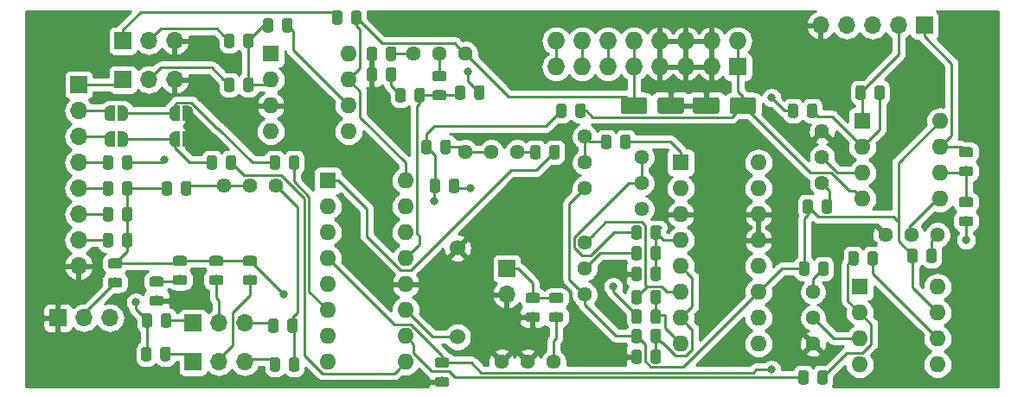
<source format=gbr>
G04 #@! TF.GenerationSoftware,KiCad,Pcbnew,(5.1.2-1)-1*
G04 #@! TF.CreationDate,2019-08-21T10:35:04-07:00*
G04 #@! TF.ProjectId,AS3340_VCO,41533333-3430-45f5-9643-4f2e6b696361,rev?*
G04 #@! TF.SameCoordinates,Original*
G04 #@! TF.FileFunction,Copper,L1,Top*
G04 #@! TF.FilePolarity,Positive*
%FSLAX46Y46*%
G04 Gerber Fmt 4.6, Leading zero omitted, Abs format (unit mm)*
G04 Created by KiCad (PCBNEW (5.1.2-1)-1) date 2019-08-21 10:35:04*
%MOMM*%
%LPD*%
G04 APERTURE LIST*
%ADD10C,1.524000*%
%ADD11C,0.150000*%
%ADD12C,0.975000*%
%ADD13O,1.700000X1.700000*%
%ADD14R,1.700000X1.700000*%
%ADD15C,0.500000*%
%ADD16C,1.440000*%
%ADD17R,1.727200X1.727200*%
%ADD18O,1.727200X1.727200*%
%ADD19R,1.600000X1.600000*%
%ADD20O,1.600000X1.600000*%
%ADD21C,1.600000*%
%ADD22C,3.500000*%
%ADD23C,0.800000*%
%ADD24C,0.250000*%
%ADD25C,0.254000*%
G04 APERTURE END LIST*
D10*
X182626000Y-87394000D03*
X182626000Y-96094000D03*
D11*
G36*
X153642142Y-90191674D02*
G01*
X153665803Y-90195184D01*
X153689007Y-90200996D01*
X153711529Y-90209054D01*
X153733153Y-90219282D01*
X153753670Y-90231579D01*
X153772883Y-90245829D01*
X153790607Y-90261893D01*
X153806671Y-90279617D01*
X153820921Y-90298830D01*
X153833218Y-90319347D01*
X153843446Y-90340971D01*
X153851504Y-90363493D01*
X153857316Y-90386697D01*
X153860826Y-90410358D01*
X153862000Y-90434250D01*
X153862000Y-90921750D01*
X153860826Y-90945642D01*
X153857316Y-90969303D01*
X153851504Y-90992507D01*
X153843446Y-91015029D01*
X153833218Y-91036653D01*
X153820921Y-91057170D01*
X153806671Y-91076383D01*
X153790607Y-91094107D01*
X153772883Y-91110171D01*
X153753670Y-91124421D01*
X153733153Y-91136718D01*
X153711529Y-91146946D01*
X153689007Y-91155004D01*
X153665803Y-91160816D01*
X153642142Y-91164326D01*
X153618250Y-91165500D01*
X152705750Y-91165500D01*
X152681858Y-91164326D01*
X152658197Y-91160816D01*
X152634993Y-91155004D01*
X152612471Y-91146946D01*
X152590847Y-91136718D01*
X152570330Y-91124421D01*
X152551117Y-91110171D01*
X152533393Y-91094107D01*
X152517329Y-91076383D01*
X152503079Y-91057170D01*
X152490782Y-91036653D01*
X152480554Y-91015029D01*
X152472496Y-90992507D01*
X152466684Y-90969303D01*
X152463174Y-90945642D01*
X152462000Y-90921750D01*
X152462000Y-90434250D01*
X152463174Y-90410358D01*
X152466684Y-90386697D01*
X152472496Y-90363493D01*
X152480554Y-90340971D01*
X152490782Y-90319347D01*
X152503079Y-90298830D01*
X152517329Y-90279617D01*
X152533393Y-90261893D01*
X152551117Y-90245829D01*
X152570330Y-90231579D01*
X152590847Y-90219282D01*
X152612471Y-90209054D01*
X152634993Y-90200996D01*
X152658197Y-90195184D01*
X152681858Y-90191674D01*
X152705750Y-90190500D01*
X153618250Y-90190500D01*
X153642142Y-90191674D01*
X153642142Y-90191674D01*
G37*
D12*
X153162000Y-90678000D03*
D11*
G36*
X153642142Y-92066674D02*
G01*
X153665803Y-92070184D01*
X153689007Y-92075996D01*
X153711529Y-92084054D01*
X153733153Y-92094282D01*
X153753670Y-92106579D01*
X153772883Y-92120829D01*
X153790607Y-92136893D01*
X153806671Y-92154617D01*
X153820921Y-92173830D01*
X153833218Y-92194347D01*
X153843446Y-92215971D01*
X153851504Y-92238493D01*
X153857316Y-92261697D01*
X153860826Y-92285358D01*
X153862000Y-92309250D01*
X153862000Y-92796750D01*
X153860826Y-92820642D01*
X153857316Y-92844303D01*
X153851504Y-92867507D01*
X153843446Y-92890029D01*
X153833218Y-92911653D01*
X153820921Y-92932170D01*
X153806671Y-92951383D01*
X153790607Y-92969107D01*
X153772883Y-92985171D01*
X153753670Y-92999421D01*
X153733153Y-93011718D01*
X153711529Y-93021946D01*
X153689007Y-93030004D01*
X153665803Y-93035816D01*
X153642142Y-93039326D01*
X153618250Y-93040500D01*
X152705750Y-93040500D01*
X152681858Y-93039326D01*
X152658197Y-93035816D01*
X152634993Y-93030004D01*
X152612471Y-93021946D01*
X152590847Y-93011718D01*
X152570330Y-92999421D01*
X152551117Y-92985171D01*
X152533393Y-92969107D01*
X152517329Y-92951383D01*
X152503079Y-92932170D01*
X152490782Y-92911653D01*
X152480554Y-92890029D01*
X152472496Y-92867507D01*
X152466684Y-92844303D01*
X152463174Y-92820642D01*
X152462000Y-92796750D01*
X152462000Y-92309250D01*
X152463174Y-92285358D01*
X152466684Y-92261697D01*
X152472496Y-92238493D01*
X152480554Y-92215971D01*
X152490782Y-92194347D01*
X152503079Y-92173830D01*
X152517329Y-92154617D01*
X152533393Y-92136893D01*
X152551117Y-92120829D01*
X152570330Y-92106579D01*
X152590847Y-92094282D01*
X152612471Y-92084054D01*
X152634993Y-92075996D01*
X152658197Y-92070184D01*
X152681858Y-92066674D01*
X152705750Y-92065500D01*
X153618250Y-92065500D01*
X153642142Y-92066674D01*
X153642142Y-92066674D01*
G37*
D12*
X153162000Y-92553000D03*
D11*
G36*
X158842142Y-78295174D02*
G01*
X158865803Y-78298684D01*
X158889007Y-78304496D01*
X158911529Y-78312554D01*
X158933153Y-78322782D01*
X158953670Y-78335079D01*
X158972883Y-78349329D01*
X158990607Y-78365393D01*
X159006671Y-78383117D01*
X159020921Y-78402330D01*
X159033218Y-78422847D01*
X159043446Y-78444471D01*
X159051504Y-78466993D01*
X159057316Y-78490197D01*
X159060826Y-78513858D01*
X159062000Y-78537750D01*
X159062000Y-79450250D01*
X159060826Y-79474142D01*
X159057316Y-79497803D01*
X159051504Y-79521007D01*
X159043446Y-79543529D01*
X159033218Y-79565153D01*
X159020921Y-79585670D01*
X159006671Y-79604883D01*
X158990607Y-79622607D01*
X158972883Y-79638671D01*
X158953670Y-79652921D01*
X158933153Y-79665218D01*
X158911529Y-79675446D01*
X158889007Y-79683504D01*
X158865803Y-79689316D01*
X158842142Y-79692826D01*
X158818250Y-79694000D01*
X158330750Y-79694000D01*
X158306858Y-79692826D01*
X158283197Y-79689316D01*
X158259993Y-79683504D01*
X158237471Y-79675446D01*
X158215847Y-79665218D01*
X158195330Y-79652921D01*
X158176117Y-79638671D01*
X158158393Y-79622607D01*
X158142329Y-79604883D01*
X158128079Y-79585670D01*
X158115782Y-79565153D01*
X158105554Y-79543529D01*
X158097496Y-79521007D01*
X158091684Y-79497803D01*
X158088174Y-79474142D01*
X158087000Y-79450250D01*
X158087000Y-78537750D01*
X158088174Y-78513858D01*
X158091684Y-78490197D01*
X158097496Y-78466993D01*
X158105554Y-78444471D01*
X158115782Y-78422847D01*
X158128079Y-78402330D01*
X158142329Y-78383117D01*
X158158393Y-78365393D01*
X158176117Y-78349329D01*
X158195330Y-78335079D01*
X158215847Y-78322782D01*
X158237471Y-78312554D01*
X158259993Y-78304496D01*
X158283197Y-78298684D01*
X158306858Y-78295174D01*
X158330750Y-78294000D01*
X158818250Y-78294000D01*
X158842142Y-78295174D01*
X158842142Y-78295174D01*
G37*
D12*
X158574500Y-78994000D03*
D11*
G36*
X160717142Y-78295174D02*
G01*
X160740803Y-78298684D01*
X160764007Y-78304496D01*
X160786529Y-78312554D01*
X160808153Y-78322782D01*
X160828670Y-78335079D01*
X160847883Y-78349329D01*
X160865607Y-78365393D01*
X160881671Y-78383117D01*
X160895921Y-78402330D01*
X160908218Y-78422847D01*
X160918446Y-78444471D01*
X160926504Y-78466993D01*
X160932316Y-78490197D01*
X160935826Y-78513858D01*
X160937000Y-78537750D01*
X160937000Y-79450250D01*
X160935826Y-79474142D01*
X160932316Y-79497803D01*
X160926504Y-79521007D01*
X160918446Y-79543529D01*
X160908218Y-79565153D01*
X160895921Y-79585670D01*
X160881671Y-79604883D01*
X160865607Y-79622607D01*
X160847883Y-79638671D01*
X160828670Y-79652921D01*
X160808153Y-79665218D01*
X160786529Y-79675446D01*
X160764007Y-79683504D01*
X160740803Y-79689316D01*
X160717142Y-79692826D01*
X160693250Y-79694000D01*
X160205750Y-79694000D01*
X160181858Y-79692826D01*
X160158197Y-79689316D01*
X160134993Y-79683504D01*
X160112471Y-79675446D01*
X160090847Y-79665218D01*
X160070330Y-79652921D01*
X160051117Y-79638671D01*
X160033393Y-79622607D01*
X160017329Y-79604883D01*
X160003079Y-79585670D01*
X159990782Y-79565153D01*
X159980554Y-79543529D01*
X159972496Y-79521007D01*
X159966684Y-79497803D01*
X159963174Y-79474142D01*
X159962000Y-79450250D01*
X159962000Y-78537750D01*
X159963174Y-78513858D01*
X159966684Y-78490197D01*
X159972496Y-78466993D01*
X159980554Y-78444471D01*
X159990782Y-78422847D01*
X160003079Y-78402330D01*
X160017329Y-78383117D01*
X160033393Y-78365393D01*
X160051117Y-78349329D01*
X160070330Y-78335079D01*
X160090847Y-78322782D01*
X160112471Y-78312554D01*
X160134993Y-78304496D01*
X160158197Y-78298684D01*
X160181858Y-78295174D01*
X160205750Y-78294000D01*
X160693250Y-78294000D01*
X160717142Y-78295174D01*
X160717142Y-78295174D01*
G37*
D12*
X160449500Y-78994000D03*
D11*
G36*
X165016642Y-78295174D02*
G01*
X165040303Y-78298684D01*
X165063507Y-78304496D01*
X165086029Y-78312554D01*
X165107653Y-78322782D01*
X165128170Y-78335079D01*
X165147383Y-78349329D01*
X165165107Y-78365393D01*
X165181171Y-78383117D01*
X165195421Y-78402330D01*
X165207718Y-78422847D01*
X165217946Y-78444471D01*
X165226004Y-78466993D01*
X165231816Y-78490197D01*
X165235326Y-78513858D01*
X165236500Y-78537750D01*
X165236500Y-79450250D01*
X165235326Y-79474142D01*
X165231816Y-79497803D01*
X165226004Y-79521007D01*
X165217946Y-79543529D01*
X165207718Y-79565153D01*
X165195421Y-79585670D01*
X165181171Y-79604883D01*
X165165107Y-79622607D01*
X165147383Y-79638671D01*
X165128170Y-79652921D01*
X165107653Y-79665218D01*
X165086029Y-79675446D01*
X165063507Y-79683504D01*
X165040303Y-79689316D01*
X165016642Y-79692826D01*
X164992750Y-79694000D01*
X164505250Y-79694000D01*
X164481358Y-79692826D01*
X164457697Y-79689316D01*
X164434493Y-79683504D01*
X164411971Y-79675446D01*
X164390347Y-79665218D01*
X164369830Y-79652921D01*
X164350617Y-79638671D01*
X164332893Y-79622607D01*
X164316829Y-79604883D01*
X164302579Y-79585670D01*
X164290282Y-79565153D01*
X164280054Y-79543529D01*
X164271996Y-79521007D01*
X164266184Y-79497803D01*
X164262674Y-79474142D01*
X164261500Y-79450250D01*
X164261500Y-78537750D01*
X164262674Y-78513858D01*
X164266184Y-78490197D01*
X164271996Y-78466993D01*
X164280054Y-78444471D01*
X164290282Y-78422847D01*
X164302579Y-78402330D01*
X164316829Y-78383117D01*
X164332893Y-78365393D01*
X164350617Y-78349329D01*
X164369830Y-78335079D01*
X164390347Y-78322782D01*
X164411971Y-78312554D01*
X164434493Y-78304496D01*
X164457697Y-78298684D01*
X164481358Y-78295174D01*
X164505250Y-78294000D01*
X164992750Y-78294000D01*
X165016642Y-78295174D01*
X165016642Y-78295174D01*
G37*
D12*
X164749000Y-78994000D03*
D11*
G36*
X166891642Y-78295174D02*
G01*
X166915303Y-78298684D01*
X166938507Y-78304496D01*
X166961029Y-78312554D01*
X166982653Y-78322782D01*
X167003170Y-78335079D01*
X167022383Y-78349329D01*
X167040107Y-78365393D01*
X167056171Y-78383117D01*
X167070421Y-78402330D01*
X167082718Y-78422847D01*
X167092946Y-78444471D01*
X167101004Y-78466993D01*
X167106816Y-78490197D01*
X167110326Y-78513858D01*
X167111500Y-78537750D01*
X167111500Y-79450250D01*
X167110326Y-79474142D01*
X167106816Y-79497803D01*
X167101004Y-79521007D01*
X167092946Y-79543529D01*
X167082718Y-79565153D01*
X167070421Y-79585670D01*
X167056171Y-79604883D01*
X167040107Y-79622607D01*
X167022383Y-79638671D01*
X167003170Y-79652921D01*
X166982653Y-79665218D01*
X166961029Y-79675446D01*
X166938507Y-79683504D01*
X166915303Y-79689316D01*
X166891642Y-79692826D01*
X166867750Y-79694000D01*
X166380250Y-79694000D01*
X166356358Y-79692826D01*
X166332697Y-79689316D01*
X166309493Y-79683504D01*
X166286971Y-79675446D01*
X166265347Y-79665218D01*
X166244830Y-79652921D01*
X166225617Y-79638671D01*
X166207893Y-79622607D01*
X166191829Y-79604883D01*
X166177579Y-79585670D01*
X166165282Y-79565153D01*
X166155054Y-79543529D01*
X166146996Y-79521007D01*
X166141184Y-79497803D01*
X166137674Y-79474142D01*
X166136500Y-79450250D01*
X166136500Y-78537750D01*
X166137674Y-78513858D01*
X166141184Y-78490197D01*
X166146996Y-78466993D01*
X166155054Y-78444471D01*
X166165282Y-78422847D01*
X166177579Y-78402330D01*
X166191829Y-78383117D01*
X166207893Y-78365393D01*
X166225617Y-78349329D01*
X166244830Y-78335079D01*
X166265347Y-78322782D01*
X166286971Y-78312554D01*
X166309493Y-78304496D01*
X166332697Y-78298684D01*
X166356358Y-78295174D01*
X166380250Y-78294000D01*
X166867750Y-78294000D01*
X166891642Y-78295174D01*
X166891642Y-78295174D01*
G37*
D12*
X166624000Y-78994000D03*
D11*
G36*
X148682142Y-78295174D02*
G01*
X148705803Y-78298684D01*
X148729007Y-78304496D01*
X148751529Y-78312554D01*
X148773153Y-78322782D01*
X148793670Y-78335079D01*
X148812883Y-78349329D01*
X148830607Y-78365393D01*
X148846671Y-78383117D01*
X148860921Y-78402330D01*
X148873218Y-78422847D01*
X148883446Y-78444471D01*
X148891504Y-78466993D01*
X148897316Y-78490197D01*
X148900826Y-78513858D01*
X148902000Y-78537750D01*
X148902000Y-79450250D01*
X148900826Y-79474142D01*
X148897316Y-79497803D01*
X148891504Y-79521007D01*
X148883446Y-79543529D01*
X148873218Y-79565153D01*
X148860921Y-79585670D01*
X148846671Y-79604883D01*
X148830607Y-79622607D01*
X148812883Y-79638671D01*
X148793670Y-79652921D01*
X148773153Y-79665218D01*
X148751529Y-79675446D01*
X148729007Y-79683504D01*
X148705803Y-79689316D01*
X148682142Y-79692826D01*
X148658250Y-79694000D01*
X148170750Y-79694000D01*
X148146858Y-79692826D01*
X148123197Y-79689316D01*
X148099993Y-79683504D01*
X148077471Y-79675446D01*
X148055847Y-79665218D01*
X148035330Y-79652921D01*
X148016117Y-79638671D01*
X147998393Y-79622607D01*
X147982329Y-79604883D01*
X147968079Y-79585670D01*
X147955782Y-79565153D01*
X147945554Y-79543529D01*
X147937496Y-79521007D01*
X147931684Y-79497803D01*
X147928174Y-79474142D01*
X147927000Y-79450250D01*
X147927000Y-78537750D01*
X147928174Y-78513858D01*
X147931684Y-78490197D01*
X147937496Y-78466993D01*
X147945554Y-78444471D01*
X147955782Y-78422847D01*
X147968079Y-78402330D01*
X147982329Y-78383117D01*
X147998393Y-78365393D01*
X148016117Y-78349329D01*
X148035330Y-78335079D01*
X148055847Y-78322782D01*
X148077471Y-78312554D01*
X148099993Y-78304496D01*
X148123197Y-78298684D01*
X148146858Y-78295174D01*
X148170750Y-78294000D01*
X148658250Y-78294000D01*
X148682142Y-78295174D01*
X148682142Y-78295174D01*
G37*
D12*
X148414500Y-78994000D03*
D11*
G36*
X150557142Y-78295174D02*
G01*
X150580803Y-78298684D01*
X150604007Y-78304496D01*
X150626529Y-78312554D01*
X150648153Y-78322782D01*
X150668670Y-78335079D01*
X150687883Y-78349329D01*
X150705607Y-78365393D01*
X150721671Y-78383117D01*
X150735921Y-78402330D01*
X150748218Y-78422847D01*
X150758446Y-78444471D01*
X150766504Y-78466993D01*
X150772316Y-78490197D01*
X150775826Y-78513858D01*
X150777000Y-78537750D01*
X150777000Y-79450250D01*
X150775826Y-79474142D01*
X150772316Y-79497803D01*
X150766504Y-79521007D01*
X150758446Y-79543529D01*
X150748218Y-79565153D01*
X150735921Y-79585670D01*
X150721671Y-79604883D01*
X150705607Y-79622607D01*
X150687883Y-79638671D01*
X150668670Y-79652921D01*
X150648153Y-79665218D01*
X150626529Y-79675446D01*
X150604007Y-79683504D01*
X150580803Y-79689316D01*
X150557142Y-79692826D01*
X150533250Y-79694000D01*
X150045750Y-79694000D01*
X150021858Y-79692826D01*
X149998197Y-79689316D01*
X149974993Y-79683504D01*
X149952471Y-79675446D01*
X149930847Y-79665218D01*
X149910330Y-79652921D01*
X149891117Y-79638671D01*
X149873393Y-79622607D01*
X149857329Y-79604883D01*
X149843079Y-79585670D01*
X149830782Y-79565153D01*
X149820554Y-79543529D01*
X149812496Y-79521007D01*
X149806684Y-79497803D01*
X149803174Y-79474142D01*
X149802000Y-79450250D01*
X149802000Y-78537750D01*
X149803174Y-78513858D01*
X149806684Y-78490197D01*
X149812496Y-78466993D01*
X149820554Y-78444471D01*
X149830782Y-78422847D01*
X149843079Y-78402330D01*
X149857329Y-78383117D01*
X149873393Y-78365393D01*
X149891117Y-78349329D01*
X149910330Y-78335079D01*
X149930847Y-78322782D01*
X149952471Y-78312554D01*
X149974993Y-78304496D01*
X149998197Y-78298684D01*
X150021858Y-78295174D01*
X150045750Y-78294000D01*
X150533250Y-78294000D01*
X150557142Y-78295174D01*
X150557142Y-78295174D01*
G37*
D12*
X150289500Y-78994000D03*
D11*
G36*
X176386642Y-69659174D02*
G01*
X176410303Y-69662684D01*
X176433507Y-69668496D01*
X176456029Y-69676554D01*
X176477653Y-69686782D01*
X176498170Y-69699079D01*
X176517383Y-69713329D01*
X176535107Y-69729393D01*
X176551171Y-69747117D01*
X176565421Y-69766330D01*
X176577718Y-69786847D01*
X176587946Y-69808471D01*
X176596004Y-69830993D01*
X176601816Y-69854197D01*
X176605326Y-69877858D01*
X176606500Y-69901750D01*
X176606500Y-70814250D01*
X176605326Y-70838142D01*
X176601816Y-70861803D01*
X176596004Y-70885007D01*
X176587946Y-70907529D01*
X176577718Y-70929153D01*
X176565421Y-70949670D01*
X176551171Y-70968883D01*
X176535107Y-70986607D01*
X176517383Y-71002671D01*
X176498170Y-71016921D01*
X176477653Y-71029218D01*
X176456029Y-71039446D01*
X176433507Y-71047504D01*
X176410303Y-71053316D01*
X176386642Y-71056826D01*
X176362750Y-71058000D01*
X175875250Y-71058000D01*
X175851358Y-71056826D01*
X175827697Y-71053316D01*
X175804493Y-71047504D01*
X175781971Y-71039446D01*
X175760347Y-71029218D01*
X175739830Y-71016921D01*
X175720617Y-71002671D01*
X175702893Y-70986607D01*
X175686829Y-70968883D01*
X175672579Y-70949670D01*
X175660282Y-70929153D01*
X175650054Y-70907529D01*
X175641996Y-70885007D01*
X175636184Y-70861803D01*
X175632674Y-70838142D01*
X175631500Y-70814250D01*
X175631500Y-69901750D01*
X175632674Y-69877858D01*
X175636184Y-69854197D01*
X175641996Y-69830993D01*
X175650054Y-69808471D01*
X175660282Y-69786847D01*
X175672579Y-69766330D01*
X175686829Y-69747117D01*
X175702893Y-69729393D01*
X175720617Y-69713329D01*
X175739830Y-69699079D01*
X175760347Y-69686782D01*
X175781971Y-69676554D01*
X175804493Y-69668496D01*
X175827697Y-69662684D01*
X175851358Y-69659174D01*
X175875250Y-69658000D01*
X176362750Y-69658000D01*
X176386642Y-69659174D01*
X176386642Y-69659174D01*
G37*
D12*
X176119000Y-70358000D03*
D11*
G36*
X174511642Y-69659174D02*
G01*
X174535303Y-69662684D01*
X174558507Y-69668496D01*
X174581029Y-69676554D01*
X174602653Y-69686782D01*
X174623170Y-69699079D01*
X174642383Y-69713329D01*
X174660107Y-69729393D01*
X174676171Y-69747117D01*
X174690421Y-69766330D01*
X174702718Y-69786847D01*
X174712946Y-69808471D01*
X174721004Y-69830993D01*
X174726816Y-69854197D01*
X174730326Y-69877858D01*
X174731500Y-69901750D01*
X174731500Y-70814250D01*
X174730326Y-70838142D01*
X174726816Y-70861803D01*
X174721004Y-70885007D01*
X174712946Y-70907529D01*
X174702718Y-70929153D01*
X174690421Y-70949670D01*
X174676171Y-70968883D01*
X174660107Y-70986607D01*
X174642383Y-71002671D01*
X174623170Y-71016921D01*
X174602653Y-71029218D01*
X174581029Y-71039446D01*
X174558507Y-71047504D01*
X174535303Y-71053316D01*
X174511642Y-71056826D01*
X174487750Y-71058000D01*
X174000250Y-71058000D01*
X173976358Y-71056826D01*
X173952697Y-71053316D01*
X173929493Y-71047504D01*
X173906971Y-71039446D01*
X173885347Y-71029218D01*
X173864830Y-71016921D01*
X173845617Y-71002671D01*
X173827893Y-70986607D01*
X173811829Y-70968883D01*
X173797579Y-70949670D01*
X173785282Y-70929153D01*
X173775054Y-70907529D01*
X173766996Y-70885007D01*
X173761184Y-70861803D01*
X173757674Y-70838142D01*
X173756500Y-70814250D01*
X173756500Y-69901750D01*
X173757674Y-69877858D01*
X173761184Y-69854197D01*
X173766996Y-69830993D01*
X173775054Y-69808471D01*
X173785282Y-69786847D01*
X173797579Y-69766330D01*
X173811829Y-69747117D01*
X173827893Y-69729393D01*
X173845617Y-69713329D01*
X173864830Y-69699079D01*
X173885347Y-69686782D01*
X173906971Y-69676554D01*
X173929493Y-69668496D01*
X173952697Y-69662684D01*
X173976358Y-69659174D01*
X174000250Y-69658000D01*
X174487750Y-69658000D01*
X174511642Y-69659174D01*
X174511642Y-69659174D01*
G37*
D12*
X174244000Y-70358000D03*
D11*
G36*
X148682142Y-80835174D02*
G01*
X148705803Y-80838684D01*
X148729007Y-80844496D01*
X148751529Y-80852554D01*
X148773153Y-80862782D01*
X148793670Y-80875079D01*
X148812883Y-80889329D01*
X148830607Y-80905393D01*
X148846671Y-80923117D01*
X148860921Y-80942330D01*
X148873218Y-80962847D01*
X148883446Y-80984471D01*
X148891504Y-81006993D01*
X148897316Y-81030197D01*
X148900826Y-81053858D01*
X148902000Y-81077750D01*
X148902000Y-81990250D01*
X148900826Y-82014142D01*
X148897316Y-82037803D01*
X148891504Y-82061007D01*
X148883446Y-82083529D01*
X148873218Y-82105153D01*
X148860921Y-82125670D01*
X148846671Y-82144883D01*
X148830607Y-82162607D01*
X148812883Y-82178671D01*
X148793670Y-82192921D01*
X148773153Y-82205218D01*
X148751529Y-82215446D01*
X148729007Y-82223504D01*
X148705803Y-82229316D01*
X148682142Y-82232826D01*
X148658250Y-82234000D01*
X148170750Y-82234000D01*
X148146858Y-82232826D01*
X148123197Y-82229316D01*
X148099993Y-82223504D01*
X148077471Y-82215446D01*
X148055847Y-82205218D01*
X148035330Y-82192921D01*
X148016117Y-82178671D01*
X147998393Y-82162607D01*
X147982329Y-82144883D01*
X147968079Y-82125670D01*
X147955782Y-82105153D01*
X147945554Y-82083529D01*
X147937496Y-82061007D01*
X147931684Y-82037803D01*
X147928174Y-82014142D01*
X147927000Y-81990250D01*
X147927000Y-81077750D01*
X147928174Y-81053858D01*
X147931684Y-81030197D01*
X147937496Y-81006993D01*
X147945554Y-80984471D01*
X147955782Y-80962847D01*
X147968079Y-80942330D01*
X147982329Y-80923117D01*
X147998393Y-80905393D01*
X148016117Y-80889329D01*
X148035330Y-80875079D01*
X148055847Y-80862782D01*
X148077471Y-80852554D01*
X148099993Y-80844496D01*
X148123197Y-80838684D01*
X148146858Y-80835174D01*
X148170750Y-80834000D01*
X148658250Y-80834000D01*
X148682142Y-80835174D01*
X148682142Y-80835174D01*
G37*
D12*
X148414500Y-81534000D03*
D11*
G36*
X150557142Y-80835174D02*
G01*
X150580803Y-80838684D01*
X150604007Y-80844496D01*
X150626529Y-80852554D01*
X150648153Y-80862782D01*
X150668670Y-80875079D01*
X150687883Y-80889329D01*
X150705607Y-80905393D01*
X150721671Y-80923117D01*
X150735921Y-80942330D01*
X150748218Y-80962847D01*
X150758446Y-80984471D01*
X150766504Y-81006993D01*
X150772316Y-81030197D01*
X150775826Y-81053858D01*
X150777000Y-81077750D01*
X150777000Y-81990250D01*
X150775826Y-82014142D01*
X150772316Y-82037803D01*
X150766504Y-82061007D01*
X150758446Y-82083529D01*
X150748218Y-82105153D01*
X150735921Y-82125670D01*
X150721671Y-82144883D01*
X150705607Y-82162607D01*
X150687883Y-82178671D01*
X150668670Y-82192921D01*
X150648153Y-82205218D01*
X150626529Y-82215446D01*
X150604007Y-82223504D01*
X150580803Y-82229316D01*
X150557142Y-82232826D01*
X150533250Y-82234000D01*
X150045750Y-82234000D01*
X150021858Y-82232826D01*
X149998197Y-82229316D01*
X149974993Y-82223504D01*
X149952471Y-82215446D01*
X149930847Y-82205218D01*
X149910330Y-82192921D01*
X149891117Y-82178671D01*
X149873393Y-82162607D01*
X149857329Y-82144883D01*
X149843079Y-82125670D01*
X149830782Y-82105153D01*
X149820554Y-82083529D01*
X149812496Y-82061007D01*
X149806684Y-82037803D01*
X149803174Y-82014142D01*
X149802000Y-81990250D01*
X149802000Y-81077750D01*
X149803174Y-81053858D01*
X149806684Y-81030197D01*
X149812496Y-81006993D01*
X149820554Y-80984471D01*
X149830782Y-80962847D01*
X149843079Y-80942330D01*
X149857329Y-80923117D01*
X149873393Y-80905393D01*
X149891117Y-80889329D01*
X149910330Y-80875079D01*
X149930847Y-80862782D01*
X149952471Y-80852554D01*
X149974993Y-80844496D01*
X149998197Y-80838684D01*
X150021858Y-80835174D01*
X150045750Y-80834000D01*
X150533250Y-80834000D01*
X150557142Y-80835174D01*
X150557142Y-80835174D01*
G37*
D12*
X150289500Y-81534000D03*
D11*
G36*
X148682142Y-83375174D02*
G01*
X148705803Y-83378684D01*
X148729007Y-83384496D01*
X148751529Y-83392554D01*
X148773153Y-83402782D01*
X148793670Y-83415079D01*
X148812883Y-83429329D01*
X148830607Y-83445393D01*
X148846671Y-83463117D01*
X148860921Y-83482330D01*
X148873218Y-83502847D01*
X148883446Y-83524471D01*
X148891504Y-83546993D01*
X148897316Y-83570197D01*
X148900826Y-83593858D01*
X148902000Y-83617750D01*
X148902000Y-84530250D01*
X148900826Y-84554142D01*
X148897316Y-84577803D01*
X148891504Y-84601007D01*
X148883446Y-84623529D01*
X148873218Y-84645153D01*
X148860921Y-84665670D01*
X148846671Y-84684883D01*
X148830607Y-84702607D01*
X148812883Y-84718671D01*
X148793670Y-84732921D01*
X148773153Y-84745218D01*
X148751529Y-84755446D01*
X148729007Y-84763504D01*
X148705803Y-84769316D01*
X148682142Y-84772826D01*
X148658250Y-84774000D01*
X148170750Y-84774000D01*
X148146858Y-84772826D01*
X148123197Y-84769316D01*
X148099993Y-84763504D01*
X148077471Y-84755446D01*
X148055847Y-84745218D01*
X148035330Y-84732921D01*
X148016117Y-84718671D01*
X147998393Y-84702607D01*
X147982329Y-84684883D01*
X147968079Y-84665670D01*
X147955782Y-84645153D01*
X147945554Y-84623529D01*
X147937496Y-84601007D01*
X147931684Y-84577803D01*
X147928174Y-84554142D01*
X147927000Y-84530250D01*
X147927000Y-83617750D01*
X147928174Y-83593858D01*
X147931684Y-83570197D01*
X147937496Y-83546993D01*
X147945554Y-83524471D01*
X147955782Y-83502847D01*
X147968079Y-83482330D01*
X147982329Y-83463117D01*
X147998393Y-83445393D01*
X148016117Y-83429329D01*
X148035330Y-83415079D01*
X148055847Y-83402782D01*
X148077471Y-83392554D01*
X148099993Y-83384496D01*
X148123197Y-83378684D01*
X148146858Y-83375174D01*
X148170750Y-83374000D01*
X148658250Y-83374000D01*
X148682142Y-83375174D01*
X148682142Y-83375174D01*
G37*
D12*
X148414500Y-84074000D03*
D11*
G36*
X150557142Y-83375174D02*
G01*
X150580803Y-83378684D01*
X150604007Y-83384496D01*
X150626529Y-83392554D01*
X150648153Y-83402782D01*
X150668670Y-83415079D01*
X150687883Y-83429329D01*
X150705607Y-83445393D01*
X150721671Y-83463117D01*
X150735921Y-83482330D01*
X150748218Y-83502847D01*
X150758446Y-83524471D01*
X150766504Y-83546993D01*
X150772316Y-83570197D01*
X150775826Y-83593858D01*
X150777000Y-83617750D01*
X150777000Y-84530250D01*
X150775826Y-84554142D01*
X150772316Y-84577803D01*
X150766504Y-84601007D01*
X150758446Y-84623529D01*
X150748218Y-84645153D01*
X150735921Y-84665670D01*
X150721671Y-84684883D01*
X150705607Y-84702607D01*
X150687883Y-84718671D01*
X150668670Y-84732921D01*
X150648153Y-84745218D01*
X150626529Y-84755446D01*
X150604007Y-84763504D01*
X150580803Y-84769316D01*
X150557142Y-84772826D01*
X150533250Y-84774000D01*
X150045750Y-84774000D01*
X150021858Y-84772826D01*
X149998197Y-84769316D01*
X149974993Y-84763504D01*
X149952471Y-84755446D01*
X149930847Y-84745218D01*
X149910330Y-84732921D01*
X149891117Y-84718671D01*
X149873393Y-84702607D01*
X149857329Y-84684883D01*
X149843079Y-84665670D01*
X149830782Y-84645153D01*
X149820554Y-84623529D01*
X149812496Y-84601007D01*
X149806684Y-84577803D01*
X149803174Y-84554142D01*
X149802000Y-84530250D01*
X149802000Y-83617750D01*
X149803174Y-83593858D01*
X149806684Y-83570197D01*
X149812496Y-83546993D01*
X149820554Y-83524471D01*
X149830782Y-83502847D01*
X149843079Y-83482330D01*
X149857329Y-83463117D01*
X149873393Y-83445393D01*
X149891117Y-83429329D01*
X149910330Y-83415079D01*
X149930847Y-83402782D01*
X149952471Y-83392554D01*
X149974993Y-83384496D01*
X149998197Y-83378684D01*
X150021858Y-83375174D01*
X150045750Y-83374000D01*
X150533250Y-83374000D01*
X150557142Y-83375174D01*
X150557142Y-83375174D01*
G37*
D12*
X150289500Y-84074000D03*
D11*
G36*
X148682142Y-85915174D02*
G01*
X148705803Y-85918684D01*
X148729007Y-85924496D01*
X148751529Y-85932554D01*
X148773153Y-85942782D01*
X148793670Y-85955079D01*
X148812883Y-85969329D01*
X148830607Y-85985393D01*
X148846671Y-86003117D01*
X148860921Y-86022330D01*
X148873218Y-86042847D01*
X148883446Y-86064471D01*
X148891504Y-86086993D01*
X148897316Y-86110197D01*
X148900826Y-86133858D01*
X148902000Y-86157750D01*
X148902000Y-87070250D01*
X148900826Y-87094142D01*
X148897316Y-87117803D01*
X148891504Y-87141007D01*
X148883446Y-87163529D01*
X148873218Y-87185153D01*
X148860921Y-87205670D01*
X148846671Y-87224883D01*
X148830607Y-87242607D01*
X148812883Y-87258671D01*
X148793670Y-87272921D01*
X148773153Y-87285218D01*
X148751529Y-87295446D01*
X148729007Y-87303504D01*
X148705803Y-87309316D01*
X148682142Y-87312826D01*
X148658250Y-87314000D01*
X148170750Y-87314000D01*
X148146858Y-87312826D01*
X148123197Y-87309316D01*
X148099993Y-87303504D01*
X148077471Y-87295446D01*
X148055847Y-87285218D01*
X148035330Y-87272921D01*
X148016117Y-87258671D01*
X147998393Y-87242607D01*
X147982329Y-87224883D01*
X147968079Y-87205670D01*
X147955782Y-87185153D01*
X147945554Y-87163529D01*
X147937496Y-87141007D01*
X147931684Y-87117803D01*
X147928174Y-87094142D01*
X147927000Y-87070250D01*
X147927000Y-86157750D01*
X147928174Y-86133858D01*
X147931684Y-86110197D01*
X147937496Y-86086993D01*
X147945554Y-86064471D01*
X147955782Y-86042847D01*
X147968079Y-86022330D01*
X147982329Y-86003117D01*
X147998393Y-85985393D01*
X148016117Y-85969329D01*
X148035330Y-85955079D01*
X148055847Y-85942782D01*
X148077471Y-85932554D01*
X148099993Y-85924496D01*
X148123197Y-85918684D01*
X148146858Y-85915174D01*
X148170750Y-85914000D01*
X148658250Y-85914000D01*
X148682142Y-85915174D01*
X148682142Y-85915174D01*
G37*
D12*
X148414500Y-86614000D03*
D11*
G36*
X150557142Y-85915174D02*
G01*
X150580803Y-85918684D01*
X150604007Y-85924496D01*
X150626529Y-85932554D01*
X150648153Y-85942782D01*
X150668670Y-85955079D01*
X150687883Y-85969329D01*
X150705607Y-85985393D01*
X150721671Y-86003117D01*
X150735921Y-86022330D01*
X150748218Y-86042847D01*
X150758446Y-86064471D01*
X150766504Y-86086993D01*
X150772316Y-86110197D01*
X150775826Y-86133858D01*
X150777000Y-86157750D01*
X150777000Y-87070250D01*
X150775826Y-87094142D01*
X150772316Y-87117803D01*
X150766504Y-87141007D01*
X150758446Y-87163529D01*
X150748218Y-87185153D01*
X150735921Y-87205670D01*
X150721671Y-87224883D01*
X150705607Y-87242607D01*
X150687883Y-87258671D01*
X150668670Y-87272921D01*
X150648153Y-87285218D01*
X150626529Y-87295446D01*
X150604007Y-87303504D01*
X150580803Y-87309316D01*
X150557142Y-87312826D01*
X150533250Y-87314000D01*
X150045750Y-87314000D01*
X150021858Y-87312826D01*
X149998197Y-87309316D01*
X149974993Y-87303504D01*
X149952471Y-87295446D01*
X149930847Y-87285218D01*
X149910330Y-87272921D01*
X149891117Y-87258671D01*
X149873393Y-87242607D01*
X149857329Y-87224883D01*
X149843079Y-87205670D01*
X149830782Y-87185153D01*
X149820554Y-87163529D01*
X149812496Y-87141007D01*
X149806684Y-87117803D01*
X149803174Y-87094142D01*
X149802000Y-87070250D01*
X149802000Y-86157750D01*
X149803174Y-86133858D01*
X149806684Y-86110197D01*
X149812496Y-86086993D01*
X149820554Y-86064471D01*
X149830782Y-86042847D01*
X149843079Y-86022330D01*
X149857329Y-86003117D01*
X149873393Y-85985393D01*
X149891117Y-85969329D01*
X149910330Y-85955079D01*
X149930847Y-85942782D01*
X149952471Y-85932554D01*
X149974993Y-85924496D01*
X149998197Y-85918684D01*
X150021858Y-85915174D01*
X150045750Y-85914000D01*
X150533250Y-85914000D01*
X150557142Y-85915174D01*
X150557142Y-85915174D01*
G37*
D12*
X150289500Y-86614000D03*
D11*
G36*
X192388642Y-77279174D02*
G01*
X192412303Y-77282684D01*
X192435507Y-77288496D01*
X192458029Y-77296554D01*
X192479653Y-77306782D01*
X192500170Y-77319079D01*
X192519383Y-77333329D01*
X192537107Y-77349393D01*
X192553171Y-77367117D01*
X192567421Y-77386330D01*
X192579718Y-77406847D01*
X192589946Y-77428471D01*
X192598004Y-77450993D01*
X192603816Y-77474197D01*
X192607326Y-77497858D01*
X192608500Y-77521750D01*
X192608500Y-78434250D01*
X192607326Y-78458142D01*
X192603816Y-78481803D01*
X192598004Y-78505007D01*
X192589946Y-78527529D01*
X192579718Y-78549153D01*
X192567421Y-78569670D01*
X192553171Y-78588883D01*
X192537107Y-78606607D01*
X192519383Y-78622671D01*
X192500170Y-78636921D01*
X192479653Y-78649218D01*
X192458029Y-78659446D01*
X192435507Y-78667504D01*
X192412303Y-78673316D01*
X192388642Y-78676826D01*
X192364750Y-78678000D01*
X191877250Y-78678000D01*
X191853358Y-78676826D01*
X191829697Y-78673316D01*
X191806493Y-78667504D01*
X191783971Y-78659446D01*
X191762347Y-78649218D01*
X191741830Y-78636921D01*
X191722617Y-78622671D01*
X191704893Y-78606607D01*
X191688829Y-78588883D01*
X191674579Y-78569670D01*
X191662282Y-78549153D01*
X191652054Y-78527529D01*
X191643996Y-78505007D01*
X191638184Y-78481803D01*
X191634674Y-78458142D01*
X191633500Y-78434250D01*
X191633500Y-77521750D01*
X191634674Y-77497858D01*
X191638184Y-77474197D01*
X191643996Y-77450993D01*
X191652054Y-77428471D01*
X191662282Y-77406847D01*
X191674579Y-77386330D01*
X191688829Y-77367117D01*
X191704893Y-77349393D01*
X191722617Y-77333329D01*
X191741830Y-77319079D01*
X191762347Y-77306782D01*
X191783971Y-77296554D01*
X191806493Y-77288496D01*
X191829697Y-77282684D01*
X191853358Y-77279174D01*
X191877250Y-77278000D01*
X192364750Y-77278000D01*
X192388642Y-77279174D01*
X192388642Y-77279174D01*
G37*
D12*
X192121000Y-77978000D03*
D11*
G36*
X190513642Y-77279174D02*
G01*
X190537303Y-77282684D01*
X190560507Y-77288496D01*
X190583029Y-77296554D01*
X190604653Y-77306782D01*
X190625170Y-77319079D01*
X190644383Y-77333329D01*
X190662107Y-77349393D01*
X190678171Y-77367117D01*
X190692421Y-77386330D01*
X190704718Y-77406847D01*
X190714946Y-77428471D01*
X190723004Y-77450993D01*
X190728816Y-77474197D01*
X190732326Y-77497858D01*
X190733500Y-77521750D01*
X190733500Y-78434250D01*
X190732326Y-78458142D01*
X190728816Y-78481803D01*
X190723004Y-78505007D01*
X190714946Y-78527529D01*
X190704718Y-78549153D01*
X190692421Y-78569670D01*
X190678171Y-78588883D01*
X190662107Y-78606607D01*
X190644383Y-78622671D01*
X190625170Y-78636921D01*
X190604653Y-78649218D01*
X190583029Y-78659446D01*
X190560507Y-78667504D01*
X190537303Y-78673316D01*
X190513642Y-78676826D01*
X190489750Y-78678000D01*
X190002250Y-78678000D01*
X189978358Y-78676826D01*
X189954697Y-78673316D01*
X189931493Y-78667504D01*
X189908971Y-78659446D01*
X189887347Y-78649218D01*
X189866830Y-78636921D01*
X189847617Y-78622671D01*
X189829893Y-78606607D01*
X189813829Y-78588883D01*
X189799579Y-78569670D01*
X189787282Y-78549153D01*
X189777054Y-78527529D01*
X189768996Y-78505007D01*
X189763184Y-78481803D01*
X189759674Y-78458142D01*
X189758500Y-78434250D01*
X189758500Y-77521750D01*
X189759674Y-77497858D01*
X189763184Y-77474197D01*
X189768996Y-77450993D01*
X189777054Y-77428471D01*
X189787282Y-77406847D01*
X189799579Y-77386330D01*
X189813829Y-77367117D01*
X189829893Y-77349393D01*
X189847617Y-77333329D01*
X189866830Y-77319079D01*
X189887347Y-77306782D01*
X189908971Y-77296554D01*
X189931493Y-77288496D01*
X189954697Y-77282684D01*
X189978358Y-77279174D01*
X190002250Y-77278000D01*
X190489750Y-77278000D01*
X190513642Y-77279174D01*
X190513642Y-77279174D01*
G37*
D12*
X190246000Y-77978000D03*
D11*
G36*
X182561142Y-80581174D02*
G01*
X182584803Y-80584684D01*
X182608007Y-80590496D01*
X182630529Y-80598554D01*
X182652153Y-80608782D01*
X182672670Y-80621079D01*
X182691883Y-80635329D01*
X182709607Y-80651393D01*
X182725671Y-80669117D01*
X182739921Y-80688330D01*
X182752218Y-80708847D01*
X182762446Y-80730471D01*
X182770504Y-80752993D01*
X182776316Y-80776197D01*
X182779826Y-80799858D01*
X182781000Y-80823750D01*
X182781000Y-81736250D01*
X182779826Y-81760142D01*
X182776316Y-81783803D01*
X182770504Y-81807007D01*
X182762446Y-81829529D01*
X182752218Y-81851153D01*
X182739921Y-81871670D01*
X182725671Y-81890883D01*
X182709607Y-81908607D01*
X182691883Y-81924671D01*
X182672670Y-81938921D01*
X182652153Y-81951218D01*
X182630529Y-81961446D01*
X182608007Y-81969504D01*
X182584803Y-81975316D01*
X182561142Y-81978826D01*
X182537250Y-81980000D01*
X182049750Y-81980000D01*
X182025858Y-81978826D01*
X182002197Y-81975316D01*
X181978993Y-81969504D01*
X181956471Y-81961446D01*
X181934847Y-81951218D01*
X181914330Y-81938921D01*
X181895117Y-81924671D01*
X181877393Y-81908607D01*
X181861329Y-81890883D01*
X181847079Y-81871670D01*
X181834782Y-81851153D01*
X181824554Y-81829529D01*
X181816496Y-81807007D01*
X181810684Y-81783803D01*
X181807174Y-81760142D01*
X181806000Y-81736250D01*
X181806000Y-80823750D01*
X181807174Y-80799858D01*
X181810684Y-80776197D01*
X181816496Y-80752993D01*
X181824554Y-80730471D01*
X181834782Y-80708847D01*
X181847079Y-80688330D01*
X181861329Y-80669117D01*
X181877393Y-80651393D01*
X181895117Y-80635329D01*
X181914330Y-80621079D01*
X181934847Y-80608782D01*
X181956471Y-80598554D01*
X181978993Y-80590496D01*
X182002197Y-80584684D01*
X182025858Y-80581174D01*
X182049750Y-80580000D01*
X182537250Y-80580000D01*
X182561142Y-80581174D01*
X182561142Y-80581174D01*
G37*
D12*
X182293500Y-81280000D03*
D11*
G36*
X180686142Y-80581174D02*
G01*
X180709803Y-80584684D01*
X180733007Y-80590496D01*
X180755529Y-80598554D01*
X180777153Y-80608782D01*
X180797670Y-80621079D01*
X180816883Y-80635329D01*
X180834607Y-80651393D01*
X180850671Y-80669117D01*
X180864921Y-80688330D01*
X180877218Y-80708847D01*
X180887446Y-80730471D01*
X180895504Y-80752993D01*
X180901316Y-80776197D01*
X180904826Y-80799858D01*
X180906000Y-80823750D01*
X180906000Y-81736250D01*
X180904826Y-81760142D01*
X180901316Y-81783803D01*
X180895504Y-81807007D01*
X180887446Y-81829529D01*
X180877218Y-81851153D01*
X180864921Y-81871670D01*
X180850671Y-81890883D01*
X180834607Y-81908607D01*
X180816883Y-81924671D01*
X180797670Y-81938921D01*
X180777153Y-81951218D01*
X180755529Y-81961446D01*
X180733007Y-81969504D01*
X180709803Y-81975316D01*
X180686142Y-81978826D01*
X180662250Y-81980000D01*
X180174750Y-81980000D01*
X180150858Y-81978826D01*
X180127197Y-81975316D01*
X180103993Y-81969504D01*
X180081471Y-81961446D01*
X180059847Y-81951218D01*
X180039330Y-81938921D01*
X180020117Y-81924671D01*
X180002393Y-81908607D01*
X179986329Y-81890883D01*
X179972079Y-81871670D01*
X179959782Y-81851153D01*
X179949554Y-81829529D01*
X179941496Y-81807007D01*
X179935684Y-81783803D01*
X179932174Y-81760142D01*
X179931000Y-81736250D01*
X179931000Y-80823750D01*
X179932174Y-80799858D01*
X179935684Y-80776197D01*
X179941496Y-80752993D01*
X179949554Y-80730471D01*
X179959782Y-80708847D01*
X179972079Y-80688330D01*
X179986329Y-80669117D01*
X180002393Y-80651393D01*
X180020117Y-80635329D01*
X180039330Y-80621079D01*
X180059847Y-80608782D01*
X180081471Y-80598554D01*
X180103993Y-80590496D01*
X180127197Y-80584684D01*
X180150858Y-80581174D01*
X180174750Y-80580000D01*
X180662250Y-80580000D01*
X180686142Y-80581174D01*
X180686142Y-80581174D01*
G37*
D12*
X180418500Y-81280000D03*
D11*
G36*
X192758142Y-91794174D02*
G01*
X192781803Y-91797684D01*
X192805007Y-91803496D01*
X192827529Y-91811554D01*
X192849153Y-91821782D01*
X192869670Y-91834079D01*
X192888883Y-91848329D01*
X192906607Y-91864393D01*
X192922671Y-91882117D01*
X192936921Y-91901330D01*
X192949218Y-91921847D01*
X192959446Y-91943471D01*
X192967504Y-91965993D01*
X192973316Y-91989197D01*
X192976826Y-92012858D01*
X192978000Y-92036750D01*
X192978000Y-92524250D01*
X192976826Y-92548142D01*
X192973316Y-92571803D01*
X192967504Y-92595007D01*
X192959446Y-92617529D01*
X192949218Y-92639153D01*
X192936921Y-92659670D01*
X192922671Y-92678883D01*
X192906607Y-92696607D01*
X192888883Y-92712671D01*
X192869670Y-92726921D01*
X192849153Y-92739218D01*
X192827529Y-92749446D01*
X192805007Y-92757504D01*
X192781803Y-92763316D01*
X192758142Y-92766826D01*
X192734250Y-92768000D01*
X191821750Y-92768000D01*
X191797858Y-92766826D01*
X191774197Y-92763316D01*
X191750993Y-92757504D01*
X191728471Y-92749446D01*
X191706847Y-92739218D01*
X191686330Y-92726921D01*
X191667117Y-92712671D01*
X191649393Y-92696607D01*
X191633329Y-92678883D01*
X191619079Y-92659670D01*
X191606782Y-92639153D01*
X191596554Y-92617529D01*
X191588496Y-92595007D01*
X191582684Y-92571803D01*
X191579174Y-92548142D01*
X191578000Y-92524250D01*
X191578000Y-92036750D01*
X191579174Y-92012858D01*
X191582684Y-91989197D01*
X191588496Y-91965993D01*
X191596554Y-91943471D01*
X191606782Y-91921847D01*
X191619079Y-91901330D01*
X191633329Y-91882117D01*
X191649393Y-91864393D01*
X191667117Y-91848329D01*
X191686330Y-91834079D01*
X191706847Y-91821782D01*
X191728471Y-91811554D01*
X191750993Y-91803496D01*
X191774197Y-91797684D01*
X191797858Y-91794174D01*
X191821750Y-91793000D01*
X192734250Y-91793000D01*
X192758142Y-91794174D01*
X192758142Y-91794174D01*
G37*
D12*
X192278000Y-92280500D03*
D11*
G36*
X192758142Y-93669174D02*
G01*
X192781803Y-93672684D01*
X192805007Y-93678496D01*
X192827529Y-93686554D01*
X192849153Y-93696782D01*
X192869670Y-93709079D01*
X192888883Y-93723329D01*
X192906607Y-93739393D01*
X192922671Y-93757117D01*
X192936921Y-93776330D01*
X192949218Y-93796847D01*
X192959446Y-93818471D01*
X192967504Y-93840993D01*
X192973316Y-93864197D01*
X192976826Y-93887858D01*
X192978000Y-93911750D01*
X192978000Y-94399250D01*
X192976826Y-94423142D01*
X192973316Y-94446803D01*
X192967504Y-94470007D01*
X192959446Y-94492529D01*
X192949218Y-94514153D01*
X192936921Y-94534670D01*
X192922671Y-94553883D01*
X192906607Y-94571607D01*
X192888883Y-94587671D01*
X192869670Y-94601921D01*
X192849153Y-94614218D01*
X192827529Y-94624446D01*
X192805007Y-94632504D01*
X192781803Y-94638316D01*
X192758142Y-94641826D01*
X192734250Y-94643000D01*
X191821750Y-94643000D01*
X191797858Y-94641826D01*
X191774197Y-94638316D01*
X191750993Y-94632504D01*
X191728471Y-94624446D01*
X191706847Y-94614218D01*
X191686330Y-94601921D01*
X191667117Y-94587671D01*
X191649393Y-94571607D01*
X191633329Y-94553883D01*
X191619079Y-94534670D01*
X191606782Y-94514153D01*
X191596554Y-94492529D01*
X191588496Y-94470007D01*
X191582684Y-94446803D01*
X191579174Y-94423142D01*
X191578000Y-94399250D01*
X191578000Y-93911750D01*
X191579174Y-93887858D01*
X191582684Y-93864197D01*
X191588496Y-93840993D01*
X191596554Y-93818471D01*
X191606782Y-93796847D01*
X191619079Y-93776330D01*
X191633329Y-93757117D01*
X191649393Y-93739393D01*
X191667117Y-93723329D01*
X191686330Y-93709079D01*
X191706847Y-93696782D01*
X191728471Y-93686554D01*
X191750993Y-93678496D01*
X191774197Y-93672684D01*
X191797858Y-93669174D01*
X191821750Y-93668000D01*
X192734250Y-93668000D01*
X192758142Y-93669174D01*
X192758142Y-93669174D01*
G37*
D12*
X192278000Y-94155500D03*
D11*
G36*
X194928642Y-73215174D02*
G01*
X194952303Y-73218684D01*
X194975507Y-73224496D01*
X194998029Y-73232554D01*
X195019653Y-73242782D01*
X195040170Y-73255079D01*
X195059383Y-73269329D01*
X195077107Y-73285393D01*
X195093171Y-73303117D01*
X195107421Y-73322330D01*
X195119718Y-73342847D01*
X195129946Y-73364471D01*
X195138004Y-73386993D01*
X195143816Y-73410197D01*
X195147326Y-73433858D01*
X195148500Y-73457750D01*
X195148500Y-74370250D01*
X195147326Y-74394142D01*
X195143816Y-74417803D01*
X195138004Y-74441007D01*
X195129946Y-74463529D01*
X195119718Y-74485153D01*
X195107421Y-74505670D01*
X195093171Y-74524883D01*
X195077107Y-74542607D01*
X195059383Y-74558671D01*
X195040170Y-74572921D01*
X195019653Y-74585218D01*
X194998029Y-74595446D01*
X194975507Y-74603504D01*
X194952303Y-74609316D01*
X194928642Y-74612826D01*
X194904750Y-74614000D01*
X194417250Y-74614000D01*
X194393358Y-74612826D01*
X194369697Y-74609316D01*
X194346493Y-74603504D01*
X194323971Y-74595446D01*
X194302347Y-74585218D01*
X194281830Y-74572921D01*
X194262617Y-74558671D01*
X194244893Y-74542607D01*
X194228829Y-74524883D01*
X194214579Y-74505670D01*
X194202282Y-74485153D01*
X194192054Y-74463529D01*
X194183996Y-74441007D01*
X194178184Y-74417803D01*
X194174674Y-74394142D01*
X194173500Y-74370250D01*
X194173500Y-73457750D01*
X194174674Y-73433858D01*
X194178184Y-73410197D01*
X194183996Y-73386993D01*
X194192054Y-73364471D01*
X194202282Y-73342847D01*
X194214579Y-73322330D01*
X194228829Y-73303117D01*
X194244893Y-73285393D01*
X194262617Y-73269329D01*
X194281830Y-73255079D01*
X194302347Y-73242782D01*
X194323971Y-73232554D01*
X194346493Y-73224496D01*
X194369697Y-73218684D01*
X194393358Y-73215174D01*
X194417250Y-73214000D01*
X194904750Y-73214000D01*
X194928642Y-73215174D01*
X194928642Y-73215174D01*
G37*
D12*
X194661000Y-73914000D03*
D11*
G36*
X193053642Y-73215174D02*
G01*
X193077303Y-73218684D01*
X193100507Y-73224496D01*
X193123029Y-73232554D01*
X193144653Y-73242782D01*
X193165170Y-73255079D01*
X193184383Y-73269329D01*
X193202107Y-73285393D01*
X193218171Y-73303117D01*
X193232421Y-73322330D01*
X193244718Y-73342847D01*
X193254946Y-73364471D01*
X193263004Y-73386993D01*
X193268816Y-73410197D01*
X193272326Y-73433858D01*
X193273500Y-73457750D01*
X193273500Y-74370250D01*
X193272326Y-74394142D01*
X193268816Y-74417803D01*
X193263004Y-74441007D01*
X193254946Y-74463529D01*
X193244718Y-74485153D01*
X193232421Y-74505670D01*
X193218171Y-74524883D01*
X193202107Y-74542607D01*
X193184383Y-74558671D01*
X193165170Y-74572921D01*
X193144653Y-74585218D01*
X193123029Y-74595446D01*
X193100507Y-74603504D01*
X193077303Y-74609316D01*
X193053642Y-74612826D01*
X193029750Y-74614000D01*
X192542250Y-74614000D01*
X192518358Y-74612826D01*
X192494697Y-74609316D01*
X192471493Y-74603504D01*
X192448971Y-74595446D01*
X192427347Y-74585218D01*
X192406830Y-74572921D01*
X192387617Y-74558671D01*
X192369893Y-74542607D01*
X192353829Y-74524883D01*
X192339579Y-74505670D01*
X192327282Y-74485153D01*
X192317054Y-74463529D01*
X192308996Y-74441007D01*
X192303184Y-74417803D01*
X192299674Y-74394142D01*
X192298500Y-74370250D01*
X192298500Y-73457750D01*
X192299674Y-73433858D01*
X192303184Y-73410197D01*
X192308996Y-73386993D01*
X192317054Y-73364471D01*
X192327282Y-73342847D01*
X192339579Y-73322330D01*
X192353829Y-73303117D01*
X192369893Y-73285393D01*
X192387617Y-73269329D01*
X192406830Y-73255079D01*
X192427347Y-73242782D01*
X192448971Y-73232554D01*
X192471493Y-73224496D01*
X192494697Y-73218684D01*
X192518358Y-73215174D01*
X192542250Y-73214000D01*
X193029750Y-73214000D01*
X193053642Y-73215174D01*
X193053642Y-73215174D01*
G37*
D12*
X192786000Y-73914000D03*
D11*
G36*
X181582142Y-98144174D02*
G01*
X181605803Y-98147684D01*
X181629007Y-98153496D01*
X181651529Y-98161554D01*
X181673153Y-98171782D01*
X181693670Y-98184079D01*
X181712883Y-98198329D01*
X181730607Y-98214393D01*
X181746671Y-98232117D01*
X181760921Y-98251330D01*
X181773218Y-98271847D01*
X181783446Y-98293471D01*
X181791504Y-98315993D01*
X181797316Y-98339197D01*
X181800826Y-98362858D01*
X181802000Y-98386750D01*
X181802000Y-98874250D01*
X181800826Y-98898142D01*
X181797316Y-98921803D01*
X181791504Y-98945007D01*
X181783446Y-98967529D01*
X181773218Y-98989153D01*
X181760921Y-99009670D01*
X181746671Y-99028883D01*
X181730607Y-99046607D01*
X181712883Y-99062671D01*
X181693670Y-99076921D01*
X181673153Y-99089218D01*
X181651529Y-99099446D01*
X181629007Y-99107504D01*
X181605803Y-99113316D01*
X181582142Y-99116826D01*
X181558250Y-99118000D01*
X180645750Y-99118000D01*
X180621858Y-99116826D01*
X180598197Y-99113316D01*
X180574993Y-99107504D01*
X180552471Y-99099446D01*
X180530847Y-99089218D01*
X180510330Y-99076921D01*
X180491117Y-99062671D01*
X180473393Y-99046607D01*
X180457329Y-99028883D01*
X180443079Y-99009670D01*
X180430782Y-98989153D01*
X180420554Y-98967529D01*
X180412496Y-98945007D01*
X180406684Y-98921803D01*
X180403174Y-98898142D01*
X180402000Y-98874250D01*
X180402000Y-98386750D01*
X180403174Y-98362858D01*
X180406684Y-98339197D01*
X180412496Y-98315993D01*
X180420554Y-98293471D01*
X180430782Y-98271847D01*
X180443079Y-98251330D01*
X180457329Y-98232117D01*
X180473393Y-98214393D01*
X180491117Y-98198329D01*
X180510330Y-98184079D01*
X180530847Y-98171782D01*
X180552471Y-98161554D01*
X180574993Y-98153496D01*
X180598197Y-98147684D01*
X180621858Y-98144174D01*
X180645750Y-98143000D01*
X181558250Y-98143000D01*
X181582142Y-98144174D01*
X181582142Y-98144174D01*
G37*
D12*
X181102000Y-98630500D03*
D11*
G36*
X181582142Y-100019174D02*
G01*
X181605803Y-100022684D01*
X181629007Y-100028496D01*
X181651529Y-100036554D01*
X181673153Y-100046782D01*
X181693670Y-100059079D01*
X181712883Y-100073329D01*
X181730607Y-100089393D01*
X181746671Y-100107117D01*
X181760921Y-100126330D01*
X181773218Y-100146847D01*
X181783446Y-100168471D01*
X181791504Y-100190993D01*
X181797316Y-100214197D01*
X181800826Y-100237858D01*
X181802000Y-100261750D01*
X181802000Y-100749250D01*
X181800826Y-100773142D01*
X181797316Y-100796803D01*
X181791504Y-100820007D01*
X181783446Y-100842529D01*
X181773218Y-100864153D01*
X181760921Y-100884670D01*
X181746671Y-100903883D01*
X181730607Y-100921607D01*
X181712883Y-100937671D01*
X181693670Y-100951921D01*
X181673153Y-100964218D01*
X181651529Y-100974446D01*
X181629007Y-100982504D01*
X181605803Y-100988316D01*
X181582142Y-100991826D01*
X181558250Y-100993000D01*
X180645750Y-100993000D01*
X180621858Y-100991826D01*
X180598197Y-100988316D01*
X180574993Y-100982504D01*
X180552471Y-100974446D01*
X180530847Y-100964218D01*
X180510330Y-100951921D01*
X180491117Y-100937671D01*
X180473393Y-100921607D01*
X180457329Y-100903883D01*
X180443079Y-100884670D01*
X180430782Y-100864153D01*
X180420554Y-100842529D01*
X180412496Y-100820007D01*
X180406684Y-100796803D01*
X180403174Y-100773142D01*
X180402000Y-100749250D01*
X180402000Y-100261750D01*
X180403174Y-100237858D01*
X180406684Y-100214197D01*
X180412496Y-100190993D01*
X180420554Y-100168471D01*
X180430782Y-100146847D01*
X180443079Y-100126330D01*
X180457329Y-100107117D01*
X180473393Y-100089393D01*
X180491117Y-100073329D01*
X180510330Y-100059079D01*
X180530847Y-100046782D01*
X180552471Y-100036554D01*
X180574993Y-100028496D01*
X180598197Y-100022684D01*
X180621858Y-100019174D01*
X180645750Y-100018000D01*
X181558250Y-100018000D01*
X181582142Y-100019174D01*
X181582142Y-100019174D01*
G37*
D12*
X181102000Y-100505500D03*
D11*
G36*
X172987642Y-64071174D02*
G01*
X173011303Y-64074684D01*
X173034507Y-64080496D01*
X173057029Y-64088554D01*
X173078653Y-64098782D01*
X173099170Y-64111079D01*
X173118383Y-64125329D01*
X173136107Y-64141393D01*
X173152171Y-64159117D01*
X173166421Y-64178330D01*
X173178718Y-64198847D01*
X173188946Y-64220471D01*
X173197004Y-64242993D01*
X173202816Y-64266197D01*
X173206326Y-64289858D01*
X173207500Y-64313750D01*
X173207500Y-65226250D01*
X173206326Y-65250142D01*
X173202816Y-65273803D01*
X173197004Y-65297007D01*
X173188946Y-65319529D01*
X173178718Y-65341153D01*
X173166421Y-65361670D01*
X173152171Y-65380883D01*
X173136107Y-65398607D01*
X173118383Y-65414671D01*
X173099170Y-65428921D01*
X173078653Y-65441218D01*
X173057029Y-65451446D01*
X173034507Y-65459504D01*
X173011303Y-65465316D01*
X172987642Y-65468826D01*
X172963750Y-65470000D01*
X172476250Y-65470000D01*
X172452358Y-65468826D01*
X172428697Y-65465316D01*
X172405493Y-65459504D01*
X172382971Y-65451446D01*
X172361347Y-65441218D01*
X172340830Y-65428921D01*
X172321617Y-65414671D01*
X172303893Y-65398607D01*
X172287829Y-65380883D01*
X172273579Y-65361670D01*
X172261282Y-65341153D01*
X172251054Y-65319529D01*
X172242996Y-65297007D01*
X172237184Y-65273803D01*
X172233674Y-65250142D01*
X172232500Y-65226250D01*
X172232500Y-64313750D01*
X172233674Y-64289858D01*
X172237184Y-64266197D01*
X172242996Y-64242993D01*
X172251054Y-64220471D01*
X172261282Y-64198847D01*
X172273579Y-64178330D01*
X172287829Y-64159117D01*
X172303893Y-64141393D01*
X172321617Y-64125329D01*
X172340830Y-64111079D01*
X172361347Y-64098782D01*
X172382971Y-64088554D01*
X172405493Y-64080496D01*
X172428697Y-64074684D01*
X172452358Y-64071174D01*
X172476250Y-64070000D01*
X172963750Y-64070000D01*
X172987642Y-64071174D01*
X172987642Y-64071174D01*
G37*
D12*
X172720000Y-64770000D03*
D11*
G36*
X171112642Y-64071174D02*
G01*
X171136303Y-64074684D01*
X171159507Y-64080496D01*
X171182029Y-64088554D01*
X171203653Y-64098782D01*
X171224170Y-64111079D01*
X171243383Y-64125329D01*
X171261107Y-64141393D01*
X171277171Y-64159117D01*
X171291421Y-64178330D01*
X171303718Y-64198847D01*
X171313946Y-64220471D01*
X171322004Y-64242993D01*
X171327816Y-64266197D01*
X171331326Y-64289858D01*
X171332500Y-64313750D01*
X171332500Y-65226250D01*
X171331326Y-65250142D01*
X171327816Y-65273803D01*
X171322004Y-65297007D01*
X171313946Y-65319529D01*
X171303718Y-65341153D01*
X171291421Y-65361670D01*
X171277171Y-65380883D01*
X171261107Y-65398607D01*
X171243383Y-65414671D01*
X171224170Y-65428921D01*
X171203653Y-65441218D01*
X171182029Y-65451446D01*
X171159507Y-65459504D01*
X171136303Y-65465316D01*
X171112642Y-65468826D01*
X171088750Y-65470000D01*
X170601250Y-65470000D01*
X170577358Y-65468826D01*
X170553697Y-65465316D01*
X170530493Y-65459504D01*
X170507971Y-65451446D01*
X170486347Y-65441218D01*
X170465830Y-65428921D01*
X170446617Y-65414671D01*
X170428893Y-65398607D01*
X170412829Y-65380883D01*
X170398579Y-65361670D01*
X170386282Y-65341153D01*
X170376054Y-65319529D01*
X170367996Y-65297007D01*
X170362184Y-65273803D01*
X170358674Y-65250142D01*
X170357500Y-65226250D01*
X170357500Y-64313750D01*
X170358674Y-64289858D01*
X170362184Y-64266197D01*
X170367996Y-64242993D01*
X170376054Y-64220471D01*
X170386282Y-64198847D01*
X170398579Y-64178330D01*
X170412829Y-64159117D01*
X170428893Y-64141393D01*
X170446617Y-64125329D01*
X170465830Y-64111079D01*
X170486347Y-64098782D01*
X170507971Y-64088554D01*
X170530493Y-64080496D01*
X170553697Y-64074684D01*
X170577358Y-64071174D01*
X170601250Y-64070000D01*
X171088750Y-64070000D01*
X171112642Y-64071174D01*
X171112642Y-64071174D01*
G37*
D12*
X170845000Y-64770000D03*
D11*
G36*
X160541642Y-66357174D02*
G01*
X160565303Y-66360684D01*
X160588507Y-66366496D01*
X160611029Y-66374554D01*
X160632653Y-66384782D01*
X160653170Y-66397079D01*
X160672383Y-66411329D01*
X160690107Y-66427393D01*
X160706171Y-66445117D01*
X160720421Y-66464330D01*
X160732718Y-66484847D01*
X160742946Y-66506471D01*
X160751004Y-66528993D01*
X160756816Y-66552197D01*
X160760326Y-66575858D01*
X160761500Y-66599750D01*
X160761500Y-67512250D01*
X160760326Y-67536142D01*
X160756816Y-67559803D01*
X160751004Y-67583007D01*
X160742946Y-67605529D01*
X160732718Y-67627153D01*
X160720421Y-67647670D01*
X160706171Y-67666883D01*
X160690107Y-67684607D01*
X160672383Y-67700671D01*
X160653170Y-67714921D01*
X160632653Y-67727218D01*
X160611029Y-67737446D01*
X160588507Y-67745504D01*
X160565303Y-67751316D01*
X160541642Y-67754826D01*
X160517750Y-67756000D01*
X160030250Y-67756000D01*
X160006358Y-67754826D01*
X159982697Y-67751316D01*
X159959493Y-67745504D01*
X159936971Y-67737446D01*
X159915347Y-67727218D01*
X159894830Y-67714921D01*
X159875617Y-67700671D01*
X159857893Y-67684607D01*
X159841829Y-67666883D01*
X159827579Y-67647670D01*
X159815282Y-67627153D01*
X159805054Y-67605529D01*
X159796996Y-67583007D01*
X159791184Y-67559803D01*
X159787674Y-67536142D01*
X159786500Y-67512250D01*
X159786500Y-66599750D01*
X159787674Y-66575858D01*
X159791184Y-66552197D01*
X159796996Y-66528993D01*
X159805054Y-66506471D01*
X159815282Y-66484847D01*
X159827579Y-66464330D01*
X159841829Y-66445117D01*
X159857893Y-66427393D01*
X159875617Y-66411329D01*
X159894830Y-66397079D01*
X159915347Y-66384782D01*
X159936971Y-66374554D01*
X159959493Y-66366496D01*
X159982697Y-66360684D01*
X160006358Y-66357174D01*
X160030250Y-66356000D01*
X160517750Y-66356000D01*
X160541642Y-66357174D01*
X160541642Y-66357174D01*
G37*
D12*
X160274000Y-67056000D03*
D11*
G36*
X162416642Y-66357174D02*
G01*
X162440303Y-66360684D01*
X162463507Y-66366496D01*
X162486029Y-66374554D01*
X162507653Y-66384782D01*
X162528170Y-66397079D01*
X162547383Y-66411329D01*
X162565107Y-66427393D01*
X162581171Y-66445117D01*
X162595421Y-66464330D01*
X162607718Y-66484847D01*
X162617946Y-66506471D01*
X162626004Y-66528993D01*
X162631816Y-66552197D01*
X162635326Y-66575858D01*
X162636500Y-66599750D01*
X162636500Y-67512250D01*
X162635326Y-67536142D01*
X162631816Y-67559803D01*
X162626004Y-67583007D01*
X162617946Y-67605529D01*
X162607718Y-67627153D01*
X162595421Y-67647670D01*
X162581171Y-67666883D01*
X162565107Y-67684607D01*
X162547383Y-67700671D01*
X162528170Y-67714921D01*
X162507653Y-67727218D01*
X162486029Y-67737446D01*
X162463507Y-67745504D01*
X162440303Y-67751316D01*
X162416642Y-67754826D01*
X162392750Y-67756000D01*
X161905250Y-67756000D01*
X161881358Y-67754826D01*
X161857697Y-67751316D01*
X161834493Y-67745504D01*
X161811971Y-67737446D01*
X161790347Y-67727218D01*
X161769830Y-67714921D01*
X161750617Y-67700671D01*
X161732893Y-67684607D01*
X161716829Y-67666883D01*
X161702579Y-67647670D01*
X161690282Y-67627153D01*
X161680054Y-67605529D01*
X161671996Y-67583007D01*
X161666184Y-67559803D01*
X161662674Y-67536142D01*
X161661500Y-67512250D01*
X161661500Y-66599750D01*
X161662674Y-66575858D01*
X161666184Y-66552197D01*
X161671996Y-66528993D01*
X161680054Y-66506471D01*
X161690282Y-66484847D01*
X161702579Y-66464330D01*
X161716829Y-66445117D01*
X161732893Y-66427393D01*
X161750617Y-66411329D01*
X161769830Y-66397079D01*
X161790347Y-66384782D01*
X161811971Y-66374554D01*
X161834493Y-66366496D01*
X161857697Y-66360684D01*
X161881358Y-66357174D01*
X161905250Y-66356000D01*
X162392750Y-66356000D01*
X162416642Y-66357174D01*
X162416642Y-66357174D01*
G37*
D12*
X162149000Y-67056000D03*
D11*
G36*
X160541642Y-70675174D02*
G01*
X160565303Y-70678684D01*
X160588507Y-70684496D01*
X160611029Y-70692554D01*
X160632653Y-70702782D01*
X160653170Y-70715079D01*
X160672383Y-70729329D01*
X160690107Y-70745393D01*
X160706171Y-70763117D01*
X160720421Y-70782330D01*
X160732718Y-70802847D01*
X160742946Y-70824471D01*
X160751004Y-70846993D01*
X160756816Y-70870197D01*
X160760326Y-70893858D01*
X160761500Y-70917750D01*
X160761500Y-71830250D01*
X160760326Y-71854142D01*
X160756816Y-71877803D01*
X160751004Y-71901007D01*
X160742946Y-71923529D01*
X160732718Y-71945153D01*
X160720421Y-71965670D01*
X160706171Y-71984883D01*
X160690107Y-72002607D01*
X160672383Y-72018671D01*
X160653170Y-72032921D01*
X160632653Y-72045218D01*
X160611029Y-72055446D01*
X160588507Y-72063504D01*
X160565303Y-72069316D01*
X160541642Y-72072826D01*
X160517750Y-72074000D01*
X160030250Y-72074000D01*
X160006358Y-72072826D01*
X159982697Y-72069316D01*
X159959493Y-72063504D01*
X159936971Y-72055446D01*
X159915347Y-72045218D01*
X159894830Y-72032921D01*
X159875617Y-72018671D01*
X159857893Y-72002607D01*
X159841829Y-71984883D01*
X159827579Y-71965670D01*
X159815282Y-71945153D01*
X159805054Y-71923529D01*
X159796996Y-71901007D01*
X159791184Y-71877803D01*
X159787674Y-71854142D01*
X159786500Y-71830250D01*
X159786500Y-70917750D01*
X159787674Y-70893858D01*
X159791184Y-70870197D01*
X159796996Y-70846993D01*
X159805054Y-70824471D01*
X159815282Y-70802847D01*
X159827579Y-70782330D01*
X159841829Y-70763117D01*
X159857893Y-70745393D01*
X159875617Y-70729329D01*
X159894830Y-70715079D01*
X159915347Y-70702782D01*
X159936971Y-70692554D01*
X159959493Y-70684496D01*
X159982697Y-70678684D01*
X160006358Y-70675174D01*
X160030250Y-70674000D01*
X160517750Y-70674000D01*
X160541642Y-70675174D01*
X160541642Y-70675174D01*
G37*
D12*
X160274000Y-71374000D03*
D11*
G36*
X162416642Y-70675174D02*
G01*
X162440303Y-70678684D01*
X162463507Y-70684496D01*
X162486029Y-70692554D01*
X162507653Y-70702782D01*
X162528170Y-70715079D01*
X162547383Y-70729329D01*
X162565107Y-70745393D01*
X162581171Y-70763117D01*
X162595421Y-70782330D01*
X162607718Y-70802847D01*
X162617946Y-70824471D01*
X162626004Y-70846993D01*
X162631816Y-70870197D01*
X162635326Y-70893858D01*
X162636500Y-70917750D01*
X162636500Y-71830250D01*
X162635326Y-71854142D01*
X162631816Y-71877803D01*
X162626004Y-71901007D01*
X162617946Y-71923529D01*
X162607718Y-71945153D01*
X162595421Y-71965670D01*
X162581171Y-71984883D01*
X162565107Y-72002607D01*
X162547383Y-72018671D01*
X162528170Y-72032921D01*
X162507653Y-72045218D01*
X162486029Y-72055446D01*
X162463507Y-72063504D01*
X162440303Y-72069316D01*
X162416642Y-72072826D01*
X162392750Y-72074000D01*
X161905250Y-72074000D01*
X161881358Y-72072826D01*
X161857697Y-72069316D01*
X161834493Y-72063504D01*
X161811971Y-72055446D01*
X161790347Y-72045218D01*
X161769830Y-72032921D01*
X161750617Y-72018671D01*
X161732893Y-72002607D01*
X161716829Y-71984883D01*
X161702579Y-71965670D01*
X161690282Y-71945153D01*
X161680054Y-71923529D01*
X161671996Y-71901007D01*
X161666184Y-71877803D01*
X161662674Y-71854142D01*
X161661500Y-71830250D01*
X161661500Y-70917750D01*
X161662674Y-70893858D01*
X161666184Y-70870197D01*
X161671996Y-70846993D01*
X161680054Y-70824471D01*
X161690282Y-70802847D01*
X161702579Y-70782330D01*
X161716829Y-70763117D01*
X161732893Y-70745393D01*
X161750617Y-70729329D01*
X161769830Y-70715079D01*
X161790347Y-70702782D01*
X161811971Y-70692554D01*
X161834493Y-70684496D01*
X161857697Y-70678684D01*
X161881358Y-70675174D01*
X161905250Y-70674000D01*
X162392750Y-70674000D01*
X162416642Y-70675174D01*
X162416642Y-70675174D01*
G37*
D12*
X162149000Y-71374000D03*
D11*
G36*
X164351642Y-64833174D02*
G01*
X164375303Y-64836684D01*
X164398507Y-64842496D01*
X164421029Y-64850554D01*
X164442653Y-64860782D01*
X164463170Y-64873079D01*
X164482383Y-64887329D01*
X164500107Y-64903393D01*
X164516171Y-64921117D01*
X164530421Y-64940330D01*
X164542718Y-64960847D01*
X164552946Y-64982471D01*
X164561004Y-65004993D01*
X164566816Y-65028197D01*
X164570326Y-65051858D01*
X164571500Y-65075750D01*
X164571500Y-65988250D01*
X164570326Y-66012142D01*
X164566816Y-66035803D01*
X164561004Y-66059007D01*
X164552946Y-66081529D01*
X164542718Y-66103153D01*
X164530421Y-66123670D01*
X164516171Y-66142883D01*
X164500107Y-66160607D01*
X164482383Y-66176671D01*
X164463170Y-66190921D01*
X164442653Y-66203218D01*
X164421029Y-66213446D01*
X164398507Y-66221504D01*
X164375303Y-66227316D01*
X164351642Y-66230826D01*
X164327750Y-66232000D01*
X163840250Y-66232000D01*
X163816358Y-66230826D01*
X163792697Y-66227316D01*
X163769493Y-66221504D01*
X163746971Y-66213446D01*
X163725347Y-66203218D01*
X163704830Y-66190921D01*
X163685617Y-66176671D01*
X163667893Y-66160607D01*
X163651829Y-66142883D01*
X163637579Y-66123670D01*
X163625282Y-66103153D01*
X163615054Y-66081529D01*
X163606996Y-66059007D01*
X163601184Y-66035803D01*
X163597674Y-66012142D01*
X163596500Y-65988250D01*
X163596500Y-65075750D01*
X163597674Y-65051858D01*
X163601184Y-65028197D01*
X163606996Y-65004993D01*
X163615054Y-64982471D01*
X163625282Y-64960847D01*
X163637579Y-64940330D01*
X163651829Y-64921117D01*
X163667893Y-64903393D01*
X163685617Y-64887329D01*
X163704830Y-64873079D01*
X163725347Y-64860782D01*
X163746971Y-64850554D01*
X163769493Y-64842496D01*
X163792697Y-64836684D01*
X163816358Y-64833174D01*
X163840250Y-64832000D01*
X164327750Y-64832000D01*
X164351642Y-64833174D01*
X164351642Y-64833174D01*
G37*
D12*
X164084000Y-65532000D03*
D11*
G36*
X166226642Y-64833174D02*
G01*
X166250303Y-64836684D01*
X166273507Y-64842496D01*
X166296029Y-64850554D01*
X166317653Y-64860782D01*
X166338170Y-64873079D01*
X166357383Y-64887329D01*
X166375107Y-64903393D01*
X166391171Y-64921117D01*
X166405421Y-64940330D01*
X166417718Y-64960847D01*
X166427946Y-64982471D01*
X166436004Y-65004993D01*
X166441816Y-65028197D01*
X166445326Y-65051858D01*
X166446500Y-65075750D01*
X166446500Y-65988250D01*
X166445326Y-66012142D01*
X166441816Y-66035803D01*
X166436004Y-66059007D01*
X166427946Y-66081529D01*
X166417718Y-66103153D01*
X166405421Y-66123670D01*
X166391171Y-66142883D01*
X166375107Y-66160607D01*
X166357383Y-66176671D01*
X166338170Y-66190921D01*
X166317653Y-66203218D01*
X166296029Y-66213446D01*
X166273507Y-66221504D01*
X166250303Y-66227316D01*
X166226642Y-66230826D01*
X166202750Y-66232000D01*
X165715250Y-66232000D01*
X165691358Y-66230826D01*
X165667697Y-66227316D01*
X165644493Y-66221504D01*
X165621971Y-66213446D01*
X165600347Y-66203218D01*
X165579830Y-66190921D01*
X165560617Y-66176671D01*
X165542893Y-66160607D01*
X165526829Y-66142883D01*
X165512579Y-66123670D01*
X165500282Y-66103153D01*
X165490054Y-66081529D01*
X165481996Y-66059007D01*
X165476184Y-66035803D01*
X165472674Y-66012142D01*
X165471500Y-65988250D01*
X165471500Y-65075750D01*
X165472674Y-65051858D01*
X165476184Y-65028197D01*
X165481996Y-65004993D01*
X165490054Y-64982471D01*
X165500282Y-64960847D01*
X165512579Y-64940330D01*
X165526829Y-64921117D01*
X165542893Y-64903393D01*
X165560617Y-64887329D01*
X165579830Y-64873079D01*
X165600347Y-64860782D01*
X165621971Y-64850554D01*
X165644493Y-64842496D01*
X165667697Y-64836684D01*
X165691358Y-64833174D01*
X165715250Y-64832000D01*
X166202750Y-64832000D01*
X166226642Y-64833174D01*
X166226642Y-64833174D01*
G37*
D12*
X165959000Y-65532000D03*
D11*
G36*
X154445642Y-80835174D02*
G01*
X154469303Y-80838684D01*
X154492507Y-80844496D01*
X154515029Y-80852554D01*
X154536653Y-80862782D01*
X154557170Y-80875079D01*
X154576383Y-80889329D01*
X154594107Y-80905393D01*
X154610171Y-80923117D01*
X154624421Y-80942330D01*
X154636718Y-80962847D01*
X154646946Y-80984471D01*
X154655004Y-81006993D01*
X154660816Y-81030197D01*
X154664326Y-81053858D01*
X154665500Y-81077750D01*
X154665500Y-81990250D01*
X154664326Y-82014142D01*
X154660816Y-82037803D01*
X154655004Y-82061007D01*
X154646946Y-82083529D01*
X154636718Y-82105153D01*
X154624421Y-82125670D01*
X154610171Y-82144883D01*
X154594107Y-82162607D01*
X154576383Y-82178671D01*
X154557170Y-82192921D01*
X154536653Y-82205218D01*
X154515029Y-82215446D01*
X154492507Y-82223504D01*
X154469303Y-82229316D01*
X154445642Y-82232826D01*
X154421750Y-82234000D01*
X153934250Y-82234000D01*
X153910358Y-82232826D01*
X153886697Y-82229316D01*
X153863493Y-82223504D01*
X153840971Y-82215446D01*
X153819347Y-82205218D01*
X153798830Y-82192921D01*
X153779617Y-82178671D01*
X153761893Y-82162607D01*
X153745829Y-82144883D01*
X153731579Y-82125670D01*
X153719282Y-82105153D01*
X153709054Y-82083529D01*
X153700996Y-82061007D01*
X153695184Y-82037803D01*
X153691674Y-82014142D01*
X153690500Y-81990250D01*
X153690500Y-81077750D01*
X153691674Y-81053858D01*
X153695184Y-81030197D01*
X153700996Y-81006993D01*
X153709054Y-80984471D01*
X153719282Y-80962847D01*
X153731579Y-80942330D01*
X153745829Y-80923117D01*
X153761893Y-80905393D01*
X153779617Y-80889329D01*
X153798830Y-80875079D01*
X153819347Y-80862782D01*
X153840971Y-80852554D01*
X153863493Y-80844496D01*
X153886697Y-80838684D01*
X153910358Y-80835174D01*
X153934250Y-80834000D01*
X154421750Y-80834000D01*
X154445642Y-80835174D01*
X154445642Y-80835174D01*
G37*
D12*
X154178000Y-81534000D03*
D11*
G36*
X156320642Y-80835174D02*
G01*
X156344303Y-80838684D01*
X156367507Y-80844496D01*
X156390029Y-80852554D01*
X156411653Y-80862782D01*
X156432170Y-80875079D01*
X156451383Y-80889329D01*
X156469107Y-80905393D01*
X156485171Y-80923117D01*
X156499421Y-80942330D01*
X156511718Y-80962847D01*
X156521946Y-80984471D01*
X156530004Y-81006993D01*
X156535816Y-81030197D01*
X156539326Y-81053858D01*
X156540500Y-81077750D01*
X156540500Y-81990250D01*
X156539326Y-82014142D01*
X156535816Y-82037803D01*
X156530004Y-82061007D01*
X156521946Y-82083529D01*
X156511718Y-82105153D01*
X156499421Y-82125670D01*
X156485171Y-82144883D01*
X156469107Y-82162607D01*
X156451383Y-82178671D01*
X156432170Y-82192921D01*
X156411653Y-82205218D01*
X156390029Y-82215446D01*
X156367507Y-82223504D01*
X156344303Y-82229316D01*
X156320642Y-82232826D01*
X156296750Y-82234000D01*
X155809250Y-82234000D01*
X155785358Y-82232826D01*
X155761697Y-82229316D01*
X155738493Y-82223504D01*
X155715971Y-82215446D01*
X155694347Y-82205218D01*
X155673830Y-82192921D01*
X155654617Y-82178671D01*
X155636893Y-82162607D01*
X155620829Y-82144883D01*
X155606579Y-82125670D01*
X155594282Y-82105153D01*
X155584054Y-82083529D01*
X155575996Y-82061007D01*
X155570184Y-82037803D01*
X155566674Y-82014142D01*
X155565500Y-81990250D01*
X155565500Y-81077750D01*
X155566674Y-81053858D01*
X155570184Y-81030197D01*
X155575996Y-81006993D01*
X155584054Y-80984471D01*
X155594282Y-80962847D01*
X155606579Y-80942330D01*
X155620829Y-80923117D01*
X155636893Y-80905393D01*
X155654617Y-80889329D01*
X155673830Y-80875079D01*
X155694347Y-80862782D01*
X155715971Y-80852554D01*
X155738493Y-80844496D01*
X155761697Y-80838684D01*
X155785358Y-80835174D01*
X155809250Y-80834000D01*
X156296750Y-80834000D01*
X156320642Y-80835174D01*
X156320642Y-80835174D01*
G37*
D12*
X156053000Y-81534000D03*
D11*
G36*
X155928142Y-88159674D02*
G01*
X155951803Y-88163184D01*
X155975007Y-88168996D01*
X155997529Y-88177054D01*
X156019153Y-88187282D01*
X156039670Y-88199579D01*
X156058883Y-88213829D01*
X156076607Y-88229893D01*
X156092671Y-88247617D01*
X156106921Y-88266830D01*
X156119218Y-88287347D01*
X156129446Y-88308971D01*
X156137504Y-88331493D01*
X156143316Y-88354697D01*
X156146826Y-88378358D01*
X156148000Y-88402250D01*
X156148000Y-88889750D01*
X156146826Y-88913642D01*
X156143316Y-88937303D01*
X156137504Y-88960507D01*
X156129446Y-88983029D01*
X156119218Y-89004653D01*
X156106921Y-89025170D01*
X156092671Y-89044383D01*
X156076607Y-89062107D01*
X156058883Y-89078171D01*
X156039670Y-89092421D01*
X156019153Y-89104718D01*
X155997529Y-89114946D01*
X155975007Y-89123004D01*
X155951803Y-89128816D01*
X155928142Y-89132326D01*
X155904250Y-89133500D01*
X154991750Y-89133500D01*
X154967858Y-89132326D01*
X154944197Y-89128816D01*
X154920993Y-89123004D01*
X154898471Y-89114946D01*
X154876847Y-89104718D01*
X154856330Y-89092421D01*
X154837117Y-89078171D01*
X154819393Y-89062107D01*
X154803329Y-89044383D01*
X154789079Y-89025170D01*
X154776782Y-89004653D01*
X154766554Y-88983029D01*
X154758496Y-88960507D01*
X154752684Y-88937303D01*
X154749174Y-88913642D01*
X154748000Y-88889750D01*
X154748000Y-88402250D01*
X154749174Y-88378358D01*
X154752684Y-88354697D01*
X154758496Y-88331493D01*
X154766554Y-88308971D01*
X154776782Y-88287347D01*
X154789079Y-88266830D01*
X154803329Y-88247617D01*
X154819393Y-88229893D01*
X154837117Y-88213829D01*
X154856330Y-88199579D01*
X154876847Y-88187282D01*
X154898471Y-88177054D01*
X154920993Y-88168996D01*
X154944197Y-88163184D01*
X154967858Y-88159674D01*
X154991750Y-88158500D01*
X155904250Y-88158500D01*
X155928142Y-88159674D01*
X155928142Y-88159674D01*
G37*
D12*
X155448000Y-88646000D03*
D11*
G36*
X155928142Y-90034674D02*
G01*
X155951803Y-90038184D01*
X155975007Y-90043996D01*
X155997529Y-90052054D01*
X156019153Y-90062282D01*
X156039670Y-90074579D01*
X156058883Y-90088829D01*
X156076607Y-90104893D01*
X156092671Y-90122617D01*
X156106921Y-90141830D01*
X156119218Y-90162347D01*
X156129446Y-90183971D01*
X156137504Y-90206493D01*
X156143316Y-90229697D01*
X156146826Y-90253358D01*
X156148000Y-90277250D01*
X156148000Y-90764750D01*
X156146826Y-90788642D01*
X156143316Y-90812303D01*
X156137504Y-90835507D01*
X156129446Y-90858029D01*
X156119218Y-90879653D01*
X156106921Y-90900170D01*
X156092671Y-90919383D01*
X156076607Y-90937107D01*
X156058883Y-90953171D01*
X156039670Y-90967421D01*
X156019153Y-90979718D01*
X155997529Y-90989946D01*
X155975007Y-90998004D01*
X155951803Y-91003816D01*
X155928142Y-91007326D01*
X155904250Y-91008500D01*
X154991750Y-91008500D01*
X154967858Y-91007326D01*
X154944197Y-91003816D01*
X154920993Y-90998004D01*
X154898471Y-90989946D01*
X154876847Y-90979718D01*
X154856330Y-90967421D01*
X154837117Y-90953171D01*
X154819393Y-90937107D01*
X154803329Y-90919383D01*
X154789079Y-90900170D01*
X154776782Y-90879653D01*
X154766554Y-90858029D01*
X154758496Y-90835507D01*
X154752684Y-90812303D01*
X154749174Y-90788642D01*
X154748000Y-90764750D01*
X154748000Y-90277250D01*
X154749174Y-90253358D01*
X154752684Y-90229697D01*
X154758496Y-90206493D01*
X154766554Y-90183971D01*
X154776782Y-90162347D01*
X154789079Y-90141830D01*
X154803329Y-90122617D01*
X154819393Y-90104893D01*
X154837117Y-90088829D01*
X154856330Y-90074579D01*
X154876847Y-90062282D01*
X154898471Y-90052054D01*
X154920993Y-90043996D01*
X154944197Y-90038184D01*
X154967858Y-90034674D01*
X154991750Y-90033500D01*
X155904250Y-90033500D01*
X155928142Y-90034674D01*
X155928142Y-90034674D01*
G37*
D12*
X155448000Y-90521000D03*
D11*
G36*
X152492142Y-93789174D02*
G01*
X152515803Y-93792684D01*
X152539007Y-93798496D01*
X152561529Y-93806554D01*
X152583153Y-93816782D01*
X152603670Y-93829079D01*
X152622883Y-93843329D01*
X152640607Y-93859393D01*
X152656671Y-93877117D01*
X152670921Y-93896330D01*
X152683218Y-93916847D01*
X152693446Y-93938471D01*
X152701504Y-93960993D01*
X152707316Y-93984197D01*
X152710826Y-94007858D01*
X152712000Y-94031750D01*
X152712000Y-94944250D01*
X152710826Y-94968142D01*
X152707316Y-94991803D01*
X152701504Y-95015007D01*
X152693446Y-95037529D01*
X152683218Y-95059153D01*
X152670921Y-95079670D01*
X152656671Y-95098883D01*
X152640607Y-95116607D01*
X152622883Y-95132671D01*
X152603670Y-95146921D01*
X152583153Y-95159218D01*
X152561529Y-95169446D01*
X152539007Y-95177504D01*
X152515803Y-95183316D01*
X152492142Y-95186826D01*
X152468250Y-95188000D01*
X151980750Y-95188000D01*
X151956858Y-95186826D01*
X151933197Y-95183316D01*
X151909993Y-95177504D01*
X151887471Y-95169446D01*
X151865847Y-95159218D01*
X151845330Y-95146921D01*
X151826117Y-95132671D01*
X151808393Y-95116607D01*
X151792329Y-95098883D01*
X151778079Y-95079670D01*
X151765782Y-95059153D01*
X151755554Y-95037529D01*
X151747496Y-95015007D01*
X151741684Y-94991803D01*
X151738174Y-94968142D01*
X151737000Y-94944250D01*
X151737000Y-94031750D01*
X151738174Y-94007858D01*
X151741684Y-93984197D01*
X151747496Y-93960993D01*
X151755554Y-93938471D01*
X151765782Y-93916847D01*
X151778079Y-93896330D01*
X151792329Y-93877117D01*
X151808393Y-93859393D01*
X151826117Y-93843329D01*
X151845330Y-93829079D01*
X151865847Y-93816782D01*
X151887471Y-93806554D01*
X151909993Y-93798496D01*
X151933197Y-93792684D01*
X151956858Y-93789174D01*
X151980750Y-93788000D01*
X152468250Y-93788000D01*
X152492142Y-93789174D01*
X152492142Y-93789174D01*
G37*
D12*
X152224500Y-94488000D03*
D11*
G36*
X154367142Y-93789174D02*
G01*
X154390803Y-93792684D01*
X154414007Y-93798496D01*
X154436529Y-93806554D01*
X154458153Y-93816782D01*
X154478670Y-93829079D01*
X154497883Y-93843329D01*
X154515607Y-93859393D01*
X154531671Y-93877117D01*
X154545921Y-93896330D01*
X154558218Y-93916847D01*
X154568446Y-93938471D01*
X154576504Y-93960993D01*
X154582316Y-93984197D01*
X154585826Y-94007858D01*
X154587000Y-94031750D01*
X154587000Y-94944250D01*
X154585826Y-94968142D01*
X154582316Y-94991803D01*
X154576504Y-95015007D01*
X154568446Y-95037529D01*
X154558218Y-95059153D01*
X154545921Y-95079670D01*
X154531671Y-95098883D01*
X154515607Y-95116607D01*
X154497883Y-95132671D01*
X154478670Y-95146921D01*
X154458153Y-95159218D01*
X154436529Y-95169446D01*
X154414007Y-95177504D01*
X154390803Y-95183316D01*
X154367142Y-95186826D01*
X154343250Y-95188000D01*
X153855750Y-95188000D01*
X153831858Y-95186826D01*
X153808197Y-95183316D01*
X153784993Y-95177504D01*
X153762471Y-95169446D01*
X153740847Y-95159218D01*
X153720330Y-95146921D01*
X153701117Y-95132671D01*
X153683393Y-95116607D01*
X153667329Y-95098883D01*
X153653079Y-95079670D01*
X153640782Y-95059153D01*
X153630554Y-95037529D01*
X153622496Y-95015007D01*
X153616684Y-94991803D01*
X153613174Y-94968142D01*
X153612000Y-94944250D01*
X153612000Y-94031750D01*
X153613174Y-94007858D01*
X153616684Y-93984197D01*
X153622496Y-93960993D01*
X153630554Y-93938471D01*
X153640782Y-93916847D01*
X153653079Y-93896330D01*
X153667329Y-93877117D01*
X153683393Y-93859393D01*
X153701117Y-93843329D01*
X153720330Y-93829079D01*
X153740847Y-93816782D01*
X153762471Y-93806554D01*
X153784993Y-93798496D01*
X153808197Y-93792684D01*
X153831858Y-93789174D01*
X153855750Y-93788000D01*
X154343250Y-93788000D01*
X154367142Y-93789174D01*
X154367142Y-93789174D01*
G37*
D12*
X154099500Y-94488000D03*
D11*
G36*
X164859642Y-94297174D02*
G01*
X164883303Y-94300684D01*
X164906507Y-94306496D01*
X164929029Y-94314554D01*
X164950653Y-94324782D01*
X164971170Y-94337079D01*
X164990383Y-94351329D01*
X165008107Y-94367393D01*
X165024171Y-94385117D01*
X165038421Y-94404330D01*
X165050718Y-94424847D01*
X165060946Y-94446471D01*
X165069004Y-94468993D01*
X165074816Y-94492197D01*
X165078326Y-94515858D01*
X165079500Y-94539750D01*
X165079500Y-95452250D01*
X165078326Y-95476142D01*
X165074816Y-95499803D01*
X165069004Y-95523007D01*
X165060946Y-95545529D01*
X165050718Y-95567153D01*
X165038421Y-95587670D01*
X165024171Y-95606883D01*
X165008107Y-95624607D01*
X164990383Y-95640671D01*
X164971170Y-95654921D01*
X164950653Y-95667218D01*
X164929029Y-95677446D01*
X164906507Y-95685504D01*
X164883303Y-95691316D01*
X164859642Y-95694826D01*
X164835750Y-95696000D01*
X164348250Y-95696000D01*
X164324358Y-95694826D01*
X164300697Y-95691316D01*
X164277493Y-95685504D01*
X164254971Y-95677446D01*
X164233347Y-95667218D01*
X164212830Y-95654921D01*
X164193617Y-95640671D01*
X164175893Y-95624607D01*
X164159829Y-95606883D01*
X164145579Y-95587670D01*
X164133282Y-95567153D01*
X164123054Y-95545529D01*
X164114996Y-95523007D01*
X164109184Y-95499803D01*
X164105674Y-95476142D01*
X164104500Y-95452250D01*
X164104500Y-94539750D01*
X164105674Y-94515858D01*
X164109184Y-94492197D01*
X164114996Y-94468993D01*
X164123054Y-94446471D01*
X164133282Y-94424847D01*
X164145579Y-94404330D01*
X164159829Y-94385117D01*
X164175893Y-94367393D01*
X164193617Y-94351329D01*
X164212830Y-94337079D01*
X164233347Y-94324782D01*
X164254971Y-94314554D01*
X164277493Y-94306496D01*
X164300697Y-94300684D01*
X164324358Y-94297174D01*
X164348250Y-94296000D01*
X164835750Y-94296000D01*
X164859642Y-94297174D01*
X164859642Y-94297174D01*
G37*
D12*
X164592000Y-94996000D03*
D11*
G36*
X166734642Y-94297174D02*
G01*
X166758303Y-94300684D01*
X166781507Y-94306496D01*
X166804029Y-94314554D01*
X166825653Y-94324782D01*
X166846170Y-94337079D01*
X166865383Y-94351329D01*
X166883107Y-94367393D01*
X166899171Y-94385117D01*
X166913421Y-94404330D01*
X166925718Y-94424847D01*
X166935946Y-94446471D01*
X166944004Y-94468993D01*
X166949816Y-94492197D01*
X166953326Y-94515858D01*
X166954500Y-94539750D01*
X166954500Y-95452250D01*
X166953326Y-95476142D01*
X166949816Y-95499803D01*
X166944004Y-95523007D01*
X166935946Y-95545529D01*
X166925718Y-95567153D01*
X166913421Y-95587670D01*
X166899171Y-95606883D01*
X166883107Y-95624607D01*
X166865383Y-95640671D01*
X166846170Y-95654921D01*
X166825653Y-95667218D01*
X166804029Y-95677446D01*
X166781507Y-95685504D01*
X166758303Y-95691316D01*
X166734642Y-95694826D01*
X166710750Y-95696000D01*
X166223250Y-95696000D01*
X166199358Y-95694826D01*
X166175697Y-95691316D01*
X166152493Y-95685504D01*
X166129971Y-95677446D01*
X166108347Y-95667218D01*
X166087830Y-95654921D01*
X166068617Y-95640671D01*
X166050893Y-95624607D01*
X166034829Y-95606883D01*
X166020579Y-95587670D01*
X166008282Y-95567153D01*
X165998054Y-95545529D01*
X165989996Y-95523007D01*
X165984184Y-95499803D01*
X165980674Y-95476142D01*
X165979500Y-95452250D01*
X165979500Y-94539750D01*
X165980674Y-94515858D01*
X165984184Y-94492197D01*
X165989996Y-94468993D01*
X165998054Y-94446471D01*
X166008282Y-94424847D01*
X166020579Y-94404330D01*
X166034829Y-94385117D01*
X166050893Y-94367393D01*
X166068617Y-94351329D01*
X166087830Y-94337079D01*
X166108347Y-94324782D01*
X166129971Y-94314554D01*
X166152493Y-94306496D01*
X166175697Y-94300684D01*
X166199358Y-94297174D01*
X166223250Y-94296000D01*
X166710750Y-94296000D01*
X166734642Y-94297174D01*
X166734642Y-94297174D01*
G37*
D12*
X166467000Y-94996000D03*
D11*
G36*
X152413642Y-97091174D02*
G01*
X152437303Y-97094684D01*
X152460507Y-97100496D01*
X152483029Y-97108554D01*
X152504653Y-97118782D01*
X152525170Y-97131079D01*
X152544383Y-97145329D01*
X152562107Y-97161393D01*
X152578171Y-97179117D01*
X152592421Y-97198330D01*
X152604718Y-97218847D01*
X152614946Y-97240471D01*
X152623004Y-97262993D01*
X152628816Y-97286197D01*
X152632326Y-97309858D01*
X152633500Y-97333750D01*
X152633500Y-98246250D01*
X152632326Y-98270142D01*
X152628816Y-98293803D01*
X152623004Y-98317007D01*
X152614946Y-98339529D01*
X152604718Y-98361153D01*
X152592421Y-98381670D01*
X152578171Y-98400883D01*
X152562107Y-98418607D01*
X152544383Y-98434671D01*
X152525170Y-98448921D01*
X152504653Y-98461218D01*
X152483029Y-98471446D01*
X152460507Y-98479504D01*
X152437303Y-98485316D01*
X152413642Y-98488826D01*
X152389750Y-98490000D01*
X151902250Y-98490000D01*
X151878358Y-98488826D01*
X151854697Y-98485316D01*
X151831493Y-98479504D01*
X151808971Y-98471446D01*
X151787347Y-98461218D01*
X151766830Y-98448921D01*
X151747617Y-98434671D01*
X151729893Y-98418607D01*
X151713829Y-98400883D01*
X151699579Y-98381670D01*
X151687282Y-98361153D01*
X151677054Y-98339529D01*
X151668996Y-98317007D01*
X151663184Y-98293803D01*
X151659674Y-98270142D01*
X151658500Y-98246250D01*
X151658500Y-97333750D01*
X151659674Y-97309858D01*
X151663184Y-97286197D01*
X151668996Y-97262993D01*
X151677054Y-97240471D01*
X151687282Y-97218847D01*
X151699579Y-97198330D01*
X151713829Y-97179117D01*
X151729893Y-97161393D01*
X151747617Y-97145329D01*
X151766830Y-97131079D01*
X151787347Y-97118782D01*
X151808971Y-97108554D01*
X151831493Y-97100496D01*
X151854697Y-97094684D01*
X151878358Y-97091174D01*
X151902250Y-97090000D01*
X152389750Y-97090000D01*
X152413642Y-97091174D01*
X152413642Y-97091174D01*
G37*
D12*
X152146000Y-97790000D03*
D11*
G36*
X154288642Y-97091174D02*
G01*
X154312303Y-97094684D01*
X154335507Y-97100496D01*
X154358029Y-97108554D01*
X154379653Y-97118782D01*
X154400170Y-97131079D01*
X154419383Y-97145329D01*
X154437107Y-97161393D01*
X154453171Y-97179117D01*
X154467421Y-97198330D01*
X154479718Y-97218847D01*
X154489946Y-97240471D01*
X154498004Y-97262993D01*
X154503816Y-97286197D01*
X154507326Y-97309858D01*
X154508500Y-97333750D01*
X154508500Y-98246250D01*
X154507326Y-98270142D01*
X154503816Y-98293803D01*
X154498004Y-98317007D01*
X154489946Y-98339529D01*
X154479718Y-98361153D01*
X154467421Y-98381670D01*
X154453171Y-98400883D01*
X154437107Y-98418607D01*
X154419383Y-98434671D01*
X154400170Y-98448921D01*
X154379653Y-98461218D01*
X154358029Y-98471446D01*
X154335507Y-98479504D01*
X154312303Y-98485316D01*
X154288642Y-98488826D01*
X154264750Y-98490000D01*
X153777250Y-98490000D01*
X153753358Y-98488826D01*
X153729697Y-98485316D01*
X153706493Y-98479504D01*
X153683971Y-98471446D01*
X153662347Y-98461218D01*
X153641830Y-98448921D01*
X153622617Y-98434671D01*
X153604893Y-98418607D01*
X153588829Y-98400883D01*
X153574579Y-98381670D01*
X153562282Y-98361153D01*
X153552054Y-98339529D01*
X153543996Y-98317007D01*
X153538184Y-98293803D01*
X153534674Y-98270142D01*
X153533500Y-98246250D01*
X153533500Y-97333750D01*
X153534674Y-97309858D01*
X153538184Y-97286197D01*
X153543996Y-97262993D01*
X153552054Y-97240471D01*
X153562282Y-97218847D01*
X153574579Y-97198330D01*
X153588829Y-97179117D01*
X153604893Y-97161393D01*
X153622617Y-97145329D01*
X153641830Y-97131079D01*
X153662347Y-97118782D01*
X153683971Y-97108554D01*
X153706493Y-97100496D01*
X153729697Y-97094684D01*
X153753358Y-97091174D01*
X153777250Y-97090000D01*
X154264750Y-97090000D01*
X154288642Y-97091174D01*
X154288642Y-97091174D01*
G37*
D12*
X154021000Y-97790000D03*
D11*
G36*
X165016642Y-98107174D02*
G01*
X165040303Y-98110684D01*
X165063507Y-98116496D01*
X165086029Y-98124554D01*
X165107653Y-98134782D01*
X165128170Y-98147079D01*
X165147383Y-98161329D01*
X165165107Y-98177393D01*
X165181171Y-98195117D01*
X165195421Y-98214330D01*
X165207718Y-98234847D01*
X165217946Y-98256471D01*
X165226004Y-98278993D01*
X165231816Y-98302197D01*
X165235326Y-98325858D01*
X165236500Y-98349750D01*
X165236500Y-99262250D01*
X165235326Y-99286142D01*
X165231816Y-99309803D01*
X165226004Y-99333007D01*
X165217946Y-99355529D01*
X165207718Y-99377153D01*
X165195421Y-99397670D01*
X165181171Y-99416883D01*
X165165107Y-99434607D01*
X165147383Y-99450671D01*
X165128170Y-99464921D01*
X165107653Y-99477218D01*
X165086029Y-99487446D01*
X165063507Y-99495504D01*
X165040303Y-99501316D01*
X165016642Y-99504826D01*
X164992750Y-99506000D01*
X164505250Y-99506000D01*
X164481358Y-99504826D01*
X164457697Y-99501316D01*
X164434493Y-99495504D01*
X164411971Y-99487446D01*
X164390347Y-99477218D01*
X164369830Y-99464921D01*
X164350617Y-99450671D01*
X164332893Y-99434607D01*
X164316829Y-99416883D01*
X164302579Y-99397670D01*
X164290282Y-99377153D01*
X164280054Y-99355529D01*
X164271996Y-99333007D01*
X164266184Y-99309803D01*
X164262674Y-99286142D01*
X164261500Y-99262250D01*
X164261500Y-98349750D01*
X164262674Y-98325858D01*
X164266184Y-98302197D01*
X164271996Y-98278993D01*
X164280054Y-98256471D01*
X164290282Y-98234847D01*
X164302579Y-98214330D01*
X164316829Y-98195117D01*
X164332893Y-98177393D01*
X164350617Y-98161329D01*
X164369830Y-98147079D01*
X164390347Y-98134782D01*
X164411971Y-98124554D01*
X164434493Y-98116496D01*
X164457697Y-98110684D01*
X164481358Y-98107174D01*
X164505250Y-98106000D01*
X164992750Y-98106000D01*
X165016642Y-98107174D01*
X165016642Y-98107174D01*
G37*
D12*
X164749000Y-98806000D03*
D11*
G36*
X166891642Y-98107174D02*
G01*
X166915303Y-98110684D01*
X166938507Y-98116496D01*
X166961029Y-98124554D01*
X166982653Y-98134782D01*
X167003170Y-98147079D01*
X167022383Y-98161329D01*
X167040107Y-98177393D01*
X167056171Y-98195117D01*
X167070421Y-98214330D01*
X167082718Y-98234847D01*
X167092946Y-98256471D01*
X167101004Y-98278993D01*
X167106816Y-98302197D01*
X167110326Y-98325858D01*
X167111500Y-98349750D01*
X167111500Y-99262250D01*
X167110326Y-99286142D01*
X167106816Y-99309803D01*
X167101004Y-99333007D01*
X167092946Y-99355529D01*
X167082718Y-99377153D01*
X167070421Y-99397670D01*
X167056171Y-99416883D01*
X167040107Y-99434607D01*
X167022383Y-99450671D01*
X167003170Y-99464921D01*
X166982653Y-99477218D01*
X166961029Y-99487446D01*
X166938507Y-99495504D01*
X166915303Y-99501316D01*
X166891642Y-99504826D01*
X166867750Y-99506000D01*
X166380250Y-99506000D01*
X166356358Y-99504826D01*
X166332697Y-99501316D01*
X166309493Y-99495504D01*
X166286971Y-99487446D01*
X166265347Y-99477218D01*
X166244830Y-99464921D01*
X166225617Y-99450671D01*
X166207893Y-99434607D01*
X166191829Y-99416883D01*
X166177579Y-99397670D01*
X166165282Y-99377153D01*
X166155054Y-99355529D01*
X166146996Y-99333007D01*
X166141184Y-99309803D01*
X166137674Y-99286142D01*
X166136500Y-99262250D01*
X166136500Y-98349750D01*
X166137674Y-98325858D01*
X166141184Y-98302197D01*
X166146996Y-98278993D01*
X166155054Y-98256471D01*
X166165282Y-98234847D01*
X166177579Y-98214330D01*
X166191829Y-98195117D01*
X166207893Y-98177393D01*
X166225617Y-98161329D01*
X166244830Y-98147079D01*
X166265347Y-98134782D01*
X166286971Y-98124554D01*
X166309493Y-98116496D01*
X166332697Y-98110684D01*
X166356358Y-98107174D01*
X166380250Y-98106000D01*
X166867750Y-98106000D01*
X166891642Y-98107174D01*
X166891642Y-98107174D01*
G37*
D12*
X166624000Y-98806000D03*
D11*
G36*
X185022642Y-71437174D02*
G01*
X185046303Y-71440684D01*
X185069507Y-71446496D01*
X185092029Y-71454554D01*
X185113653Y-71464782D01*
X185134170Y-71477079D01*
X185153383Y-71491329D01*
X185171107Y-71507393D01*
X185187171Y-71525117D01*
X185201421Y-71544330D01*
X185213718Y-71564847D01*
X185223946Y-71586471D01*
X185232004Y-71608993D01*
X185237816Y-71632197D01*
X185241326Y-71655858D01*
X185242500Y-71679750D01*
X185242500Y-72592250D01*
X185241326Y-72616142D01*
X185237816Y-72639803D01*
X185232004Y-72663007D01*
X185223946Y-72685529D01*
X185213718Y-72707153D01*
X185201421Y-72727670D01*
X185187171Y-72746883D01*
X185171107Y-72764607D01*
X185153383Y-72780671D01*
X185134170Y-72794921D01*
X185113653Y-72807218D01*
X185092029Y-72817446D01*
X185069507Y-72825504D01*
X185046303Y-72831316D01*
X185022642Y-72834826D01*
X184998750Y-72836000D01*
X184511250Y-72836000D01*
X184487358Y-72834826D01*
X184463697Y-72831316D01*
X184440493Y-72825504D01*
X184417971Y-72817446D01*
X184396347Y-72807218D01*
X184375830Y-72794921D01*
X184356617Y-72780671D01*
X184338893Y-72764607D01*
X184322829Y-72746883D01*
X184308579Y-72727670D01*
X184296282Y-72707153D01*
X184286054Y-72685529D01*
X184277996Y-72663007D01*
X184272184Y-72639803D01*
X184268674Y-72616142D01*
X184267500Y-72592250D01*
X184267500Y-71679750D01*
X184268674Y-71655858D01*
X184272184Y-71632197D01*
X184277996Y-71608993D01*
X184286054Y-71586471D01*
X184296282Y-71564847D01*
X184308579Y-71544330D01*
X184322829Y-71525117D01*
X184338893Y-71507393D01*
X184356617Y-71491329D01*
X184375830Y-71477079D01*
X184396347Y-71464782D01*
X184417971Y-71454554D01*
X184440493Y-71446496D01*
X184463697Y-71440684D01*
X184487358Y-71437174D01*
X184511250Y-71436000D01*
X184998750Y-71436000D01*
X185022642Y-71437174D01*
X185022642Y-71437174D01*
G37*
D12*
X184755000Y-72136000D03*
D11*
G36*
X183147642Y-71437174D02*
G01*
X183171303Y-71440684D01*
X183194507Y-71446496D01*
X183217029Y-71454554D01*
X183238653Y-71464782D01*
X183259170Y-71477079D01*
X183278383Y-71491329D01*
X183296107Y-71507393D01*
X183312171Y-71525117D01*
X183326421Y-71544330D01*
X183338718Y-71564847D01*
X183348946Y-71586471D01*
X183357004Y-71608993D01*
X183362816Y-71632197D01*
X183366326Y-71655858D01*
X183367500Y-71679750D01*
X183367500Y-72592250D01*
X183366326Y-72616142D01*
X183362816Y-72639803D01*
X183357004Y-72663007D01*
X183348946Y-72685529D01*
X183338718Y-72707153D01*
X183326421Y-72727670D01*
X183312171Y-72746883D01*
X183296107Y-72764607D01*
X183278383Y-72780671D01*
X183259170Y-72794921D01*
X183238653Y-72807218D01*
X183217029Y-72817446D01*
X183194507Y-72825504D01*
X183171303Y-72831316D01*
X183147642Y-72834826D01*
X183123750Y-72836000D01*
X182636250Y-72836000D01*
X182612358Y-72834826D01*
X182588697Y-72831316D01*
X182565493Y-72825504D01*
X182542971Y-72817446D01*
X182521347Y-72807218D01*
X182500830Y-72794921D01*
X182481617Y-72780671D01*
X182463893Y-72764607D01*
X182447829Y-72746883D01*
X182433579Y-72727670D01*
X182421282Y-72707153D01*
X182411054Y-72685529D01*
X182402996Y-72663007D01*
X182397184Y-72639803D01*
X182393674Y-72616142D01*
X182392500Y-72592250D01*
X182392500Y-71679750D01*
X182393674Y-71655858D01*
X182397184Y-71632197D01*
X182402996Y-71608993D01*
X182411054Y-71586471D01*
X182421282Y-71564847D01*
X182433579Y-71544330D01*
X182447829Y-71525117D01*
X182463893Y-71507393D01*
X182481617Y-71491329D01*
X182500830Y-71477079D01*
X182521347Y-71464782D01*
X182542971Y-71454554D01*
X182565493Y-71446496D01*
X182588697Y-71440684D01*
X182612358Y-71437174D01*
X182636250Y-71436000D01*
X183123750Y-71436000D01*
X183147642Y-71437174D01*
X183147642Y-71437174D01*
G37*
D12*
X182880000Y-72136000D03*
D11*
G36*
X181328142Y-70028674D02*
G01*
X181351803Y-70032184D01*
X181375007Y-70037996D01*
X181397529Y-70046054D01*
X181419153Y-70056282D01*
X181439670Y-70068579D01*
X181458883Y-70082829D01*
X181476607Y-70098893D01*
X181492671Y-70116617D01*
X181506921Y-70135830D01*
X181519218Y-70156347D01*
X181529446Y-70177971D01*
X181537504Y-70200493D01*
X181543316Y-70223697D01*
X181546826Y-70247358D01*
X181548000Y-70271250D01*
X181548000Y-70758750D01*
X181546826Y-70782642D01*
X181543316Y-70806303D01*
X181537504Y-70829507D01*
X181529446Y-70852029D01*
X181519218Y-70873653D01*
X181506921Y-70894170D01*
X181492671Y-70913383D01*
X181476607Y-70931107D01*
X181458883Y-70947171D01*
X181439670Y-70961421D01*
X181419153Y-70973718D01*
X181397529Y-70983946D01*
X181375007Y-70992004D01*
X181351803Y-70997816D01*
X181328142Y-71001326D01*
X181304250Y-71002500D01*
X180391750Y-71002500D01*
X180367858Y-71001326D01*
X180344197Y-70997816D01*
X180320993Y-70992004D01*
X180298471Y-70983946D01*
X180276847Y-70973718D01*
X180256330Y-70961421D01*
X180237117Y-70947171D01*
X180219393Y-70931107D01*
X180203329Y-70913383D01*
X180189079Y-70894170D01*
X180176782Y-70873653D01*
X180166554Y-70852029D01*
X180158496Y-70829507D01*
X180152684Y-70806303D01*
X180149174Y-70782642D01*
X180148000Y-70758750D01*
X180148000Y-70271250D01*
X180149174Y-70247358D01*
X180152684Y-70223697D01*
X180158496Y-70200493D01*
X180166554Y-70177971D01*
X180176782Y-70156347D01*
X180189079Y-70135830D01*
X180203329Y-70116617D01*
X180219393Y-70098893D01*
X180237117Y-70082829D01*
X180256330Y-70068579D01*
X180276847Y-70056282D01*
X180298471Y-70046054D01*
X180320993Y-70037996D01*
X180344197Y-70032184D01*
X180367858Y-70028674D01*
X180391750Y-70027500D01*
X181304250Y-70027500D01*
X181328142Y-70028674D01*
X181328142Y-70028674D01*
G37*
D12*
X180848000Y-70515000D03*
D11*
G36*
X181328142Y-71903674D02*
G01*
X181351803Y-71907184D01*
X181375007Y-71912996D01*
X181397529Y-71921054D01*
X181419153Y-71931282D01*
X181439670Y-71943579D01*
X181458883Y-71957829D01*
X181476607Y-71973893D01*
X181492671Y-71991617D01*
X181506921Y-72010830D01*
X181519218Y-72031347D01*
X181529446Y-72052971D01*
X181537504Y-72075493D01*
X181543316Y-72098697D01*
X181546826Y-72122358D01*
X181548000Y-72146250D01*
X181548000Y-72633750D01*
X181546826Y-72657642D01*
X181543316Y-72681303D01*
X181537504Y-72704507D01*
X181529446Y-72727029D01*
X181519218Y-72748653D01*
X181506921Y-72769170D01*
X181492671Y-72788383D01*
X181476607Y-72806107D01*
X181458883Y-72822171D01*
X181439670Y-72836421D01*
X181419153Y-72848718D01*
X181397529Y-72858946D01*
X181375007Y-72867004D01*
X181351803Y-72872816D01*
X181328142Y-72876326D01*
X181304250Y-72877500D01*
X180391750Y-72877500D01*
X180367858Y-72876326D01*
X180344197Y-72872816D01*
X180320993Y-72867004D01*
X180298471Y-72858946D01*
X180276847Y-72848718D01*
X180256330Y-72836421D01*
X180237117Y-72822171D01*
X180219393Y-72806107D01*
X180203329Y-72788383D01*
X180189079Y-72769170D01*
X180176782Y-72748653D01*
X180166554Y-72727029D01*
X180158496Y-72704507D01*
X180152684Y-72681303D01*
X180149174Y-72657642D01*
X180148000Y-72633750D01*
X180148000Y-72146250D01*
X180149174Y-72122358D01*
X180152684Y-72098697D01*
X180158496Y-72075493D01*
X180166554Y-72052971D01*
X180176782Y-72031347D01*
X180189079Y-72010830D01*
X180203329Y-71991617D01*
X180219393Y-71973893D01*
X180237117Y-71957829D01*
X180256330Y-71943579D01*
X180276847Y-71931282D01*
X180298471Y-71921054D01*
X180320993Y-71912996D01*
X180344197Y-71907184D01*
X180367858Y-71903674D01*
X180391750Y-71902500D01*
X181304250Y-71902500D01*
X181328142Y-71903674D01*
X181328142Y-71903674D01*
G37*
D12*
X180848000Y-72390000D03*
D11*
G36*
X179180642Y-71691174D02*
G01*
X179204303Y-71694684D01*
X179227507Y-71700496D01*
X179250029Y-71708554D01*
X179271653Y-71718782D01*
X179292170Y-71731079D01*
X179311383Y-71745329D01*
X179329107Y-71761393D01*
X179345171Y-71779117D01*
X179359421Y-71798330D01*
X179371718Y-71818847D01*
X179381946Y-71840471D01*
X179390004Y-71862993D01*
X179395816Y-71886197D01*
X179399326Y-71909858D01*
X179400500Y-71933750D01*
X179400500Y-72846250D01*
X179399326Y-72870142D01*
X179395816Y-72893803D01*
X179390004Y-72917007D01*
X179381946Y-72939529D01*
X179371718Y-72961153D01*
X179359421Y-72981670D01*
X179345171Y-73000883D01*
X179329107Y-73018607D01*
X179311383Y-73034671D01*
X179292170Y-73048921D01*
X179271653Y-73061218D01*
X179250029Y-73071446D01*
X179227507Y-73079504D01*
X179204303Y-73085316D01*
X179180642Y-73088826D01*
X179156750Y-73090000D01*
X178669250Y-73090000D01*
X178645358Y-73088826D01*
X178621697Y-73085316D01*
X178598493Y-73079504D01*
X178575971Y-73071446D01*
X178554347Y-73061218D01*
X178533830Y-73048921D01*
X178514617Y-73034671D01*
X178496893Y-73018607D01*
X178480829Y-73000883D01*
X178466579Y-72981670D01*
X178454282Y-72961153D01*
X178444054Y-72939529D01*
X178435996Y-72917007D01*
X178430184Y-72893803D01*
X178426674Y-72870142D01*
X178425500Y-72846250D01*
X178425500Y-71933750D01*
X178426674Y-71909858D01*
X178430184Y-71886197D01*
X178435996Y-71862993D01*
X178444054Y-71840471D01*
X178454282Y-71818847D01*
X178466579Y-71798330D01*
X178480829Y-71779117D01*
X178496893Y-71761393D01*
X178514617Y-71745329D01*
X178533830Y-71731079D01*
X178554347Y-71718782D01*
X178575971Y-71708554D01*
X178598493Y-71700496D01*
X178621697Y-71694684D01*
X178645358Y-71691174D01*
X178669250Y-71690000D01*
X179156750Y-71690000D01*
X179180642Y-71691174D01*
X179180642Y-71691174D01*
G37*
D12*
X178913000Y-72390000D03*
D11*
G36*
X177305642Y-71691174D02*
G01*
X177329303Y-71694684D01*
X177352507Y-71700496D01*
X177375029Y-71708554D01*
X177396653Y-71718782D01*
X177417170Y-71731079D01*
X177436383Y-71745329D01*
X177454107Y-71761393D01*
X177470171Y-71779117D01*
X177484421Y-71798330D01*
X177496718Y-71818847D01*
X177506946Y-71840471D01*
X177515004Y-71862993D01*
X177520816Y-71886197D01*
X177524326Y-71909858D01*
X177525500Y-71933750D01*
X177525500Y-72846250D01*
X177524326Y-72870142D01*
X177520816Y-72893803D01*
X177515004Y-72917007D01*
X177506946Y-72939529D01*
X177496718Y-72961153D01*
X177484421Y-72981670D01*
X177470171Y-73000883D01*
X177454107Y-73018607D01*
X177436383Y-73034671D01*
X177417170Y-73048921D01*
X177396653Y-73061218D01*
X177375029Y-73071446D01*
X177352507Y-73079504D01*
X177329303Y-73085316D01*
X177305642Y-73088826D01*
X177281750Y-73090000D01*
X176794250Y-73090000D01*
X176770358Y-73088826D01*
X176746697Y-73085316D01*
X176723493Y-73079504D01*
X176700971Y-73071446D01*
X176679347Y-73061218D01*
X176658830Y-73048921D01*
X176639617Y-73034671D01*
X176621893Y-73018607D01*
X176605829Y-73000883D01*
X176591579Y-72981670D01*
X176579282Y-72961153D01*
X176569054Y-72939529D01*
X176560996Y-72917007D01*
X176555184Y-72893803D01*
X176551674Y-72870142D01*
X176550500Y-72846250D01*
X176550500Y-71933750D01*
X176551674Y-71909858D01*
X176555184Y-71886197D01*
X176560996Y-71862993D01*
X176569054Y-71840471D01*
X176579282Y-71818847D01*
X176591579Y-71798330D01*
X176605829Y-71779117D01*
X176621893Y-71761393D01*
X176639617Y-71745329D01*
X176658830Y-71731079D01*
X176679347Y-71718782D01*
X176700971Y-71708554D01*
X176723493Y-71700496D01*
X176746697Y-71694684D01*
X176770358Y-71691174D01*
X176794250Y-71690000D01*
X177281750Y-71690000D01*
X177305642Y-71691174D01*
X177305642Y-71691174D01*
G37*
D12*
X177038000Y-72390000D03*
D11*
G36*
X218707642Y-88709174D02*
G01*
X218731303Y-88712684D01*
X218754507Y-88718496D01*
X218777029Y-88726554D01*
X218798653Y-88736782D01*
X218819170Y-88749079D01*
X218838383Y-88763329D01*
X218856107Y-88779393D01*
X218872171Y-88797117D01*
X218886421Y-88816330D01*
X218898718Y-88836847D01*
X218908946Y-88858471D01*
X218917004Y-88880993D01*
X218922816Y-88904197D01*
X218926326Y-88927858D01*
X218927500Y-88951750D01*
X218927500Y-89864250D01*
X218926326Y-89888142D01*
X218922816Y-89911803D01*
X218917004Y-89935007D01*
X218908946Y-89957529D01*
X218898718Y-89979153D01*
X218886421Y-89999670D01*
X218872171Y-90018883D01*
X218856107Y-90036607D01*
X218838383Y-90052671D01*
X218819170Y-90066921D01*
X218798653Y-90079218D01*
X218777029Y-90089446D01*
X218754507Y-90097504D01*
X218731303Y-90103316D01*
X218707642Y-90106826D01*
X218683750Y-90108000D01*
X218196250Y-90108000D01*
X218172358Y-90106826D01*
X218148697Y-90103316D01*
X218125493Y-90097504D01*
X218102971Y-90089446D01*
X218081347Y-90079218D01*
X218060830Y-90066921D01*
X218041617Y-90052671D01*
X218023893Y-90036607D01*
X218007829Y-90018883D01*
X217993579Y-89999670D01*
X217981282Y-89979153D01*
X217971054Y-89957529D01*
X217962996Y-89935007D01*
X217957184Y-89911803D01*
X217953674Y-89888142D01*
X217952500Y-89864250D01*
X217952500Y-88951750D01*
X217953674Y-88927858D01*
X217957184Y-88904197D01*
X217962996Y-88880993D01*
X217971054Y-88858471D01*
X217981282Y-88836847D01*
X217993579Y-88816330D01*
X218007829Y-88797117D01*
X218023893Y-88779393D01*
X218041617Y-88763329D01*
X218060830Y-88749079D01*
X218081347Y-88736782D01*
X218102971Y-88726554D01*
X218125493Y-88718496D01*
X218148697Y-88712684D01*
X218172358Y-88709174D01*
X218196250Y-88708000D01*
X218683750Y-88708000D01*
X218707642Y-88709174D01*
X218707642Y-88709174D01*
G37*
D12*
X218440000Y-89408000D03*
D11*
G36*
X216832642Y-88709174D02*
G01*
X216856303Y-88712684D01*
X216879507Y-88718496D01*
X216902029Y-88726554D01*
X216923653Y-88736782D01*
X216944170Y-88749079D01*
X216963383Y-88763329D01*
X216981107Y-88779393D01*
X216997171Y-88797117D01*
X217011421Y-88816330D01*
X217023718Y-88836847D01*
X217033946Y-88858471D01*
X217042004Y-88880993D01*
X217047816Y-88904197D01*
X217051326Y-88927858D01*
X217052500Y-88951750D01*
X217052500Y-89864250D01*
X217051326Y-89888142D01*
X217047816Y-89911803D01*
X217042004Y-89935007D01*
X217033946Y-89957529D01*
X217023718Y-89979153D01*
X217011421Y-89999670D01*
X216997171Y-90018883D01*
X216981107Y-90036607D01*
X216963383Y-90052671D01*
X216944170Y-90066921D01*
X216923653Y-90079218D01*
X216902029Y-90089446D01*
X216879507Y-90097504D01*
X216856303Y-90103316D01*
X216832642Y-90106826D01*
X216808750Y-90108000D01*
X216321250Y-90108000D01*
X216297358Y-90106826D01*
X216273697Y-90103316D01*
X216250493Y-90097504D01*
X216227971Y-90089446D01*
X216206347Y-90079218D01*
X216185830Y-90066921D01*
X216166617Y-90052671D01*
X216148893Y-90036607D01*
X216132829Y-90018883D01*
X216118579Y-89999670D01*
X216106282Y-89979153D01*
X216096054Y-89957529D01*
X216087996Y-89935007D01*
X216082184Y-89911803D01*
X216078674Y-89888142D01*
X216077500Y-89864250D01*
X216077500Y-88951750D01*
X216078674Y-88927858D01*
X216082184Y-88904197D01*
X216087996Y-88880993D01*
X216096054Y-88858471D01*
X216106282Y-88836847D01*
X216118579Y-88816330D01*
X216132829Y-88797117D01*
X216148893Y-88779393D01*
X216166617Y-88763329D01*
X216185830Y-88749079D01*
X216206347Y-88736782D01*
X216227971Y-88726554D01*
X216250493Y-88718496D01*
X216273697Y-88712684D01*
X216297358Y-88709174D01*
X216321250Y-88708000D01*
X216808750Y-88708000D01*
X216832642Y-88709174D01*
X216832642Y-88709174D01*
G37*
D12*
X216565000Y-89408000D03*
D11*
G36*
X218629142Y-99377174D02*
G01*
X218652803Y-99380684D01*
X218676007Y-99386496D01*
X218698529Y-99394554D01*
X218720153Y-99404782D01*
X218740670Y-99417079D01*
X218759883Y-99431329D01*
X218777607Y-99447393D01*
X218793671Y-99465117D01*
X218807921Y-99484330D01*
X218820218Y-99504847D01*
X218830446Y-99526471D01*
X218838504Y-99548993D01*
X218844316Y-99572197D01*
X218847826Y-99595858D01*
X218849000Y-99619750D01*
X218849000Y-100532250D01*
X218847826Y-100556142D01*
X218844316Y-100579803D01*
X218838504Y-100603007D01*
X218830446Y-100625529D01*
X218820218Y-100647153D01*
X218807921Y-100667670D01*
X218793671Y-100686883D01*
X218777607Y-100704607D01*
X218759883Y-100720671D01*
X218740670Y-100734921D01*
X218720153Y-100747218D01*
X218698529Y-100757446D01*
X218676007Y-100765504D01*
X218652803Y-100771316D01*
X218629142Y-100774826D01*
X218605250Y-100776000D01*
X218117750Y-100776000D01*
X218093858Y-100774826D01*
X218070197Y-100771316D01*
X218046993Y-100765504D01*
X218024471Y-100757446D01*
X218002847Y-100747218D01*
X217982330Y-100734921D01*
X217963117Y-100720671D01*
X217945393Y-100704607D01*
X217929329Y-100686883D01*
X217915079Y-100667670D01*
X217902782Y-100647153D01*
X217892554Y-100625529D01*
X217884496Y-100603007D01*
X217878684Y-100579803D01*
X217875174Y-100556142D01*
X217874000Y-100532250D01*
X217874000Y-99619750D01*
X217875174Y-99595858D01*
X217878684Y-99572197D01*
X217884496Y-99548993D01*
X217892554Y-99526471D01*
X217902782Y-99504847D01*
X217915079Y-99484330D01*
X217929329Y-99465117D01*
X217945393Y-99447393D01*
X217963117Y-99431329D01*
X217982330Y-99417079D01*
X218002847Y-99404782D01*
X218024471Y-99394554D01*
X218046993Y-99386496D01*
X218070197Y-99380684D01*
X218093858Y-99377174D01*
X218117750Y-99376000D01*
X218605250Y-99376000D01*
X218629142Y-99377174D01*
X218629142Y-99377174D01*
G37*
D12*
X218361500Y-100076000D03*
D11*
G36*
X216754142Y-99377174D02*
G01*
X216777803Y-99380684D01*
X216801007Y-99386496D01*
X216823529Y-99394554D01*
X216845153Y-99404782D01*
X216865670Y-99417079D01*
X216884883Y-99431329D01*
X216902607Y-99447393D01*
X216918671Y-99465117D01*
X216932921Y-99484330D01*
X216945218Y-99504847D01*
X216955446Y-99526471D01*
X216963504Y-99548993D01*
X216969316Y-99572197D01*
X216972826Y-99595858D01*
X216974000Y-99619750D01*
X216974000Y-100532250D01*
X216972826Y-100556142D01*
X216969316Y-100579803D01*
X216963504Y-100603007D01*
X216955446Y-100625529D01*
X216945218Y-100647153D01*
X216932921Y-100667670D01*
X216918671Y-100686883D01*
X216902607Y-100704607D01*
X216884883Y-100720671D01*
X216865670Y-100734921D01*
X216845153Y-100747218D01*
X216823529Y-100757446D01*
X216801007Y-100765504D01*
X216777803Y-100771316D01*
X216754142Y-100774826D01*
X216730250Y-100776000D01*
X216242750Y-100776000D01*
X216218858Y-100774826D01*
X216195197Y-100771316D01*
X216171993Y-100765504D01*
X216149471Y-100757446D01*
X216127847Y-100747218D01*
X216107330Y-100734921D01*
X216088117Y-100720671D01*
X216070393Y-100704607D01*
X216054329Y-100686883D01*
X216040079Y-100667670D01*
X216027782Y-100647153D01*
X216017554Y-100625529D01*
X216009496Y-100603007D01*
X216003684Y-100579803D01*
X216000174Y-100556142D01*
X215999000Y-100532250D01*
X215999000Y-99619750D01*
X216000174Y-99595858D01*
X216003684Y-99572197D01*
X216009496Y-99548993D01*
X216017554Y-99526471D01*
X216027782Y-99504847D01*
X216040079Y-99484330D01*
X216054329Y-99465117D01*
X216070393Y-99447393D01*
X216088117Y-99431329D01*
X216107330Y-99417079D01*
X216127847Y-99404782D01*
X216149471Y-99394554D01*
X216171993Y-99386496D01*
X216195197Y-99380684D01*
X216218858Y-99377174D01*
X216242750Y-99376000D01*
X216730250Y-99376000D01*
X216754142Y-99377174D01*
X216754142Y-99377174D01*
G37*
D12*
X216486500Y-100076000D03*
D11*
G36*
X223533642Y-87693174D02*
G01*
X223557303Y-87696684D01*
X223580507Y-87702496D01*
X223603029Y-87710554D01*
X223624653Y-87720782D01*
X223645170Y-87733079D01*
X223664383Y-87747329D01*
X223682107Y-87763393D01*
X223698171Y-87781117D01*
X223712421Y-87800330D01*
X223724718Y-87820847D01*
X223734946Y-87842471D01*
X223743004Y-87864993D01*
X223748816Y-87888197D01*
X223752326Y-87911858D01*
X223753500Y-87935750D01*
X223753500Y-88848250D01*
X223752326Y-88872142D01*
X223748816Y-88895803D01*
X223743004Y-88919007D01*
X223734946Y-88941529D01*
X223724718Y-88963153D01*
X223712421Y-88983670D01*
X223698171Y-89002883D01*
X223682107Y-89020607D01*
X223664383Y-89036671D01*
X223645170Y-89050921D01*
X223624653Y-89063218D01*
X223603029Y-89073446D01*
X223580507Y-89081504D01*
X223557303Y-89087316D01*
X223533642Y-89090826D01*
X223509750Y-89092000D01*
X223022250Y-89092000D01*
X222998358Y-89090826D01*
X222974697Y-89087316D01*
X222951493Y-89081504D01*
X222928971Y-89073446D01*
X222907347Y-89063218D01*
X222886830Y-89050921D01*
X222867617Y-89036671D01*
X222849893Y-89020607D01*
X222833829Y-89002883D01*
X222819579Y-88983670D01*
X222807282Y-88963153D01*
X222797054Y-88941529D01*
X222788996Y-88919007D01*
X222783184Y-88895803D01*
X222779674Y-88872142D01*
X222778500Y-88848250D01*
X222778500Y-87935750D01*
X222779674Y-87911858D01*
X222783184Y-87888197D01*
X222788996Y-87864993D01*
X222797054Y-87842471D01*
X222807282Y-87820847D01*
X222819579Y-87800330D01*
X222833829Y-87781117D01*
X222849893Y-87763393D01*
X222867617Y-87747329D01*
X222886830Y-87733079D01*
X222907347Y-87720782D01*
X222928971Y-87710554D01*
X222951493Y-87702496D01*
X222974697Y-87696684D01*
X222998358Y-87693174D01*
X223022250Y-87692000D01*
X223509750Y-87692000D01*
X223533642Y-87693174D01*
X223533642Y-87693174D01*
G37*
D12*
X223266000Y-88392000D03*
D11*
G36*
X221658642Y-87693174D02*
G01*
X221682303Y-87696684D01*
X221705507Y-87702496D01*
X221728029Y-87710554D01*
X221749653Y-87720782D01*
X221770170Y-87733079D01*
X221789383Y-87747329D01*
X221807107Y-87763393D01*
X221823171Y-87781117D01*
X221837421Y-87800330D01*
X221849718Y-87820847D01*
X221859946Y-87842471D01*
X221868004Y-87864993D01*
X221873816Y-87888197D01*
X221877326Y-87911858D01*
X221878500Y-87935750D01*
X221878500Y-88848250D01*
X221877326Y-88872142D01*
X221873816Y-88895803D01*
X221868004Y-88919007D01*
X221859946Y-88941529D01*
X221849718Y-88963153D01*
X221837421Y-88983670D01*
X221823171Y-89002883D01*
X221807107Y-89020607D01*
X221789383Y-89036671D01*
X221770170Y-89050921D01*
X221749653Y-89063218D01*
X221728029Y-89073446D01*
X221705507Y-89081504D01*
X221682303Y-89087316D01*
X221658642Y-89090826D01*
X221634750Y-89092000D01*
X221147250Y-89092000D01*
X221123358Y-89090826D01*
X221099697Y-89087316D01*
X221076493Y-89081504D01*
X221053971Y-89073446D01*
X221032347Y-89063218D01*
X221011830Y-89050921D01*
X220992617Y-89036671D01*
X220974893Y-89020607D01*
X220958829Y-89002883D01*
X220944579Y-88983670D01*
X220932282Y-88963153D01*
X220922054Y-88941529D01*
X220913996Y-88919007D01*
X220908184Y-88895803D01*
X220904674Y-88872142D01*
X220903500Y-88848250D01*
X220903500Y-87935750D01*
X220904674Y-87911858D01*
X220908184Y-87888197D01*
X220913996Y-87864993D01*
X220922054Y-87842471D01*
X220932282Y-87820847D01*
X220944579Y-87800330D01*
X220958829Y-87781117D01*
X220974893Y-87763393D01*
X220992617Y-87747329D01*
X221011830Y-87733079D01*
X221032347Y-87720782D01*
X221053971Y-87710554D01*
X221076493Y-87702496D01*
X221099697Y-87696684D01*
X221123358Y-87693174D01*
X221147250Y-87692000D01*
X221634750Y-87692000D01*
X221658642Y-87693174D01*
X221658642Y-87693174D01*
G37*
D12*
X221391000Y-88392000D03*
D11*
G36*
X202294642Y-87185174D02*
G01*
X202318303Y-87188684D01*
X202341507Y-87194496D01*
X202364029Y-87202554D01*
X202385653Y-87212782D01*
X202406170Y-87225079D01*
X202425383Y-87239329D01*
X202443107Y-87255393D01*
X202459171Y-87273117D01*
X202473421Y-87292330D01*
X202485718Y-87312847D01*
X202495946Y-87334471D01*
X202504004Y-87356993D01*
X202509816Y-87380197D01*
X202513326Y-87403858D01*
X202514500Y-87427750D01*
X202514500Y-88340250D01*
X202513326Y-88364142D01*
X202509816Y-88387803D01*
X202504004Y-88411007D01*
X202495946Y-88433529D01*
X202485718Y-88455153D01*
X202473421Y-88475670D01*
X202459171Y-88494883D01*
X202443107Y-88512607D01*
X202425383Y-88528671D01*
X202406170Y-88542921D01*
X202385653Y-88555218D01*
X202364029Y-88565446D01*
X202341507Y-88573504D01*
X202318303Y-88579316D01*
X202294642Y-88582826D01*
X202270750Y-88584000D01*
X201783250Y-88584000D01*
X201759358Y-88582826D01*
X201735697Y-88579316D01*
X201712493Y-88573504D01*
X201689971Y-88565446D01*
X201668347Y-88555218D01*
X201647830Y-88542921D01*
X201628617Y-88528671D01*
X201610893Y-88512607D01*
X201594829Y-88494883D01*
X201580579Y-88475670D01*
X201568282Y-88455153D01*
X201558054Y-88433529D01*
X201549996Y-88411007D01*
X201544184Y-88387803D01*
X201540674Y-88364142D01*
X201539500Y-88340250D01*
X201539500Y-87427750D01*
X201540674Y-87403858D01*
X201544184Y-87380197D01*
X201549996Y-87356993D01*
X201558054Y-87334471D01*
X201568282Y-87312847D01*
X201580579Y-87292330D01*
X201594829Y-87273117D01*
X201610893Y-87255393D01*
X201628617Y-87239329D01*
X201647830Y-87225079D01*
X201668347Y-87212782D01*
X201689971Y-87202554D01*
X201712493Y-87194496D01*
X201735697Y-87188684D01*
X201759358Y-87185174D01*
X201783250Y-87184000D01*
X202270750Y-87184000D01*
X202294642Y-87185174D01*
X202294642Y-87185174D01*
G37*
D12*
X202027000Y-87884000D03*
D11*
G36*
X200419642Y-87185174D02*
G01*
X200443303Y-87188684D01*
X200466507Y-87194496D01*
X200489029Y-87202554D01*
X200510653Y-87212782D01*
X200531170Y-87225079D01*
X200550383Y-87239329D01*
X200568107Y-87255393D01*
X200584171Y-87273117D01*
X200598421Y-87292330D01*
X200610718Y-87312847D01*
X200620946Y-87334471D01*
X200629004Y-87356993D01*
X200634816Y-87380197D01*
X200638326Y-87403858D01*
X200639500Y-87427750D01*
X200639500Y-88340250D01*
X200638326Y-88364142D01*
X200634816Y-88387803D01*
X200629004Y-88411007D01*
X200620946Y-88433529D01*
X200610718Y-88455153D01*
X200598421Y-88475670D01*
X200584171Y-88494883D01*
X200568107Y-88512607D01*
X200550383Y-88528671D01*
X200531170Y-88542921D01*
X200510653Y-88555218D01*
X200489029Y-88565446D01*
X200466507Y-88573504D01*
X200443303Y-88579316D01*
X200419642Y-88582826D01*
X200395750Y-88584000D01*
X199908250Y-88584000D01*
X199884358Y-88582826D01*
X199860697Y-88579316D01*
X199837493Y-88573504D01*
X199814971Y-88565446D01*
X199793347Y-88555218D01*
X199772830Y-88542921D01*
X199753617Y-88528671D01*
X199735893Y-88512607D01*
X199719829Y-88494883D01*
X199705579Y-88475670D01*
X199693282Y-88455153D01*
X199683054Y-88433529D01*
X199674996Y-88411007D01*
X199669184Y-88387803D01*
X199665674Y-88364142D01*
X199664500Y-88340250D01*
X199664500Y-87427750D01*
X199665674Y-87403858D01*
X199669184Y-87380197D01*
X199674996Y-87356993D01*
X199683054Y-87334471D01*
X199693282Y-87312847D01*
X199705579Y-87292330D01*
X199719829Y-87273117D01*
X199735893Y-87255393D01*
X199753617Y-87239329D01*
X199772830Y-87225079D01*
X199793347Y-87212782D01*
X199814971Y-87202554D01*
X199837493Y-87194496D01*
X199860697Y-87188684D01*
X199884358Y-87185174D01*
X199908250Y-87184000D01*
X200395750Y-87184000D01*
X200419642Y-87185174D01*
X200419642Y-87185174D01*
G37*
D12*
X200152000Y-87884000D03*
D11*
G36*
X200419642Y-85153174D02*
G01*
X200443303Y-85156684D01*
X200466507Y-85162496D01*
X200489029Y-85170554D01*
X200510653Y-85180782D01*
X200531170Y-85193079D01*
X200550383Y-85207329D01*
X200568107Y-85223393D01*
X200584171Y-85241117D01*
X200598421Y-85260330D01*
X200610718Y-85280847D01*
X200620946Y-85302471D01*
X200629004Y-85324993D01*
X200634816Y-85348197D01*
X200638326Y-85371858D01*
X200639500Y-85395750D01*
X200639500Y-86308250D01*
X200638326Y-86332142D01*
X200634816Y-86355803D01*
X200629004Y-86379007D01*
X200620946Y-86401529D01*
X200610718Y-86423153D01*
X200598421Y-86443670D01*
X200584171Y-86462883D01*
X200568107Y-86480607D01*
X200550383Y-86496671D01*
X200531170Y-86510921D01*
X200510653Y-86523218D01*
X200489029Y-86533446D01*
X200466507Y-86541504D01*
X200443303Y-86547316D01*
X200419642Y-86550826D01*
X200395750Y-86552000D01*
X199908250Y-86552000D01*
X199884358Y-86550826D01*
X199860697Y-86547316D01*
X199837493Y-86541504D01*
X199814971Y-86533446D01*
X199793347Y-86523218D01*
X199772830Y-86510921D01*
X199753617Y-86496671D01*
X199735893Y-86480607D01*
X199719829Y-86462883D01*
X199705579Y-86443670D01*
X199693282Y-86423153D01*
X199683054Y-86401529D01*
X199674996Y-86379007D01*
X199669184Y-86355803D01*
X199665674Y-86332142D01*
X199664500Y-86308250D01*
X199664500Y-85395750D01*
X199665674Y-85371858D01*
X199669184Y-85348197D01*
X199674996Y-85324993D01*
X199683054Y-85302471D01*
X199693282Y-85280847D01*
X199705579Y-85260330D01*
X199719829Y-85241117D01*
X199735893Y-85223393D01*
X199753617Y-85207329D01*
X199772830Y-85193079D01*
X199793347Y-85180782D01*
X199814971Y-85170554D01*
X199837493Y-85162496D01*
X199860697Y-85156684D01*
X199884358Y-85153174D01*
X199908250Y-85152000D01*
X200395750Y-85152000D01*
X200419642Y-85153174D01*
X200419642Y-85153174D01*
G37*
D12*
X200152000Y-85852000D03*
D11*
G36*
X202294642Y-85153174D02*
G01*
X202318303Y-85156684D01*
X202341507Y-85162496D01*
X202364029Y-85170554D01*
X202385653Y-85180782D01*
X202406170Y-85193079D01*
X202425383Y-85207329D01*
X202443107Y-85223393D01*
X202459171Y-85241117D01*
X202473421Y-85260330D01*
X202485718Y-85280847D01*
X202495946Y-85302471D01*
X202504004Y-85324993D01*
X202509816Y-85348197D01*
X202513326Y-85371858D01*
X202514500Y-85395750D01*
X202514500Y-86308250D01*
X202513326Y-86332142D01*
X202509816Y-86355803D01*
X202504004Y-86379007D01*
X202495946Y-86401529D01*
X202485718Y-86423153D01*
X202473421Y-86443670D01*
X202459171Y-86462883D01*
X202443107Y-86480607D01*
X202425383Y-86496671D01*
X202406170Y-86510921D01*
X202385653Y-86523218D01*
X202364029Y-86533446D01*
X202341507Y-86541504D01*
X202318303Y-86547316D01*
X202294642Y-86550826D01*
X202270750Y-86552000D01*
X201783250Y-86552000D01*
X201759358Y-86550826D01*
X201735697Y-86547316D01*
X201712493Y-86541504D01*
X201689971Y-86533446D01*
X201668347Y-86523218D01*
X201647830Y-86510921D01*
X201628617Y-86496671D01*
X201610893Y-86480607D01*
X201594829Y-86462883D01*
X201580579Y-86443670D01*
X201568282Y-86423153D01*
X201558054Y-86401529D01*
X201549996Y-86379007D01*
X201544184Y-86355803D01*
X201540674Y-86332142D01*
X201539500Y-86308250D01*
X201539500Y-85395750D01*
X201540674Y-85371858D01*
X201544184Y-85348197D01*
X201549996Y-85324993D01*
X201558054Y-85302471D01*
X201568282Y-85280847D01*
X201580579Y-85260330D01*
X201594829Y-85241117D01*
X201610893Y-85223393D01*
X201628617Y-85207329D01*
X201647830Y-85193079D01*
X201668347Y-85180782D01*
X201689971Y-85170554D01*
X201712493Y-85162496D01*
X201735697Y-85156684D01*
X201759358Y-85153174D01*
X201783250Y-85152000D01*
X202270750Y-85152000D01*
X202294642Y-85153174D01*
X202294642Y-85153174D01*
G37*
D12*
X202027000Y-85852000D03*
D11*
G36*
X200419642Y-89217174D02*
G01*
X200443303Y-89220684D01*
X200466507Y-89226496D01*
X200489029Y-89234554D01*
X200510653Y-89244782D01*
X200531170Y-89257079D01*
X200550383Y-89271329D01*
X200568107Y-89287393D01*
X200584171Y-89305117D01*
X200598421Y-89324330D01*
X200610718Y-89344847D01*
X200620946Y-89366471D01*
X200629004Y-89388993D01*
X200634816Y-89412197D01*
X200638326Y-89435858D01*
X200639500Y-89459750D01*
X200639500Y-90372250D01*
X200638326Y-90396142D01*
X200634816Y-90419803D01*
X200629004Y-90443007D01*
X200620946Y-90465529D01*
X200610718Y-90487153D01*
X200598421Y-90507670D01*
X200584171Y-90526883D01*
X200568107Y-90544607D01*
X200550383Y-90560671D01*
X200531170Y-90574921D01*
X200510653Y-90587218D01*
X200489029Y-90597446D01*
X200466507Y-90605504D01*
X200443303Y-90611316D01*
X200419642Y-90614826D01*
X200395750Y-90616000D01*
X199908250Y-90616000D01*
X199884358Y-90614826D01*
X199860697Y-90611316D01*
X199837493Y-90605504D01*
X199814971Y-90597446D01*
X199793347Y-90587218D01*
X199772830Y-90574921D01*
X199753617Y-90560671D01*
X199735893Y-90544607D01*
X199719829Y-90526883D01*
X199705579Y-90507670D01*
X199693282Y-90487153D01*
X199683054Y-90465529D01*
X199674996Y-90443007D01*
X199669184Y-90419803D01*
X199665674Y-90396142D01*
X199664500Y-90372250D01*
X199664500Y-89459750D01*
X199665674Y-89435858D01*
X199669184Y-89412197D01*
X199674996Y-89388993D01*
X199683054Y-89366471D01*
X199693282Y-89344847D01*
X199705579Y-89324330D01*
X199719829Y-89305117D01*
X199735893Y-89287393D01*
X199753617Y-89271329D01*
X199772830Y-89257079D01*
X199793347Y-89244782D01*
X199814971Y-89234554D01*
X199837493Y-89226496D01*
X199860697Y-89220684D01*
X199884358Y-89217174D01*
X199908250Y-89216000D01*
X200395750Y-89216000D01*
X200419642Y-89217174D01*
X200419642Y-89217174D01*
G37*
D12*
X200152000Y-89916000D03*
D11*
G36*
X202294642Y-89217174D02*
G01*
X202318303Y-89220684D01*
X202341507Y-89226496D01*
X202364029Y-89234554D01*
X202385653Y-89244782D01*
X202406170Y-89257079D01*
X202425383Y-89271329D01*
X202443107Y-89287393D01*
X202459171Y-89305117D01*
X202473421Y-89324330D01*
X202485718Y-89344847D01*
X202495946Y-89366471D01*
X202504004Y-89388993D01*
X202509816Y-89412197D01*
X202513326Y-89435858D01*
X202514500Y-89459750D01*
X202514500Y-90372250D01*
X202513326Y-90396142D01*
X202509816Y-90419803D01*
X202504004Y-90443007D01*
X202495946Y-90465529D01*
X202485718Y-90487153D01*
X202473421Y-90507670D01*
X202459171Y-90526883D01*
X202443107Y-90544607D01*
X202425383Y-90560671D01*
X202406170Y-90574921D01*
X202385653Y-90587218D01*
X202364029Y-90597446D01*
X202341507Y-90605504D01*
X202318303Y-90611316D01*
X202294642Y-90614826D01*
X202270750Y-90616000D01*
X201783250Y-90616000D01*
X201759358Y-90614826D01*
X201735697Y-90611316D01*
X201712493Y-90605504D01*
X201689971Y-90597446D01*
X201668347Y-90587218D01*
X201647830Y-90574921D01*
X201628617Y-90560671D01*
X201610893Y-90544607D01*
X201594829Y-90526883D01*
X201580579Y-90507670D01*
X201568282Y-90487153D01*
X201558054Y-90465529D01*
X201549996Y-90443007D01*
X201544184Y-90419803D01*
X201540674Y-90396142D01*
X201539500Y-90372250D01*
X201539500Y-89459750D01*
X201540674Y-89435858D01*
X201544184Y-89412197D01*
X201549996Y-89388993D01*
X201558054Y-89366471D01*
X201568282Y-89344847D01*
X201580579Y-89324330D01*
X201594829Y-89305117D01*
X201610893Y-89287393D01*
X201628617Y-89271329D01*
X201647830Y-89257079D01*
X201668347Y-89244782D01*
X201689971Y-89234554D01*
X201712493Y-89226496D01*
X201735697Y-89220684D01*
X201759358Y-89217174D01*
X201783250Y-89216000D01*
X202270750Y-89216000D01*
X202294642Y-89217174D01*
X202294642Y-89217174D01*
G37*
D12*
X202027000Y-89916000D03*
D11*
G36*
X197450142Y-76263174D02*
G01*
X197473803Y-76266684D01*
X197497007Y-76272496D01*
X197519529Y-76280554D01*
X197541153Y-76290782D01*
X197561670Y-76303079D01*
X197580883Y-76317329D01*
X197598607Y-76333393D01*
X197614671Y-76351117D01*
X197628921Y-76370330D01*
X197641218Y-76390847D01*
X197651446Y-76412471D01*
X197659504Y-76434993D01*
X197665316Y-76458197D01*
X197668826Y-76481858D01*
X197670000Y-76505750D01*
X197670000Y-77418250D01*
X197668826Y-77442142D01*
X197665316Y-77465803D01*
X197659504Y-77489007D01*
X197651446Y-77511529D01*
X197641218Y-77533153D01*
X197628921Y-77553670D01*
X197614671Y-77572883D01*
X197598607Y-77590607D01*
X197580883Y-77606671D01*
X197561670Y-77620921D01*
X197541153Y-77633218D01*
X197519529Y-77643446D01*
X197497007Y-77651504D01*
X197473803Y-77657316D01*
X197450142Y-77660826D01*
X197426250Y-77662000D01*
X196938750Y-77662000D01*
X196914858Y-77660826D01*
X196891197Y-77657316D01*
X196867993Y-77651504D01*
X196845471Y-77643446D01*
X196823847Y-77633218D01*
X196803330Y-77620921D01*
X196784117Y-77606671D01*
X196766393Y-77590607D01*
X196750329Y-77572883D01*
X196736079Y-77553670D01*
X196723782Y-77533153D01*
X196713554Y-77511529D01*
X196705496Y-77489007D01*
X196699684Y-77465803D01*
X196696174Y-77442142D01*
X196695000Y-77418250D01*
X196695000Y-76505750D01*
X196696174Y-76481858D01*
X196699684Y-76458197D01*
X196705496Y-76434993D01*
X196713554Y-76412471D01*
X196723782Y-76390847D01*
X196736079Y-76370330D01*
X196750329Y-76351117D01*
X196766393Y-76333393D01*
X196784117Y-76317329D01*
X196803330Y-76303079D01*
X196823847Y-76290782D01*
X196845471Y-76280554D01*
X196867993Y-76272496D01*
X196891197Y-76266684D01*
X196914858Y-76263174D01*
X196938750Y-76262000D01*
X197426250Y-76262000D01*
X197450142Y-76263174D01*
X197450142Y-76263174D01*
G37*
D12*
X197182500Y-76962000D03*
D11*
G36*
X199325142Y-76263174D02*
G01*
X199348803Y-76266684D01*
X199372007Y-76272496D01*
X199394529Y-76280554D01*
X199416153Y-76290782D01*
X199436670Y-76303079D01*
X199455883Y-76317329D01*
X199473607Y-76333393D01*
X199489671Y-76351117D01*
X199503921Y-76370330D01*
X199516218Y-76390847D01*
X199526446Y-76412471D01*
X199534504Y-76434993D01*
X199540316Y-76458197D01*
X199543826Y-76481858D01*
X199545000Y-76505750D01*
X199545000Y-77418250D01*
X199543826Y-77442142D01*
X199540316Y-77465803D01*
X199534504Y-77489007D01*
X199526446Y-77511529D01*
X199516218Y-77533153D01*
X199503921Y-77553670D01*
X199489671Y-77572883D01*
X199473607Y-77590607D01*
X199455883Y-77606671D01*
X199436670Y-77620921D01*
X199416153Y-77633218D01*
X199394529Y-77643446D01*
X199372007Y-77651504D01*
X199348803Y-77657316D01*
X199325142Y-77660826D01*
X199301250Y-77662000D01*
X198813750Y-77662000D01*
X198789858Y-77660826D01*
X198766197Y-77657316D01*
X198742993Y-77651504D01*
X198720471Y-77643446D01*
X198698847Y-77633218D01*
X198678330Y-77620921D01*
X198659117Y-77606671D01*
X198641393Y-77590607D01*
X198625329Y-77572883D01*
X198611079Y-77553670D01*
X198598782Y-77533153D01*
X198588554Y-77511529D01*
X198580496Y-77489007D01*
X198574684Y-77465803D01*
X198571174Y-77442142D01*
X198570000Y-77418250D01*
X198570000Y-76505750D01*
X198571174Y-76481858D01*
X198574684Y-76458197D01*
X198580496Y-76434993D01*
X198588554Y-76412471D01*
X198598782Y-76390847D01*
X198611079Y-76370330D01*
X198625329Y-76351117D01*
X198641393Y-76333393D01*
X198659117Y-76317329D01*
X198678330Y-76303079D01*
X198698847Y-76290782D01*
X198720471Y-76280554D01*
X198742993Y-76272496D01*
X198766197Y-76266684D01*
X198789858Y-76263174D01*
X198813750Y-76262000D01*
X199301250Y-76262000D01*
X199325142Y-76263174D01*
X199325142Y-76263174D01*
G37*
D12*
X199057500Y-76962000D03*
D11*
G36*
X200419642Y-97345174D02*
G01*
X200443303Y-97348684D01*
X200466507Y-97354496D01*
X200489029Y-97362554D01*
X200510653Y-97372782D01*
X200531170Y-97385079D01*
X200550383Y-97399329D01*
X200568107Y-97415393D01*
X200584171Y-97433117D01*
X200598421Y-97452330D01*
X200610718Y-97472847D01*
X200620946Y-97494471D01*
X200629004Y-97516993D01*
X200634816Y-97540197D01*
X200638326Y-97563858D01*
X200639500Y-97587750D01*
X200639500Y-98500250D01*
X200638326Y-98524142D01*
X200634816Y-98547803D01*
X200629004Y-98571007D01*
X200620946Y-98593529D01*
X200610718Y-98615153D01*
X200598421Y-98635670D01*
X200584171Y-98654883D01*
X200568107Y-98672607D01*
X200550383Y-98688671D01*
X200531170Y-98702921D01*
X200510653Y-98715218D01*
X200489029Y-98725446D01*
X200466507Y-98733504D01*
X200443303Y-98739316D01*
X200419642Y-98742826D01*
X200395750Y-98744000D01*
X199908250Y-98744000D01*
X199884358Y-98742826D01*
X199860697Y-98739316D01*
X199837493Y-98733504D01*
X199814971Y-98725446D01*
X199793347Y-98715218D01*
X199772830Y-98702921D01*
X199753617Y-98688671D01*
X199735893Y-98672607D01*
X199719829Y-98654883D01*
X199705579Y-98635670D01*
X199693282Y-98615153D01*
X199683054Y-98593529D01*
X199674996Y-98571007D01*
X199669184Y-98547803D01*
X199665674Y-98524142D01*
X199664500Y-98500250D01*
X199664500Y-97587750D01*
X199665674Y-97563858D01*
X199669184Y-97540197D01*
X199674996Y-97516993D01*
X199683054Y-97494471D01*
X199693282Y-97472847D01*
X199705579Y-97452330D01*
X199719829Y-97433117D01*
X199735893Y-97415393D01*
X199753617Y-97399329D01*
X199772830Y-97385079D01*
X199793347Y-97372782D01*
X199814971Y-97362554D01*
X199837493Y-97354496D01*
X199860697Y-97348684D01*
X199884358Y-97345174D01*
X199908250Y-97344000D01*
X200395750Y-97344000D01*
X200419642Y-97345174D01*
X200419642Y-97345174D01*
G37*
D12*
X200152000Y-98044000D03*
D11*
G36*
X202294642Y-97345174D02*
G01*
X202318303Y-97348684D01*
X202341507Y-97354496D01*
X202364029Y-97362554D01*
X202385653Y-97372782D01*
X202406170Y-97385079D01*
X202425383Y-97399329D01*
X202443107Y-97415393D01*
X202459171Y-97433117D01*
X202473421Y-97452330D01*
X202485718Y-97472847D01*
X202495946Y-97494471D01*
X202504004Y-97516993D01*
X202509816Y-97540197D01*
X202513326Y-97563858D01*
X202514500Y-97587750D01*
X202514500Y-98500250D01*
X202513326Y-98524142D01*
X202509816Y-98547803D01*
X202504004Y-98571007D01*
X202495946Y-98593529D01*
X202485718Y-98615153D01*
X202473421Y-98635670D01*
X202459171Y-98654883D01*
X202443107Y-98672607D01*
X202425383Y-98688671D01*
X202406170Y-98702921D01*
X202385653Y-98715218D01*
X202364029Y-98725446D01*
X202341507Y-98733504D01*
X202318303Y-98739316D01*
X202294642Y-98742826D01*
X202270750Y-98744000D01*
X201783250Y-98744000D01*
X201759358Y-98742826D01*
X201735697Y-98739316D01*
X201712493Y-98733504D01*
X201689971Y-98725446D01*
X201668347Y-98715218D01*
X201647830Y-98702921D01*
X201628617Y-98688671D01*
X201610893Y-98672607D01*
X201594829Y-98654883D01*
X201580579Y-98635670D01*
X201568282Y-98615153D01*
X201558054Y-98593529D01*
X201549996Y-98571007D01*
X201544184Y-98547803D01*
X201540674Y-98524142D01*
X201539500Y-98500250D01*
X201539500Y-97587750D01*
X201540674Y-97563858D01*
X201544184Y-97540197D01*
X201549996Y-97516993D01*
X201558054Y-97494471D01*
X201568282Y-97472847D01*
X201580579Y-97452330D01*
X201594829Y-97433117D01*
X201610893Y-97415393D01*
X201628617Y-97399329D01*
X201647830Y-97385079D01*
X201668347Y-97372782D01*
X201689971Y-97362554D01*
X201712493Y-97354496D01*
X201735697Y-97348684D01*
X201759358Y-97345174D01*
X201783250Y-97344000D01*
X202270750Y-97344000D01*
X202294642Y-97345174D01*
X202294642Y-97345174D01*
G37*
D12*
X202027000Y-98044000D03*
D11*
G36*
X202294642Y-95313174D02*
G01*
X202318303Y-95316684D01*
X202341507Y-95322496D01*
X202364029Y-95330554D01*
X202385653Y-95340782D01*
X202406170Y-95353079D01*
X202425383Y-95367329D01*
X202443107Y-95383393D01*
X202459171Y-95401117D01*
X202473421Y-95420330D01*
X202485718Y-95440847D01*
X202495946Y-95462471D01*
X202504004Y-95484993D01*
X202509816Y-95508197D01*
X202513326Y-95531858D01*
X202514500Y-95555750D01*
X202514500Y-96468250D01*
X202513326Y-96492142D01*
X202509816Y-96515803D01*
X202504004Y-96539007D01*
X202495946Y-96561529D01*
X202485718Y-96583153D01*
X202473421Y-96603670D01*
X202459171Y-96622883D01*
X202443107Y-96640607D01*
X202425383Y-96656671D01*
X202406170Y-96670921D01*
X202385653Y-96683218D01*
X202364029Y-96693446D01*
X202341507Y-96701504D01*
X202318303Y-96707316D01*
X202294642Y-96710826D01*
X202270750Y-96712000D01*
X201783250Y-96712000D01*
X201759358Y-96710826D01*
X201735697Y-96707316D01*
X201712493Y-96701504D01*
X201689971Y-96693446D01*
X201668347Y-96683218D01*
X201647830Y-96670921D01*
X201628617Y-96656671D01*
X201610893Y-96640607D01*
X201594829Y-96622883D01*
X201580579Y-96603670D01*
X201568282Y-96583153D01*
X201558054Y-96561529D01*
X201549996Y-96539007D01*
X201544184Y-96515803D01*
X201540674Y-96492142D01*
X201539500Y-96468250D01*
X201539500Y-95555750D01*
X201540674Y-95531858D01*
X201544184Y-95508197D01*
X201549996Y-95484993D01*
X201558054Y-95462471D01*
X201568282Y-95440847D01*
X201580579Y-95420330D01*
X201594829Y-95401117D01*
X201610893Y-95383393D01*
X201628617Y-95367329D01*
X201647830Y-95353079D01*
X201668347Y-95340782D01*
X201689971Y-95330554D01*
X201712493Y-95322496D01*
X201735697Y-95316684D01*
X201759358Y-95313174D01*
X201783250Y-95312000D01*
X202270750Y-95312000D01*
X202294642Y-95313174D01*
X202294642Y-95313174D01*
G37*
D12*
X202027000Y-96012000D03*
D11*
G36*
X200419642Y-95313174D02*
G01*
X200443303Y-95316684D01*
X200466507Y-95322496D01*
X200489029Y-95330554D01*
X200510653Y-95340782D01*
X200531170Y-95353079D01*
X200550383Y-95367329D01*
X200568107Y-95383393D01*
X200584171Y-95401117D01*
X200598421Y-95420330D01*
X200610718Y-95440847D01*
X200620946Y-95462471D01*
X200629004Y-95484993D01*
X200634816Y-95508197D01*
X200638326Y-95531858D01*
X200639500Y-95555750D01*
X200639500Y-96468250D01*
X200638326Y-96492142D01*
X200634816Y-96515803D01*
X200629004Y-96539007D01*
X200620946Y-96561529D01*
X200610718Y-96583153D01*
X200598421Y-96603670D01*
X200584171Y-96622883D01*
X200568107Y-96640607D01*
X200550383Y-96656671D01*
X200531170Y-96670921D01*
X200510653Y-96683218D01*
X200489029Y-96693446D01*
X200466507Y-96701504D01*
X200443303Y-96707316D01*
X200419642Y-96710826D01*
X200395750Y-96712000D01*
X199908250Y-96712000D01*
X199884358Y-96710826D01*
X199860697Y-96707316D01*
X199837493Y-96701504D01*
X199814971Y-96693446D01*
X199793347Y-96683218D01*
X199772830Y-96670921D01*
X199753617Y-96656671D01*
X199735893Y-96640607D01*
X199719829Y-96622883D01*
X199705579Y-96603670D01*
X199693282Y-96583153D01*
X199683054Y-96561529D01*
X199674996Y-96539007D01*
X199669184Y-96515803D01*
X199665674Y-96492142D01*
X199664500Y-96468250D01*
X199664500Y-95555750D01*
X199665674Y-95531858D01*
X199669184Y-95508197D01*
X199674996Y-95484993D01*
X199683054Y-95462471D01*
X199693282Y-95440847D01*
X199705579Y-95420330D01*
X199719829Y-95401117D01*
X199735893Y-95383393D01*
X199753617Y-95367329D01*
X199772830Y-95353079D01*
X199793347Y-95340782D01*
X199814971Y-95330554D01*
X199837493Y-95322496D01*
X199860697Y-95316684D01*
X199884358Y-95313174D01*
X199908250Y-95312000D01*
X200395750Y-95312000D01*
X200419642Y-95313174D01*
X200419642Y-95313174D01*
G37*
D12*
X200152000Y-96012000D03*
D11*
G36*
X200419642Y-91503174D02*
G01*
X200443303Y-91506684D01*
X200466507Y-91512496D01*
X200489029Y-91520554D01*
X200510653Y-91530782D01*
X200531170Y-91543079D01*
X200550383Y-91557329D01*
X200568107Y-91573393D01*
X200584171Y-91591117D01*
X200598421Y-91610330D01*
X200610718Y-91630847D01*
X200620946Y-91652471D01*
X200629004Y-91674993D01*
X200634816Y-91698197D01*
X200638326Y-91721858D01*
X200639500Y-91745750D01*
X200639500Y-92658250D01*
X200638326Y-92682142D01*
X200634816Y-92705803D01*
X200629004Y-92729007D01*
X200620946Y-92751529D01*
X200610718Y-92773153D01*
X200598421Y-92793670D01*
X200584171Y-92812883D01*
X200568107Y-92830607D01*
X200550383Y-92846671D01*
X200531170Y-92860921D01*
X200510653Y-92873218D01*
X200489029Y-92883446D01*
X200466507Y-92891504D01*
X200443303Y-92897316D01*
X200419642Y-92900826D01*
X200395750Y-92902000D01*
X199908250Y-92902000D01*
X199884358Y-92900826D01*
X199860697Y-92897316D01*
X199837493Y-92891504D01*
X199814971Y-92883446D01*
X199793347Y-92873218D01*
X199772830Y-92860921D01*
X199753617Y-92846671D01*
X199735893Y-92830607D01*
X199719829Y-92812883D01*
X199705579Y-92793670D01*
X199693282Y-92773153D01*
X199683054Y-92751529D01*
X199674996Y-92729007D01*
X199669184Y-92705803D01*
X199665674Y-92682142D01*
X199664500Y-92658250D01*
X199664500Y-91745750D01*
X199665674Y-91721858D01*
X199669184Y-91698197D01*
X199674996Y-91674993D01*
X199683054Y-91652471D01*
X199693282Y-91630847D01*
X199705579Y-91610330D01*
X199719829Y-91591117D01*
X199735893Y-91573393D01*
X199753617Y-91557329D01*
X199772830Y-91543079D01*
X199793347Y-91530782D01*
X199814971Y-91520554D01*
X199837493Y-91512496D01*
X199860697Y-91506684D01*
X199884358Y-91503174D01*
X199908250Y-91502000D01*
X200395750Y-91502000D01*
X200419642Y-91503174D01*
X200419642Y-91503174D01*
G37*
D12*
X200152000Y-92202000D03*
D11*
G36*
X202294642Y-91503174D02*
G01*
X202318303Y-91506684D01*
X202341507Y-91512496D01*
X202364029Y-91520554D01*
X202385653Y-91530782D01*
X202406170Y-91543079D01*
X202425383Y-91557329D01*
X202443107Y-91573393D01*
X202459171Y-91591117D01*
X202473421Y-91610330D01*
X202485718Y-91630847D01*
X202495946Y-91652471D01*
X202504004Y-91674993D01*
X202509816Y-91698197D01*
X202513326Y-91721858D01*
X202514500Y-91745750D01*
X202514500Y-92658250D01*
X202513326Y-92682142D01*
X202509816Y-92705803D01*
X202504004Y-92729007D01*
X202495946Y-92751529D01*
X202485718Y-92773153D01*
X202473421Y-92793670D01*
X202459171Y-92812883D01*
X202443107Y-92830607D01*
X202425383Y-92846671D01*
X202406170Y-92860921D01*
X202385653Y-92873218D01*
X202364029Y-92883446D01*
X202341507Y-92891504D01*
X202318303Y-92897316D01*
X202294642Y-92900826D01*
X202270750Y-92902000D01*
X201783250Y-92902000D01*
X201759358Y-92900826D01*
X201735697Y-92897316D01*
X201712493Y-92891504D01*
X201689971Y-92883446D01*
X201668347Y-92873218D01*
X201647830Y-92860921D01*
X201628617Y-92846671D01*
X201610893Y-92830607D01*
X201594829Y-92812883D01*
X201580579Y-92793670D01*
X201568282Y-92773153D01*
X201558054Y-92751529D01*
X201549996Y-92729007D01*
X201544184Y-92705803D01*
X201540674Y-92682142D01*
X201539500Y-92658250D01*
X201539500Y-91745750D01*
X201540674Y-91721858D01*
X201544184Y-91698197D01*
X201549996Y-91674993D01*
X201558054Y-91652471D01*
X201568282Y-91630847D01*
X201580579Y-91610330D01*
X201594829Y-91591117D01*
X201610893Y-91573393D01*
X201628617Y-91557329D01*
X201647830Y-91543079D01*
X201668347Y-91530782D01*
X201689971Y-91520554D01*
X201712493Y-91512496D01*
X201735697Y-91506684D01*
X201759358Y-91503174D01*
X201783250Y-91502000D01*
X202270750Y-91502000D01*
X202294642Y-91503174D01*
X202294642Y-91503174D01*
G37*
D12*
X202027000Y-92202000D03*
D11*
G36*
X200419642Y-93408174D02*
G01*
X200443303Y-93411684D01*
X200466507Y-93417496D01*
X200489029Y-93425554D01*
X200510653Y-93435782D01*
X200531170Y-93448079D01*
X200550383Y-93462329D01*
X200568107Y-93478393D01*
X200584171Y-93496117D01*
X200598421Y-93515330D01*
X200610718Y-93535847D01*
X200620946Y-93557471D01*
X200629004Y-93579993D01*
X200634816Y-93603197D01*
X200638326Y-93626858D01*
X200639500Y-93650750D01*
X200639500Y-94563250D01*
X200638326Y-94587142D01*
X200634816Y-94610803D01*
X200629004Y-94634007D01*
X200620946Y-94656529D01*
X200610718Y-94678153D01*
X200598421Y-94698670D01*
X200584171Y-94717883D01*
X200568107Y-94735607D01*
X200550383Y-94751671D01*
X200531170Y-94765921D01*
X200510653Y-94778218D01*
X200489029Y-94788446D01*
X200466507Y-94796504D01*
X200443303Y-94802316D01*
X200419642Y-94805826D01*
X200395750Y-94807000D01*
X199908250Y-94807000D01*
X199884358Y-94805826D01*
X199860697Y-94802316D01*
X199837493Y-94796504D01*
X199814971Y-94788446D01*
X199793347Y-94778218D01*
X199772830Y-94765921D01*
X199753617Y-94751671D01*
X199735893Y-94735607D01*
X199719829Y-94717883D01*
X199705579Y-94698670D01*
X199693282Y-94678153D01*
X199683054Y-94656529D01*
X199674996Y-94634007D01*
X199669184Y-94610803D01*
X199665674Y-94587142D01*
X199664500Y-94563250D01*
X199664500Y-93650750D01*
X199665674Y-93626858D01*
X199669184Y-93603197D01*
X199674996Y-93579993D01*
X199683054Y-93557471D01*
X199693282Y-93535847D01*
X199705579Y-93515330D01*
X199719829Y-93496117D01*
X199735893Y-93478393D01*
X199753617Y-93462329D01*
X199772830Y-93448079D01*
X199793347Y-93435782D01*
X199814971Y-93425554D01*
X199837493Y-93417496D01*
X199860697Y-93411684D01*
X199884358Y-93408174D01*
X199908250Y-93407000D01*
X200395750Y-93407000D01*
X200419642Y-93408174D01*
X200419642Y-93408174D01*
G37*
D12*
X200152000Y-94107000D03*
D11*
G36*
X202294642Y-93408174D02*
G01*
X202318303Y-93411684D01*
X202341507Y-93417496D01*
X202364029Y-93425554D01*
X202385653Y-93435782D01*
X202406170Y-93448079D01*
X202425383Y-93462329D01*
X202443107Y-93478393D01*
X202459171Y-93496117D01*
X202473421Y-93515330D01*
X202485718Y-93535847D01*
X202495946Y-93557471D01*
X202504004Y-93579993D01*
X202509816Y-93603197D01*
X202513326Y-93626858D01*
X202514500Y-93650750D01*
X202514500Y-94563250D01*
X202513326Y-94587142D01*
X202509816Y-94610803D01*
X202504004Y-94634007D01*
X202495946Y-94656529D01*
X202485718Y-94678153D01*
X202473421Y-94698670D01*
X202459171Y-94717883D01*
X202443107Y-94735607D01*
X202425383Y-94751671D01*
X202406170Y-94765921D01*
X202385653Y-94778218D01*
X202364029Y-94788446D01*
X202341507Y-94796504D01*
X202318303Y-94802316D01*
X202294642Y-94805826D01*
X202270750Y-94807000D01*
X201783250Y-94807000D01*
X201759358Y-94805826D01*
X201735697Y-94802316D01*
X201712493Y-94796504D01*
X201689971Y-94788446D01*
X201668347Y-94778218D01*
X201647830Y-94765921D01*
X201628617Y-94751671D01*
X201610893Y-94735607D01*
X201594829Y-94717883D01*
X201580579Y-94698670D01*
X201568282Y-94678153D01*
X201558054Y-94656529D01*
X201549996Y-94634007D01*
X201544184Y-94610803D01*
X201540674Y-94587142D01*
X201539500Y-94563250D01*
X201539500Y-93650750D01*
X201540674Y-93626858D01*
X201544184Y-93603197D01*
X201549996Y-93579993D01*
X201558054Y-93557471D01*
X201568282Y-93535847D01*
X201580579Y-93515330D01*
X201594829Y-93496117D01*
X201610893Y-93478393D01*
X201628617Y-93462329D01*
X201647830Y-93448079D01*
X201668347Y-93435782D01*
X201689971Y-93425554D01*
X201712493Y-93417496D01*
X201735697Y-93411684D01*
X201759358Y-93408174D01*
X201783250Y-93407000D01*
X202270750Y-93407000D01*
X202294642Y-93408174D01*
X202294642Y-93408174D01*
G37*
D12*
X202027000Y-94107000D03*
D11*
G36*
X219058642Y-82613174D02*
G01*
X219082303Y-82616684D01*
X219105507Y-82622496D01*
X219128029Y-82630554D01*
X219149653Y-82640782D01*
X219170170Y-82653079D01*
X219189383Y-82667329D01*
X219207107Y-82683393D01*
X219223171Y-82701117D01*
X219237421Y-82720330D01*
X219249718Y-82740847D01*
X219259946Y-82762471D01*
X219268004Y-82784993D01*
X219273816Y-82808197D01*
X219277326Y-82831858D01*
X219278500Y-82855750D01*
X219278500Y-83768250D01*
X219277326Y-83792142D01*
X219273816Y-83815803D01*
X219268004Y-83839007D01*
X219259946Y-83861529D01*
X219249718Y-83883153D01*
X219237421Y-83903670D01*
X219223171Y-83922883D01*
X219207107Y-83940607D01*
X219189383Y-83956671D01*
X219170170Y-83970921D01*
X219149653Y-83983218D01*
X219128029Y-83993446D01*
X219105507Y-84001504D01*
X219082303Y-84007316D01*
X219058642Y-84010826D01*
X219034750Y-84012000D01*
X218547250Y-84012000D01*
X218523358Y-84010826D01*
X218499697Y-84007316D01*
X218476493Y-84001504D01*
X218453971Y-83993446D01*
X218432347Y-83983218D01*
X218411830Y-83970921D01*
X218392617Y-83956671D01*
X218374893Y-83940607D01*
X218358829Y-83922883D01*
X218344579Y-83903670D01*
X218332282Y-83883153D01*
X218322054Y-83861529D01*
X218313996Y-83839007D01*
X218308184Y-83815803D01*
X218304674Y-83792142D01*
X218303500Y-83768250D01*
X218303500Y-82855750D01*
X218304674Y-82831858D01*
X218308184Y-82808197D01*
X218313996Y-82784993D01*
X218322054Y-82762471D01*
X218332282Y-82740847D01*
X218344579Y-82720330D01*
X218358829Y-82701117D01*
X218374893Y-82683393D01*
X218392617Y-82667329D01*
X218411830Y-82653079D01*
X218432347Y-82640782D01*
X218453971Y-82630554D01*
X218476493Y-82622496D01*
X218499697Y-82616684D01*
X218523358Y-82613174D01*
X218547250Y-82612000D01*
X219034750Y-82612000D01*
X219058642Y-82613174D01*
X219058642Y-82613174D01*
G37*
D12*
X218791000Y-83312000D03*
D11*
G36*
X217183642Y-82613174D02*
G01*
X217207303Y-82616684D01*
X217230507Y-82622496D01*
X217253029Y-82630554D01*
X217274653Y-82640782D01*
X217295170Y-82653079D01*
X217314383Y-82667329D01*
X217332107Y-82683393D01*
X217348171Y-82701117D01*
X217362421Y-82720330D01*
X217374718Y-82740847D01*
X217384946Y-82762471D01*
X217393004Y-82784993D01*
X217398816Y-82808197D01*
X217402326Y-82831858D01*
X217403500Y-82855750D01*
X217403500Y-83768250D01*
X217402326Y-83792142D01*
X217398816Y-83815803D01*
X217393004Y-83839007D01*
X217384946Y-83861529D01*
X217374718Y-83883153D01*
X217362421Y-83903670D01*
X217348171Y-83922883D01*
X217332107Y-83940607D01*
X217314383Y-83956671D01*
X217295170Y-83970921D01*
X217274653Y-83983218D01*
X217253029Y-83993446D01*
X217230507Y-84001504D01*
X217207303Y-84007316D01*
X217183642Y-84010826D01*
X217159750Y-84012000D01*
X216672250Y-84012000D01*
X216648358Y-84010826D01*
X216624697Y-84007316D01*
X216601493Y-84001504D01*
X216578971Y-83993446D01*
X216557347Y-83983218D01*
X216536830Y-83970921D01*
X216517617Y-83956671D01*
X216499893Y-83940607D01*
X216483829Y-83922883D01*
X216469579Y-83903670D01*
X216457282Y-83883153D01*
X216447054Y-83861529D01*
X216438996Y-83839007D01*
X216433184Y-83815803D01*
X216429674Y-83792142D01*
X216428500Y-83768250D01*
X216428500Y-82855750D01*
X216429674Y-82831858D01*
X216433184Y-82808197D01*
X216438996Y-82784993D01*
X216447054Y-82762471D01*
X216457282Y-82740847D01*
X216469579Y-82720330D01*
X216483829Y-82701117D01*
X216499893Y-82683393D01*
X216517617Y-82667329D01*
X216536830Y-82653079D01*
X216557347Y-82640782D01*
X216578971Y-82630554D01*
X216601493Y-82622496D01*
X216624697Y-82616684D01*
X216648358Y-82613174D01*
X216672250Y-82612000D01*
X217159750Y-82612000D01*
X217183642Y-82613174D01*
X217183642Y-82613174D01*
G37*
D12*
X216916000Y-83312000D03*
D11*
G36*
X217613142Y-73215174D02*
G01*
X217636803Y-73218684D01*
X217660007Y-73224496D01*
X217682529Y-73232554D01*
X217704153Y-73242782D01*
X217724670Y-73255079D01*
X217743883Y-73269329D01*
X217761607Y-73285393D01*
X217777671Y-73303117D01*
X217791921Y-73322330D01*
X217804218Y-73342847D01*
X217814446Y-73364471D01*
X217822504Y-73386993D01*
X217828316Y-73410197D01*
X217831826Y-73433858D01*
X217833000Y-73457750D01*
X217833000Y-74370250D01*
X217831826Y-74394142D01*
X217828316Y-74417803D01*
X217822504Y-74441007D01*
X217814446Y-74463529D01*
X217804218Y-74485153D01*
X217791921Y-74505670D01*
X217777671Y-74524883D01*
X217761607Y-74542607D01*
X217743883Y-74558671D01*
X217724670Y-74572921D01*
X217704153Y-74585218D01*
X217682529Y-74595446D01*
X217660007Y-74603504D01*
X217636803Y-74609316D01*
X217613142Y-74612826D01*
X217589250Y-74614000D01*
X217101750Y-74614000D01*
X217077858Y-74612826D01*
X217054197Y-74609316D01*
X217030993Y-74603504D01*
X217008471Y-74595446D01*
X216986847Y-74585218D01*
X216966330Y-74572921D01*
X216947117Y-74558671D01*
X216929393Y-74542607D01*
X216913329Y-74524883D01*
X216899079Y-74505670D01*
X216886782Y-74485153D01*
X216876554Y-74463529D01*
X216868496Y-74441007D01*
X216862684Y-74417803D01*
X216859174Y-74394142D01*
X216858000Y-74370250D01*
X216858000Y-73457750D01*
X216859174Y-73433858D01*
X216862684Y-73410197D01*
X216868496Y-73386993D01*
X216876554Y-73364471D01*
X216886782Y-73342847D01*
X216899079Y-73322330D01*
X216913329Y-73303117D01*
X216929393Y-73285393D01*
X216947117Y-73269329D01*
X216966330Y-73255079D01*
X216986847Y-73242782D01*
X217008471Y-73232554D01*
X217030993Y-73224496D01*
X217054197Y-73218684D01*
X217077858Y-73215174D01*
X217101750Y-73214000D01*
X217589250Y-73214000D01*
X217613142Y-73215174D01*
X217613142Y-73215174D01*
G37*
D12*
X217345500Y-73914000D03*
D11*
G36*
X215738142Y-73215174D02*
G01*
X215761803Y-73218684D01*
X215785007Y-73224496D01*
X215807529Y-73232554D01*
X215829153Y-73242782D01*
X215849670Y-73255079D01*
X215868883Y-73269329D01*
X215886607Y-73285393D01*
X215902671Y-73303117D01*
X215916921Y-73322330D01*
X215929218Y-73342847D01*
X215939446Y-73364471D01*
X215947504Y-73386993D01*
X215953316Y-73410197D01*
X215956826Y-73433858D01*
X215958000Y-73457750D01*
X215958000Y-74370250D01*
X215956826Y-74394142D01*
X215953316Y-74417803D01*
X215947504Y-74441007D01*
X215939446Y-74463529D01*
X215929218Y-74485153D01*
X215916921Y-74505670D01*
X215902671Y-74524883D01*
X215886607Y-74542607D01*
X215868883Y-74558671D01*
X215849670Y-74572921D01*
X215829153Y-74585218D01*
X215807529Y-74595446D01*
X215785007Y-74603504D01*
X215761803Y-74609316D01*
X215738142Y-74612826D01*
X215714250Y-74614000D01*
X215226750Y-74614000D01*
X215202858Y-74612826D01*
X215179197Y-74609316D01*
X215155993Y-74603504D01*
X215133471Y-74595446D01*
X215111847Y-74585218D01*
X215091330Y-74572921D01*
X215072117Y-74558671D01*
X215054393Y-74542607D01*
X215038329Y-74524883D01*
X215024079Y-74505670D01*
X215011782Y-74485153D01*
X215001554Y-74463529D01*
X214993496Y-74441007D01*
X214987684Y-74417803D01*
X214984174Y-74394142D01*
X214983000Y-74370250D01*
X214983000Y-73457750D01*
X214984174Y-73433858D01*
X214987684Y-73410197D01*
X214993496Y-73386993D01*
X215001554Y-73364471D01*
X215011782Y-73342847D01*
X215024079Y-73322330D01*
X215038329Y-73303117D01*
X215054393Y-73285393D01*
X215072117Y-73269329D01*
X215091330Y-73255079D01*
X215111847Y-73242782D01*
X215133471Y-73232554D01*
X215155993Y-73224496D01*
X215179197Y-73218684D01*
X215202858Y-73215174D01*
X215226750Y-73214000D01*
X215714250Y-73214000D01*
X215738142Y-73215174D01*
X215738142Y-73215174D01*
G37*
D12*
X215470500Y-73914000D03*
D11*
G36*
X222342142Y-71437174D02*
G01*
X222365803Y-71440684D01*
X222389007Y-71446496D01*
X222411529Y-71454554D01*
X222433153Y-71464782D01*
X222453670Y-71477079D01*
X222472883Y-71491329D01*
X222490607Y-71507393D01*
X222506671Y-71525117D01*
X222520921Y-71544330D01*
X222533218Y-71564847D01*
X222543446Y-71586471D01*
X222551504Y-71608993D01*
X222557316Y-71632197D01*
X222560826Y-71655858D01*
X222562000Y-71679750D01*
X222562000Y-72592250D01*
X222560826Y-72616142D01*
X222557316Y-72639803D01*
X222551504Y-72663007D01*
X222543446Y-72685529D01*
X222533218Y-72707153D01*
X222520921Y-72727670D01*
X222506671Y-72746883D01*
X222490607Y-72764607D01*
X222472883Y-72780671D01*
X222453670Y-72794921D01*
X222433153Y-72807218D01*
X222411529Y-72817446D01*
X222389007Y-72825504D01*
X222365803Y-72831316D01*
X222342142Y-72834826D01*
X222318250Y-72836000D01*
X221830750Y-72836000D01*
X221806858Y-72834826D01*
X221783197Y-72831316D01*
X221759993Y-72825504D01*
X221737471Y-72817446D01*
X221715847Y-72807218D01*
X221695330Y-72794921D01*
X221676117Y-72780671D01*
X221658393Y-72764607D01*
X221642329Y-72746883D01*
X221628079Y-72727670D01*
X221615782Y-72707153D01*
X221605554Y-72685529D01*
X221597496Y-72663007D01*
X221591684Y-72639803D01*
X221588174Y-72616142D01*
X221587000Y-72592250D01*
X221587000Y-71679750D01*
X221588174Y-71655858D01*
X221591684Y-71632197D01*
X221597496Y-71608993D01*
X221605554Y-71586471D01*
X221615782Y-71564847D01*
X221628079Y-71544330D01*
X221642329Y-71525117D01*
X221658393Y-71507393D01*
X221676117Y-71491329D01*
X221695330Y-71477079D01*
X221715847Y-71464782D01*
X221737471Y-71454554D01*
X221759993Y-71446496D01*
X221783197Y-71440684D01*
X221806858Y-71437174D01*
X221830750Y-71436000D01*
X222318250Y-71436000D01*
X222342142Y-71437174D01*
X222342142Y-71437174D01*
G37*
D12*
X222074500Y-72136000D03*
D11*
G36*
X224217142Y-71437174D02*
G01*
X224240803Y-71440684D01*
X224264007Y-71446496D01*
X224286529Y-71454554D01*
X224308153Y-71464782D01*
X224328670Y-71477079D01*
X224347883Y-71491329D01*
X224365607Y-71507393D01*
X224381671Y-71525117D01*
X224395921Y-71544330D01*
X224408218Y-71564847D01*
X224418446Y-71586471D01*
X224426504Y-71608993D01*
X224432316Y-71632197D01*
X224435826Y-71655858D01*
X224437000Y-71679750D01*
X224437000Y-72592250D01*
X224435826Y-72616142D01*
X224432316Y-72639803D01*
X224426504Y-72663007D01*
X224418446Y-72685529D01*
X224408218Y-72707153D01*
X224395921Y-72727670D01*
X224381671Y-72746883D01*
X224365607Y-72764607D01*
X224347883Y-72780671D01*
X224328670Y-72794921D01*
X224308153Y-72807218D01*
X224286529Y-72817446D01*
X224264007Y-72825504D01*
X224240803Y-72831316D01*
X224217142Y-72834826D01*
X224193250Y-72836000D01*
X223705750Y-72836000D01*
X223681858Y-72834826D01*
X223658197Y-72831316D01*
X223634993Y-72825504D01*
X223612471Y-72817446D01*
X223590847Y-72807218D01*
X223570330Y-72794921D01*
X223551117Y-72780671D01*
X223533393Y-72764607D01*
X223517329Y-72746883D01*
X223503079Y-72727670D01*
X223490782Y-72707153D01*
X223480554Y-72685529D01*
X223472496Y-72663007D01*
X223466684Y-72639803D01*
X223463174Y-72616142D01*
X223462000Y-72592250D01*
X223462000Y-71679750D01*
X223463174Y-71655858D01*
X223466684Y-71632197D01*
X223472496Y-71608993D01*
X223480554Y-71586471D01*
X223490782Y-71564847D01*
X223503079Y-71544330D01*
X223517329Y-71525117D01*
X223533393Y-71507393D01*
X223551117Y-71491329D01*
X223570330Y-71477079D01*
X223590847Y-71464782D01*
X223612471Y-71454554D01*
X223634993Y-71446496D01*
X223658197Y-71440684D01*
X223681858Y-71437174D01*
X223705750Y-71436000D01*
X224193250Y-71436000D01*
X224217142Y-71437174D01*
X224217142Y-71437174D01*
G37*
D12*
X223949500Y-72136000D03*
D11*
G36*
X229297142Y-87439174D02*
G01*
X229320803Y-87442684D01*
X229344007Y-87448496D01*
X229366529Y-87456554D01*
X229388153Y-87466782D01*
X229408670Y-87479079D01*
X229427883Y-87493329D01*
X229445607Y-87509393D01*
X229461671Y-87527117D01*
X229475921Y-87546330D01*
X229488218Y-87566847D01*
X229498446Y-87588471D01*
X229506504Y-87610993D01*
X229512316Y-87634197D01*
X229515826Y-87657858D01*
X229517000Y-87681750D01*
X229517000Y-88594250D01*
X229515826Y-88618142D01*
X229512316Y-88641803D01*
X229506504Y-88665007D01*
X229498446Y-88687529D01*
X229488218Y-88709153D01*
X229475921Y-88729670D01*
X229461671Y-88748883D01*
X229445607Y-88766607D01*
X229427883Y-88782671D01*
X229408670Y-88796921D01*
X229388153Y-88809218D01*
X229366529Y-88819446D01*
X229344007Y-88827504D01*
X229320803Y-88833316D01*
X229297142Y-88836826D01*
X229273250Y-88838000D01*
X228785750Y-88838000D01*
X228761858Y-88836826D01*
X228738197Y-88833316D01*
X228714993Y-88827504D01*
X228692471Y-88819446D01*
X228670847Y-88809218D01*
X228650330Y-88796921D01*
X228631117Y-88782671D01*
X228613393Y-88766607D01*
X228597329Y-88748883D01*
X228583079Y-88729670D01*
X228570782Y-88709153D01*
X228560554Y-88687529D01*
X228552496Y-88665007D01*
X228546684Y-88641803D01*
X228543174Y-88618142D01*
X228542000Y-88594250D01*
X228542000Y-87681750D01*
X228543174Y-87657858D01*
X228546684Y-87634197D01*
X228552496Y-87610993D01*
X228560554Y-87588471D01*
X228570782Y-87566847D01*
X228583079Y-87546330D01*
X228597329Y-87527117D01*
X228613393Y-87509393D01*
X228631117Y-87493329D01*
X228650330Y-87479079D01*
X228670847Y-87466782D01*
X228692471Y-87456554D01*
X228714993Y-87448496D01*
X228738197Y-87442684D01*
X228761858Y-87439174D01*
X228785750Y-87438000D01*
X229273250Y-87438000D01*
X229297142Y-87439174D01*
X229297142Y-87439174D01*
G37*
D12*
X229029500Y-88138000D03*
D11*
G36*
X227422142Y-87439174D02*
G01*
X227445803Y-87442684D01*
X227469007Y-87448496D01*
X227491529Y-87456554D01*
X227513153Y-87466782D01*
X227533670Y-87479079D01*
X227552883Y-87493329D01*
X227570607Y-87509393D01*
X227586671Y-87527117D01*
X227600921Y-87546330D01*
X227613218Y-87566847D01*
X227623446Y-87588471D01*
X227631504Y-87610993D01*
X227637316Y-87634197D01*
X227640826Y-87657858D01*
X227642000Y-87681750D01*
X227642000Y-88594250D01*
X227640826Y-88618142D01*
X227637316Y-88641803D01*
X227631504Y-88665007D01*
X227623446Y-88687529D01*
X227613218Y-88709153D01*
X227600921Y-88729670D01*
X227586671Y-88748883D01*
X227570607Y-88766607D01*
X227552883Y-88782671D01*
X227533670Y-88796921D01*
X227513153Y-88809218D01*
X227491529Y-88819446D01*
X227469007Y-88827504D01*
X227445803Y-88833316D01*
X227422142Y-88836826D01*
X227398250Y-88838000D01*
X226910750Y-88838000D01*
X226886858Y-88836826D01*
X226863197Y-88833316D01*
X226839993Y-88827504D01*
X226817471Y-88819446D01*
X226795847Y-88809218D01*
X226775330Y-88796921D01*
X226756117Y-88782671D01*
X226738393Y-88766607D01*
X226722329Y-88748883D01*
X226708079Y-88729670D01*
X226695782Y-88709153D01*
X226685554Y-88687529D01*
X226677496Y-88665007D01*
X226671684Y-88641803D01*
X226668174Y-88618142D01*
X226667000Y-88594250D01*
X226667000Y-87681750D01*
X226668174Y-87657858D01*
X226671684Y-87634197D01*
X226677496Y-87610993D01*
X226685554Y-87588471D01*
X226695782Y-87566847D01*
X226708079Y-87546330D01*
X226722329Y-87527117D01*
X226738393Y-87509393D01*
X226756117Y-87493329D01*
X226775330Y-87479079D01*
X226795847Y-87466782D01*
X226817471Y-87456554D01*
X226839993Y-87448496D01*
X226863197Y-87442684D01*
X226886858Y-87439174D01*
X226910750Y-87438000D01*
X227398250Y-87438000D01*
X227422142Y-87439174D01*
X227422142Y-87439174D01*
G37*
D12*
X227154500Y-88138000D03*
D11*
G36*
X232890142Y-82396174D02*
G01*
X232913803Y-82399684D01*
X232937007Y-82405496D01*
X232959529Y-82413554D01*
X232981153Y-82423782D01*
X233001670Y-82436079D01*
X233020883Y-82450329D01*
X233038607Y-82466393D01*
X233054671Y-82484117D01*
X233068921Y-82503330D01*
X233081218Y-82523847D01*
X233091446Y-82545471D01*
X233099504Y-82567993D01*
X233105316Y-82591197D01*
X233108826Y-82614858D01*
X233110000Y-82638750D01*
X233110000Y-83126250D01*
X233108826Y-83150142D01*
X233105316Y-83173803D01*
X233099504Y-83197007D01*
X233091446Y-83219529D01*
X233081218Y-83241153D01*
X233068921Y-83261670D01*
X233054671Y-83280883D01*
X233038607Y-83298607D01*
X233020883Y-83314671D01*
X233001670Y-83328921D01*
X232981153Y-83341218D01*
X232959529Y-83351446D01*
X232937007Y-83359504D01*
X232913803Y-83365316D01*
X232890142Y-83368826D01*
X232866250Y-83370000D01*
X231953750Y-83370000D01*
X231929858Y-83368826D01*
X231906197Y-83365316D01*
X231882993Y-83359504D01*
X231860471Y-83351446D01*
X231838847Y-83341218D01*
X231818330Y-83328921D01*
X231799117Y-83314671D01*
X231781393Y-83298607D01*
X231765329Y-83280883D01*
X231751079Y-83261670D01*
X231738782Y-83241153D01*
X231728554Y-83219529D01*
X231720496Y-83197007D01*
X231714684Y-83173803D01*
X231711174Y-83150142D01*
X231710000Y-83126250D01*
X231710000Y-82638750D01*
X231711174Y-82614858D01*
X231714684Y-82591197D01*
X231720496Y-82567993D01*
X231728554Y-82545471D01*
X231738782Y-82523847D01*
X231751079Y-82503330D01*
X231765329Y-82484117D01*
X231781393Y-82466393D01*
X231799117Y-82450329D01*
X231818330Y-82436079D01*
X231838847Y-82423782D01*
X231860471Y-82413554D01*
X231882993Y-82405496D01*
X231906197Y-82399684D01*
X231929858Y-82396174D01*
X231953750Y-82395000D01*
X232866250Y-82395000D01*
X232890142Y-82396174D01*
X232890142Y-82396174D01*
G37*
D12*
X232410000Y-82882500D03*
D11*
G36*
X232890142Y-84271174D02*
G01*
X232913803Y-84274684D01*
X232937007Y-84280496D01*
X232959529Y-84288554D01*
X232981153Y-84298782D01*
X233001670Y-84311079D01*
X233020883Y-84325329D01*
X233038607Y-84341393D01*
X233054671Y-84359117D01*
X233068921Y-84378330D01*
X233081218Y-84398847D01*
X233091446Y-84420471D01*
X233099504Y-84442993D01*
X233105316Y-84466197D01*
X233108826Y-84489858D01*
X233110000Y-84513750D01*
X233110000Y-85001250D01*
X233108826Y-85025142D01*
X233105316Y-85048803D01*
X233099504Y-85072007D01*
X233091446Y-85094529D01*
X233081218Y-85116153D01*
X233068921Y-85136670D01*
X233054671Y-85155883D01*
X233038607Y-85173607D01*
X233020883Y-85189671D01*
X233001670Y-85203921D01*
X232981153Y-85216218D01*
X232959529Y-85226446D01*
X232937007Y-85234504D01*
X232913803Y-85240316D01*
X232890142Y-85243826D01*
X232866250Y-85245000D01*
X231953750Y-85245000D01*
X231929858Y-85243826D01*
X231906197Y-85240316D01*
X231882993Y-85234504D01*
X231860471Y-85226446D01*
X231838847Y-85216218D01*
X231818330Y-85203921D01*
X231799117Y-85189671D01*
X231781393Y-85173607D01*
X231765329Y-85155883D01*
X231751079Y-85136670D01*
X231738782Y-85116153D01*
X231728554Y-85094529D01*
X231720496Y-85072007D01*
X231714684Y-85048803D01*
X231711174Y-85025142D01*
X231710000Y-85001250D01*
X231710000Y-84513750D01*
X231711174Y-84489858D01*
X231714684Y-84466197D01*
X231720496Y-84442993D01*
X231728554Y-84420471D01*
X231738782Y-84398847D01*
X231751079Y-84378330D01*
X231765329Y-84359117D01*
X231781393Y-84341393D01*
X231799117Y-84325329D01*
X231818330Y-84311079D01*
X231838847Y-84298782D01*
X231860471Y-84288554D01*
X231882993Y-84280496D01*
X231906197Y-84274684D01*
X231929858Y-84271174D01*
X231953750Y-84270000D01*
X232866250Y-84270000D01*
X232890142Y-84271174D01*
X232890142Y-84271174D01*
G37*
D12*
X232410000Y-84757500D03*
D11*
G36*
X232890142Y-77491674D02*
G01*
X232913803Y-77495184D01*
X232937007Y-77500996D01*
X232959529Y-77509054D01*
X232981153Y-77519282D01*
X233001670Y-77531579D01*
X233020883Y-77545829D01*
X233038607Y-77561893D01*
X233054671Y-77579617D01*
X233068921Y-77598830D01*
X233081218Y-77619347D01*
X233091446Y-77640971D01*
X233099504Y-77663493D01*
X233105316Y-77686697D01*
X233108826Y-77710358D01*
X233110000Y-77734250D01*
X233110000Y-78221750D01*
X233108826Y-78245642D01*
X233105316Y-78269303D01*
X233099504Y-78292507D01*
X233091446Y-78315029D01*
X233081218Y-78336653D01*
X233068921Y-78357170D01*
X233054671Y-78376383D01*
X233038607Y-78394107D01*
X233020883Y-78410171D01*
X233001670Y-78424421D01*
X232981153Y-78436718D01*
X232959529Y-78446946D01*
X232937007Y-78455004D01*
X232913803Y-78460816D01*
X232890142Y-78464326D01*
X232866250Y-78465500D01*
X231953750Y-78465500D01*
X231929858Y-78464326D01*
X231906197Y-78460816D01*
X231882993Y-78455004D01*
X231860471Y-78446946D01*
X231838847Y-78436718D01*
X231818330Y-78424421D01*
X231799117Y-78410171D01*
X231781393Y-78394107D01*
X231765329Y-78376383D01*
X231751079Y-78357170D01*
X231738782Y-78336653D01*
X231728554Y-78315029D01*
X231720496Y-78292507D01*
X231714684Y-78269303D01*
X231711174Y-78245642D01*
X231710000Y-78221750D01*
X231710000Y-77734250D01*
X231711174Y-77710358D01*
X231714684Y-77686697D01*
X231720496Y-77663493D01*
X231728554Y-77640971D01*
X231738782Y-77619347D01*
X231751079Y-77598830D01*
X231765329Y-77579617D01*
X231781393Y-77561893D01*
X231799117Y-77545829D01*
X231818330Y-77531579D01*
X231838847Y-77519282D01*
X231860471Y-77509054D01*
X231882993Y-77500996D01*
X231906197Y-77495184D01*
X231929858Y-77491674D01*
X231953750Y-77490500D01*
X232866250Y-77490500D01*
X232890142Y-77491674D01*
X232890142Y-77491674D01*
G37*
D12*
X232410000Y-77978000D03*
D11*
G36*
X232890142Y-79366674D02*
G01*
X232913803Y-79370184D01*
X232937007Y-79375996D01*
X232959529Y-79384054D01*
X232981153Y-79394282D01*
X233001670Y-79406579D01*
X233020883Y-79420829D01*
X233038607Y-79436893D01*
X233054671Y-79454617D01*
X233068921Y-79473830D01*
X233081218Y-79494347D01*
X233091446Y-79515971D01*
X233099504Y-79538493D01*
X233105316Y-79561697D01*
X233108826Y-79585358D01*
X233110000Y-79609250D01*
X233110000Y-80096750D01*
X233108826Y-80120642D01*
X233105316Y-80144303D01*
X233099504Y-80167507D01*
X233091446Y-80190029D01*
X233081218Y-80211653D01*
X233068921Y-80232170D01*
X233054671Y-80251383D01*
X233038607Y-80269107D01*
X233020883Y-80285171D01*
X233001670Y-80299421D01*
X232981153Y-80311718D01*
X232959529Y-80321946D01*
X232937007Y-80330004D01*
X232913803Y-80335816D01*
X232890142Y-80339326D01*
X232866250Y-80340500D01*
X231953750Y-80340500D01*
X231929858Y-80339326D01*
X231906197Y-80335816D01*
X231882993Y-80330004D01*
X231860471Y-80321946D01*
X231838847Y-80311718D01*
X231818330Y-80299421D01*
X231799117Y-80285171D01*
X231781393Y-80269107D01*
X231765329Y-80251383D01*
X231751079Y-80232170D01*
X231738782Y-80211653D01*
X231728554Y-80190029D01*
X231720496Y-80167507D01*
X231714684Y-80144303D01*
X231711174Y-80120642D01*
X231710000Y-80096750D01*
X231710000Y-79609250D01*
X231711174Y-79585358D01*
X231714684Y-79561697D01*
X231720496Y-79538493D01*
X231728554Y-79515971D01*
X231738782Y-79494347D01*
X231751079Y-79473830D01*
X231765329Y-79454617D01*
X231781393Y-79436893D01*
X231799117Y-79420829D01*
X231818330Y-79406579D01*
X231838847Y-79394282D01*
X231860471Y-79384054D01*
X231882993Y-79375996D01*
X231906197Y-79370184D01*
X231929858Y-79366674D01*
X231953750Y-79365500D01*
X232866250Y-79365500D01*
X232890142Y-79366674D01*
X232890142Y-79366674D01*
G37*
D12*
X232410000Y-79853000D03*
D13*
X154940000Y-70866000D03*
X152400000Y-70866000D03*
D14*
X149860000Y-70866000D03*
D13*
X161798000Y-94742000D03*
X159258000Y-94742000D03*
D14*
X156718000Y-94742000D03*
D13*
X161798000Y-98552000D03*
X159258000Y-98552000D03*
D14*
X156718000Y-98552000D03*
D13*
X154940000Y-67056000D03*
X152400000Y-67056000D03*
D14*
X149860000Y-67056000D03*
D15*
X154940000Y-76708000D03*
D11*
G36*
X154940000Y-77457398D02*
G01*
X154915466Y-77457398D01*
X154866635Y-77452588D01*
X154818510Y-77443016D01*
X154771555Y-77428772D01*
X154726222Y-77409995D01*
X154682949Y-77386864D01*
X154642150Y-77359604D01*
X154604221Y-77328476D01*
X154569524Y-77293779D01*
X154538396Y-77255850D01*
X154511136Y-77215051D01*
X154488005Y-77171778D01*
X154469228Y-77126445D01*
X154454984Y-77079490D01*
X154445412Y-77031365D01*
X154440602Y-76982534D01*
X154440602Y-76958000D01*
X154440000Y-76958000D01*
X154440000Y-76458000D01*
X154440602Y-76458000D01*
X154440602Y-76433466D01*
X154445412Y-76384635D01*
X154454984Y-76336510D01*
X154469228Y-76289555D01*
X154488005Y-76244222D01*
X154511136Y-76200949D01*
X154538396Y-76160150D01*
X154569524Y-76122221D01*
X154604221Y-76087524D01*
X154642150Y-76056396D01*
X154682949Y-76029136D01*
X154726222Y-76006005D01*
X154771555Y-75987228D01*
X154818510Y-75972984D01*
X154866635Y-75963412D01*
X154915466Y-75958602D01*
X154940000Y-75958602D01*
X154940000Y-75958000D01*
X155440000Y-75958000D01*
X155440000Y-77458000D01*
X154940000Y-77458000D01*
X154940000Y-77457398D01*
X154940000Y-77457398D01*
G37*
D15*
X156240000Y-76708000D03*
D11*
G36*
X155740000Y-75958000D02*
G01*
X156240000Y-75958000D01*
X156240000Y-75958602D01*
X156264534Y-75958602D01*
X156313365Y-75963412D01*
X156361490Y-75972984D01*
X156408445Y-75987228D01*
X156453778Y-76006005D01*
X156497051Y-76029136D01*
X156537850Y-76056396D01*
X156575779Y-76087524D01*
X156610476Y-76122221D01*
X156641604Y-76160150D01*
X156668864Y-76200949D01*
X156691995Y-76244222D01*
X156710772Y-76289555D01*
X156725016Y-76336510D01*
X156734588Y-76384635D01*
X156739398Y-76433466D01*
X156739398Y-76458000D01*
X156740000Y-76458000D01*
X156740000Y-76958000D01*
X156739398Y-76958000D01*
X156739398Y-76982534D01*
X156734588Y-77031365D01*
X156725016Y-77079490D01*
X156710772Y-77126445D01*
X156691995Y-77171778D01*
X156668864Y-77215051D01*
X156641604Y-77255850D01*
X156610476Y-77293779D01*
X156575779Y-77328476D01*
X156537850Y-77359604D01*
X156497051Y-77386864D01*
X156453778Y-77409995D01*
X156408445Y-77428772D01*
X156361490Y-77443016D01*
X156313365Y-77452588D01*
X156264534Y-77457398D01*
X156240000Y-77457398D01*
X156240000Y-77458000D01*
X155740000Y-77458000D01*
X155740000Y-75958000D01*
X155740000Y-75958000D01*
G37*
D15*
X154940000Y-74168000D03*
D11*
G36*
X154940000Y-74917398D02*
G01*
X154915466Y-74917398D01*
X154866635Y-74912588D01*
X154818510Y-74903016D01*
X154771555Y-74888772D01*
X154726222Y-74869995D01*
X154682949Y-74846864D01*
X154642150Y-74819604D01*
X154604221Y-74788476D01*
X154569524Y-74753779D01*
X154538396Y-74715850D01*
X154511136Y-74675051D01*
X154488005Y-74631778D01*
X154469228Y-74586445D01*
X154454984Y-74539490D01*
X154445412Y-74491365D01*
X154440602Y-74442534D01*
X154440602Y-74418000D01*
X154440000Y-74418000D01*
X154440000Y-73918000D01*
X154440602Y-73918000D01*
X154440602Y-73893466D01*
X154445412Y-73844635D01*
X154454984Y-73796510D01*
X154469228Y-73749555D01*
X154488005Y-73704222D01*
X154511136Y-73660949D01*
X154538396Y-73620150D01*
X154569524Y-73582221D01*
X154604221Y-73547524D01*
X154642150Y-73516396D01*
X154682949Y-73489136D01*
X154726222Y-73466005D01*
X154771555Y-73447228D01*
X154818510Y-73432984D01*
X154866635Y-73423412D01*
X154915466Y-73418602D01*
X154940000Y-73418602D01*
X154940000Y-73418000D01*
X155440000Y-73418000D01*
X155440000Y-74918000D01*
X154940000Y-74918000D01*
X154940000Y-74917398D01*
X154940000Y-74917398D01*
G37*
D15*
X156240000Y-74168000D03*
D11*
G36*
X155740000Y-73418000D02*
G01*
X156240000Y-73418000D01*
X156240000Y-73418602D01*
X156264534Y-73418602D01*
X156313365Y-73423412D01*
X156361490Y-73432984D01*
X156408445Y-73447228D01*
X156453778Y-73466005D01*
X156497051Y-73489136D01*
X156537850Y-73516396D01*
X156575779Y-73547524D01*
X156610476Y-73582221D01*
X156641604Y-73620150D01*
X156668864Y-73660949D01*
X156691995Y-73704222D01*
X156710772Y-73749555D01*
X156725016Y-73796510D01*
X156734588Y-73844635D01*
X156739398Y-73893466D01*
X156739398Y-73918000D01*
X156740000Y-73918000D01*
X156740000Y-74418000D01*
X156739398Y-74418000D01*
X156739398Y-74442534D01*
X156734588Y-74491365D01*
X156725016Y-74539490D01*
X156710772Y-74586445D01*
X156691995Y-74631778D01*
X156668864Y-74675051D01*
X156641604Y-74715850D01*
X156610476Y-74753779D01*
X156575779Y-74788476D01*
X156537850Y-74819604D01*
X156497051Y-74846864D01*
X156453778Y-74869995D01*
X156408445Y-74888772D01*
X156361490Y-74903016D01*
X156313365Y-74912588D01*
X156264534Y-74917398D01*
X156240000Y-74917398D01*
X156240000Y-74918000D01*
X155740000Y-74918000D01*
X155740000Y-73418000D01*
X155740000Y-73418000D01*
G37*
D15*
X149890000Y-76708000D03*
D11*
G36*
X149890000Y-75958602D02*
G01*
X149914534Y-75958602D01*
X149963365Y-75963412D01*
X150011490Y-75972984D01*
X150058445Y-75987228D01*
X150103778Y-76006005D01*
X150147051Y-76029136D01*
X150187850Y-76056396D01*
X150225779Y-76087524D01*
X150260476Y-76122221D01*
X150291604Y-76160150D01*
X150318864Y-76200949D01*
X150341995Y-76244222D01*
X150360772Y-76289555D01*
X150375016Y-76336510D01*
X150384588Y-76384635D01*
X150389398Y-76433466D01*
X150389398Y-76458000D01*
X150390000Y-76458000D01*
X150390000Y-76958000D01*
X150389398Y-76958000D01*
X150389398Y-76982534D01*
X150384588Y-77031365D01*
X150375016Y-77079490D01*
X150360772Y-77126445D01*
X150341995Y-77171778D01*
X150318864Y-77215051D01*
X150291604Y-77255850D01*
X150260476Y-77293779D01*
X150225779Y-77328476D01*
X150187850Y-77359604D01*
X150147051Y-77386864D01*
X150103778Y-77409995D01*
X150058445Y-77428772D01*
X150011490Y-77443016D01*
X149963365Y-77452588D01*
X149914534Y-77457398D01*
X149890000Y-77457398D01*
X149890000Y-77458000D01*
X149390000Y-77458000D01*
X149390000Y-75958000D01*
X149890000Y-75958000D01*
X149890000Y-75958602D01*
X149890000Y-75958602D01*
G37*
D15*
X148590000Y-76708000D03*
D11*
G36*
X149090000Y-77458000D02*
G01*
X148590000Y-77458000D01*
X148590000Y-77457398D01*
X148565466Y-77457398D01*
X148516635Y-77452588D01*
X148468510Y-77443016D01*
X148421555Y-77428772D01*
X148376222Y-77409995D01*
X148332949Y-77386864D01*
X148292150Y-77359604D01*
X148254221Y-77328476D01*
X148219524Y-77293779D01*
X148188396Y-77255850D01*
X148161136Y-77215051D01*
X148138005Y-77171778D01*
X148119228Y-77126445D01*
X148104984Y-77079490D01*
X148095412Y-77031365D01*
X148090602Y-76982534D01*
X148090602Y-76958000D01*
X148090000Y-76958000D01*
X148090000Y-76458000D01*
X148090602Y-76458000D01*
X148090602Y-76433466D01*
X148095412Y-76384635D01*
X148104984Y-76336510D01*
X148119228Y-76289555D01*
X148138005Y-76244222D01*
X148161136Y-76200949D01*
X148188396Y-76160150D01*
X148219524Y-76122221D01*
X148254221Y-76087524D01*
X148292150Y-76056396D01*
X148332949Y-76029136D01*
X148376222Y-76006005D01*
X148421555Y-75987228D01*
X148468510Y-75972984D01*
X148516635Y-75963412D01*
X148565466Y-75958602D01*
X148590000Y-75958602D01*
X148590000Y-75958000D01*
X149090000Y-75958000D01*
X149090000Y-77458000D01*
X149090000Y-77458000D01*
G37*
D15*
X148560000Y-74168000D03*
D11*
G36*
X149060000Y-74918000D02*
G01*
X148560000Y-74918000D01*
X148560000Y-74917398D01*
X148535466Y-74917398D01*
X148486635Y-74912588D01*
X148438510Y-74903016D01*
X148391555Y-74888772D01*
X148346222Y-74869995D01*
X148302949Y-74846864D01*
X148262150Y-74819604D01*
X148224221Y-74788476D01*
X148189524Y-74753779D01*
X148158396Y-74715850D01*
X148131136Y-74675051D01*
X148108005Y-74631778D01*
X148089228Y-74586445D01*
X148074984Y-74539490D01*
X148065412Y-74491365D01*
X148060602Y-74442534D01*
X148060602Y-74418000D01*
X148060000Y-74418000D01*
X148060000Y-73918000D01*
X148060602Y-73918000D01*
X148060602Y-73893466D01*
X148065412Y-73844635D01*
X148074984Y-73796510D01*
X148089228Y-73749555D01*
X148108005Y-73704222D01*
X148131136Y-73660949D01*
X148158396Y-73620150D01*
X148189524Y-73582221D01*
X148224221Y-73547524D01*
X148262150Y-73516396D01*
X148302949Y-73489136D01*
X148346222Y-73466005D01*
X148391555Y-73447228D01*
X148438510Y-73432984D01*
X148486635Y-73423412D01*
X148535466Y-73418602D01*
X148560000Y-73418602D01*
X148560000Y-73418000D01*
X149060000Y-73418000D01*
X149060000Y-74918000D01*
X149060000Y-74918000D01*
G37*
D15*
X149860000Y-74168000D03*
D11*
G36*
X149860000Y-73418602D02*
G01*
X149884534Y-73418602D01*
X149933365Y-73423412D01*
X149981490Y-73432984D01*
X150028445Y-73447228D01*
X150073778Y-73466005D01*
X150117051Y-73489136D01*
X150157850Y-73516396D01*
X150195779Y-73547524D01*
X150230476Y-73582221D01*
X150261604Y-73620150D01*
X150288864Y-73660949D01*
X150311995Y-73704222D01*
X150330772Y-73749555D01*
X150345016Y-73796510D01*
X150354588Y-73844635D01*
X150359398Y-73893466D01*
X150359398Y-73918000D01*
X150360000Y-73918000D01*
X150360000Y-74418000D01*
X150359398Y-74418000D01*
X150359398Y-74442534D01*
X150354588Y-74491365D01*
X150345016Y-74539490D01*
X150330772Y-74586445D01*
X150311995Y-74631778D01*
X150288864Y-74675051D01*
X150261604Y-74715850D01*
X150230476Y-74753779D01*
X150195779Y-74788476D01*
X150157850Y-74819604D01*
X150117051Y-74846864D01*
X150073778Y-74869995D01*
X150028445Y-74888772D01*
X149981490Y-74903016D01*
X149933365Y-74912588D01*
X149884534Y-74917398D01*
X149860000Y-74917398D01*
X149860000Y-74918000D01*
X149360000Y-74918000D01*
X149360000Y-73418000D01*
X149860000Y-73418000D01*
X149860000Y-73418602D01*
X149860000Y-73418602D01*
G37*
D14*
X145542000Y-71374000D03*
D13*
X145542000Y-73914000D03*
X145542000Y-76454000D03*
X145542000Y-78994000D03*
X145542000Y-81534000D03*
X145542000Y-84074000D03*
X145542000Y-86614000D03*
X145542000Y-89154000D03*
D14*
X228346000Y-65532000D03*
D13*
X225806000Y-65532000D03*
X223266000Y-65532000D03*
X220726000Y-65532000D03*
X218186000Y-65532000D03*
D16*
X183388000Y-77978000D03*
X185928000Y-77978000D03*
X188468000Y-77978000D03*
X217424000Y-96774000D03*
X217424000Y-94234000D03*
X217424000Y-91694000D03*
X200660000Y-83566000D03*
X200660000Y-81026000D03*
X200660000Y-78486000D03*
X195072000Y-91948000D03*
X195072000Y-89408000D03*
X195072000Y-86868000D03*
X195072000Y-81534000D03*
X195072000Y-78994000D03*
X195072000Y-76454000D03*
X218313000Y-75946000D03*
X218313000Y-78486000D03*
X218313000Y-81026000D03*
X229616000Y-86106000D03*
X227076000Y-86106000D03*
X224536000Y-86106000D03*
D11*
G36*
X190472142Y-93669174D02*
G01*
X190495803Y-93672684D01*
X190519007Y-93678496D01*
X190541529Y-93686554D01*
X190563153Y-93696782D01*
X190583670Y-93709079D01*
X190602883Y-93723329D01*
X190620607Y-93739393D01*
X190636671Y-93757117D01*
X190650921Y-93776330D01*
X190663218Y-93796847D01*
X190673446Y-93818471D01*
X190681504Y-93840993D01*
X190687316Y-93864197D01*
X190690826Y-93887858D01*
X190692000Y-93911750D01*
X190692000Y-94399250D01*
X190690826Y-94423142D01*
X190687316Y-94446803D01*
X190681504Y-94470007D01*
X190673446Y-94492529D01*
X190663218Y-94514153D01*
X190650921Y-94534670D01*
X190636671Y-94553883D01*
X190620607Y-94571607D01*
X190602883Y-94587671D01*
X190583670Y-94601921D01*
X190563153Y-94614218D01*
X190541529Y-94624446D01*
X190519007Y-94632504D01*
X190495803Y-94638316D01*
X190472142Y-94641826D01*
X190448250Y-94643000D01*
X189535750Y-94643000D01*
X189511858Y-94641826D01*
X189488197Y-94638316D01*
X189464993Y-94632504D01*
X189442471Y-94624446D01*
X189420847Y-94614218D01*
X189400330Y-94601921D01*
X189381117Y-94587671D01*
X189363393Y-94571607D01*
X189347329Y-94553883D01*
X189333079Y-94534670D01*
X189320782Y-94514153D01*
X189310554Y-94492529D01*
X189302496Y-94470007D01*
X189296684Y-94446803D01*
X189293174Y-94423142D01*
X189292000Y-94399250D01*
X189292000Y-93911750D01*
X189293174Y-93887858D01*
X189296684Y-93864197D01*
X189302496Y-93840993D01*
X189310554Y-93818471D01*
X189320782Y-93796847D01*
X189333079Y-93776330D01*
X189347329Y-93757117D01*
X189363393Y-93739393D01*
X189381117Y-93723329D01*
X189400330Y-93709079D01*
X189420847Y-93696782D01*
X189442471Y-93686554D01*
X189464993Y-93678496D01*
X189488197Y-93672684D01*
X189511858Y-93669174D01*
X189535750Y-93668000D01*
X190448250Y-93668000D01*
X190472142Y-93669174D01*
X190472142Y-93669174D01*
G37*
D12*
X189992000Y-94155500D03*
D11*
G36*
X190472142Y-91794174D02*
G01*
X190495803Y-91797684D01*
X190519007Y-91803496D01*
X190541529Y-91811554D01*
X190563153Y-91821782D01*
X190583670Y-91834079D01*
X190602883Y-91848329D01*
X190620607Y-91864393D01*
X190636671Y-91882117D01*
X190650921Y-91901330D01*
X190663218Y-91921847D01*
X190673446Y-91943471D01*
X190681504Y-91965993D01*
X190687316Y-91989197D01*
X190690826Y-92012858D01*
X190692000Y-92036750D01*
X190692000Y-92524250D01*
X190690826Y-92548142D01*
X190687316Y-92571803D01*
X190681504Y-92595007D01*
X190673446Y-92617529D01*
X190663218Y-92639153D01*
X190650921Y-92659670D01*
X190636671Y-92678883D01*
X190620607Y-92696607D01*
X190602883Y-92712671D01*
X190583670Y-92726921D01*
X190563153Y-92739218D01*
X190541529Y-92749446D01*
X190519007Y-92757504D01*
X190495803Y-92763316D01*
X190472142Y-92766826D01*
X190448250Y-92768000D01*
X189535750Y-92768000D01*
X189511858Y-92766826D01*
X189488197Y-92763316D01*
X189464993Y-92757504D01*
X189442471Y-92749446D01*
X189420847Y-92739218D01*
X189400330Y-92726921D01*
X189381117Y-92712671D01*
X189363393Y-92696607D01*
X189347329Y-92678883D01*
X189333079Y-92659670D01*
X189320782Y-92639153D01*
X189310554Y-92617529D01*
X189302496Y-92595007D01*
X189296684Y-92571803D01*
X189293174Y-92548142D01*
X189292000Y-92524250D01*
X189292000Y-92036750D01*
X189293174Y-92012858D01*
X189296684Y-91989197D01*
X189302496Y-91965993D01*
X189310554Y-91943471D01*
X189320782Y-91921847D01*
X189333079Y-91901330D01*
X189347329Y-91882117D01*
X189363393Y-91864393D01*
X189381117Y-91848329D01*
X189400330Y-91834079D01*
X189420847Y-91821782D01*
X189442471Y-91811554D01*
X189464993Y-91803496D01*
X189488197Y-91797684D01*
X189511858Y-91794174D01*
X189535750Y-91793000D01*
X190448250Y-91793000D01*
X190472142Y-91794174D01*
X190472142Y-91794174D01*
G37*
D12*
X189992000Y-92280500D03*
D14*
X187452000Y-89408000D03*
D13*
X187452000Y-91948000D03*
D11*
G36*
X181720642Y-76771174D02*
G01*
X181744303Y-76774684D01*
X181767507Y-76780496D01*
X181790029Y-76788554D01*
X181811653Y-76798782D01*
X181832170Y-76811079D01*
X181851383Y-76825329D01*
X181869107Y-76841393D01*
X181885171Y-76859117D01*
X181899421Y-76878330D01*
X181911718Y-76898847D01*
X181921946Y-76920471D01*
X181930004Y-76942993D01*
X181935816Y-76966197D01*
X181939326Y-76989858D01*
X181940500Y-77013750D01*
X181940500Y-77926250D01*
X181939326Y-77950142D01*
X181935816Y-77973803D01*
X181930004Y-77997007D01*
X181921946Y-78019529D01*
X181911718Y-78041153D01*
X181899421Y-78061670D01*
X181885171Y-78080883D01*
X181869107Y-78098607D01*
X181851383Y-78114671D01*
X181832170Y-78128921D01*
X181811653Y-78141218D01*
X181790029Y-78151446D01*
X181767507Y-78159504D01*
X181744303Y-78165316D01*
X181720642Y-78168826D01*
X181696750Y-78170000D01*
X181209250Y-78170000D01*
X181185358Y-78168826D01*
X181161697Y-78165316D01*
X181138493Y-78159504D01*
X181115971Y-78151446D01*
X181094347Y-78141218D01*
X181073830Y-78128921D01*
X181054617Y-78114671D01*
X181036893Y-78098607D01*
X181020829Y-78080883D01*
X181006579Y-78061670D01*
X180994282Y-78041153D01*
X180984054Y-78019529D01*
X180975996Y-77997007D01*
X180970184Y-77973803D01*
X180966674Y-77950142D01*
X180965500Y-77926250D01*
X180965500Y-77013750D01*
X180966674Y-76989858D01*
X180970184Y-76966197D01*
X180975996Y-76942993D01*
X180984054Y-76920471D01*
X180994282Y-76898847D01*
X181006579Y-76878330D01*
X181020829Y-76859117D01*
X181036893Y-76841393D01*
X181054617Y-76825329D01*
X181073830Y-76811079D01*
X181094347Y-76798782D01*
X181115971Y-76788554D01*
X181138493Y-76780496D01*
X181161697Y-76774684D01*
X181185358Y-76771174D01*
X181209250Y-76770000D01*
X181696750Y-76770000D01*
X181720642Y-76771174D01*
X181720642Y-76771174D01*
G37*
D12*
X181453000Y-77470000D03*
D11*
G36*
X179845642Y-76771174D02*
G01*
X179869303Y-76774684D01*
X179892507Y-76780496D01*
X179915029Y-76788554D01*
X179936653Y-76798782D01*
X179957170Y-76811079D01*
X179976383Y-76825329D01*
X179994107Y-76841393D01*
X180010171Y-76859117D01*
X180024421Y-76878330D01*
X180036718Y-76898847D01*
X180046946Y-76920471D01*
X180055004Y-76942993D01*
X180060816Y-76966197D01*
X180064326Y-76989858D01*
X180065500Y-77013750D01*
X180065500Y-77926250D01*
X180064326Y-77950142D01*
X180060816Y-77973803D01*
X180055004Y-77997007D01*
X180046946Y-78019529D01*
X180036718Y-78041153D01*
X180024421Y-78061670D01*
X180010171Y-78080883D01*
X179994107Y-78098607D01*
X179976383Y-78114671D01*
X179957170Y-78128921D01*
X179936653Y-78141218D01*
X179915029Y-78151446D01*
X179892507Y-78159504D01*
X179869303Y-78165316D01*
X179845642Y-78168826D01*
X179821750Y-78170000D01*
X179334250Y-78170000D01*
X179310358Y-78168826D01*
X179286697Y-78165316D01*
X179263493Y-78159504D01*
X179240971Y-78151446D01*
X179219347Y-78141218D01*
X179198830Y-78128921D01*
X179179617Y-78114671D01*
X179161893Y-78098607D01*
X179145829Y-78080883D01*
X179131579Y-78061670D01*
X179119282Y-78041153D01*
X179109054Y-78019529D01*
X179100996Y-77997007D01*
X179095184Y-77973803D01*
X179091674Y-77950142D01*
X179090500Y-77926250D01*
X179090500Y-77013750D01*
X179091674Y-76989858D01*
X179095184Y-76966197D01*
X179100996Y-76942993D01*
X179109054Y-76920471D01*
X179119282Y-76898847D01*
X179131579Y-76878330D01*
X179145829Y-76859117D01*
X179161893Y-76841393D01*
X179179617Y-76825329D01*
X179198830Y-76811079D01*
X179219347Y-76798782D01*
X179240971Y-76788554D01*
X179263493Y-76780496D01*
X179286697Y-76774684D01*
X179310358Y-76771174D01*
X179334250Y-76770000D01*
X179821750Y-76770000D01*
X179845642Y-76771174D01*
X179845642Y-76771174D01*
G37*
D12*
X179578000Y-77470000D03*
D11*
G36*
X174511642Y-67627174D02*
G01*
X174535303Y-67630684D01*
X174558507Y-67636496D01*
X174581029Y-67644554D01*
X174602653Y-67654782D01*
X174623170Y-67667079D01*
X174642383Y-67681329D01*
X174660107Y-67697393D01*
X174676171Y-67715117D01*
X174690421Y-67734330D01*
X174702718Y-67754847D01*
X174712946Y-67776471D01*
X174721004Y-67798993D01*
X174726816Y-67822197D01*
X174730326Y-67845858D01*
X174731500Y-67869750D01*
X174731500Y-68782250D01*
X174730326Y-68806142D01*
X174726816Y-68829803D01*
X174721004Y-68853007D01*
X174712946Y-68875529D01*
X174702718Y-68897153D01*
X174690421Y-68917670D01*
X174676171Y-68936883D01*
X174660107Y-68954607D01*
X174642383Y-68970671D01*
X174623170Y-68984921D01*
X174602653Y-68997218D01*
X174581029Y-69007446D01*
X174558507Y-69015504D01*
X174535303Y-69021316D01*
X174511642Y-69024826D01*
X174487750Y-69026000D01*
X174000250Y-69026000D01*
X173976358Y-69024826D01*
X173952697Y-69021316D01*
X173929493Y-69015504D01*
X173906971Y-69007446D01*
X173885347Y-68997218D01*
X173864830Y-68984921D01*
X173845617Y-68970671D01*
X173827893Y-68954607D01*
X173811829Y-68936883D01*
X173797579Y-68917670D01*
X173785282Y-68897153D01*
X173775054Y-68875529D01*
X173766996Y-68853007D01*
X173761184Y-68829803D01*
X173757674Y-68806142D01*
X173756500Y-68782250D01*
X173756500Y-67869750D01*
X173757674Y-67845858D01*
X173761184Y-67822197D01*
X173766996Y-67798993D01*
X173775054Y-67776471D01*
X173785282Y-67754847D01*
X173797579Y-67734330D01*
X173811829Y-67715117D01*
X173827893Y-67697393D01*
X173845617Y-67681329D01*
X173864830Y-67667079D01*
X173885347Y-67654782D01*
X173906971Y-67644554D01*
X173929493Y-67636496D01*
X173952697Y-67630684D01*
X173976358Y-67627174D01*
X174000250Y-67626000D01*
X174487750Y-67626000D01*
X174511642Y-67627174D01*
X174511642Y-67627174D01*
G37*
D12*
X174244000Y-68326000D03*
D11*
G36*
X176386642Y-67627174D02*
G01*
X176410303Y-67630684D01*
X176433507Y-67636496D01*
X176456029Y-67644554D01*
X176477653Y-67654782D01*
X176498170Y-67667079D01*
X176517383Y-67681329D01*
X176535107Y-67697393D01*
X176551171Y-67715117D01*
X176565421Y-67734330D01*
X176577718Y-67754847D01*
X176587946Y-67776471D01*
X176596004Y-67798993D01*
X176601816Y-67822197D01*
X176605326Y-67845858D01*
X176606500Y-67869750D01*
X176606500Y-68782250D01*
X176605326Y-68806142D01*
X176601816Y-68829803D01*
X176596004Y-68853007D01*
X176587946Y-68875529D01*
X176577718Y-68897153D01*
X176565421Y-68917670D01*
X176551171Y-68936883D01*
X176535107Y-68954607D01*
X176517383Y-68970671D01*
X176498170Y-68984921D01*
X176477653Y-68997218D01*
X176456029Y-69007446D01*
X176433507Y-69015504D01*
X176410303Y-69021316D01*
X176386642Y-69024826D01*
X176362750Y-69026000D01*
X175875250Y-69026000D01*
X175851358Y-69024826D01*
X175827697Y-69021316D01*
X175804493Y-69015504D01*
X175781971Y-69007446D01*
X175760347Y-68997218D01*
X175739830Y-68984921D01*
X175720617Y-68970671D01*
X175702893Y-68954607D01*
X175686829Y-68936883D01*
X175672579Y-68917670D01*
X175660282Y-68897153D01*
X175650054Y-68875529D01*
X175641996Y-68853007D01*
X175636184Y-68829803D01*
X175632674Y-68806142D01*
X175631500Y-68782250D01*
X175631500Y-67869750D01*
X175632674Y-67845858D01*
X175636184Y-67822197D01*
X175641996Y-67798993D01*
X175650054Y-67776471D01*
X175660282Y-67754847D01*
X175672579Y-67734330D01*
X175686829Y-67715117D01*
X175702893Y-67697393D01*
X175720617Y-67681329D01*
X175739830Y-67667079D01*
X175760347Y-67654782D01*
X175781971Y-67644554D01*
X175804493Y-67636496D01*
X175827697Y-67630684D01*
X175851358Y-67627174D01*
X175875250Y-67626000D01*
X176362750Y-67626000D01*
X176386642Y-67627174D01*
X176386642Y-67627174D01*
G37*
D12*
X176119000Y-68326000D03*
D11*
G36*
X159484142Y-88159674D02*
G01*
X159507803Y-88163184D01*
X159531007Y-88168996D01*
X159553529Y-88177054D01*
X159575153Y-88187282D01*
X159595670Y-88199579D01*
X159614883Y-88213829D01*
X159632607Y-88229893D01*
X159648671Y-88247617D01*
X159662921Y-88266830D01*
X159675218Y-88287347D01*
X159685446Y-88308971D01*
X159693504Y-88331493D01*
X159699316Y-88354697D01*
X159702826Y-88378358D01*
X159704000Y-88402250D01*
X159704000Y-88889750D01*
X159702826Y-88913642D01*
X159699316Y-88937303D01*
X159693504Y-88960507D01*
X159685446Y-88983029D01*
X159675218Y-89004653D01*
X159662921Y-89025170D01*
X159648671Y-89044383D01*
X159632607Y-89062107D01*
X159614883Y-89078171D01*
X159595670Y-89092421D01*
X159575153Y-89104718D01*
X159553529Y-89114946D01*
X159531007Y-89123004D01*
X159507803Y-89128816D01*
X159484142Y-89132326D01*
X159460250Y-89133500D01*
X158547750Y-89133500D01*
X158523858Y-89132326D01*
X158500197Y-89128816D01*
X158476993Y-89123004D01*
X158454471Y-89114946D01*
X158432847Y-89104718D01*
X158412330Y-89092421D01*
X158393117Y-89078171D01*
X158375393Y-89062107D01*
X158359329Y-89044383D01*
X158345079Y-89025170D01*
X158332782Y-89004653D01*
X158322554Y-88983029D01*
X158314496Y-88960507D01*
X158308684Y-88937303D01*
X158305174Y-88913642D01*
X158304000Y-88889750D01*
X158304000Y-88402250D01*
X158305174Y-88378358D01*
X158308684Y-88354697D01*
X158314496Y-88331493D01*
X158322554Y-88308971D01*
X158332782Y-88287347D01*
X158345079Y-88266830D01*
X158359329Y-88247617D01*
X158375393Y-88229893D01*
X158393117Y-88213829D01*
X158412330Y-88199579D01*
X158432847Y-88187282D01*
X158454471Y-88177054D01*
X158476993Y-88168996D01*
X158500197Y-88163184D01*
X158523858Y-88159674D01*
X158547750Y-88158500D01*
X159460250Y-88158500D01*
X159484142Y-88159674D01*
X159484142Y-88159674D01*
G37*
D12*
X159004000Y-88646000D03*
D11*
G36*
X159484142Y-90034674D02*
G01*
X159507803Y-90038184D01*
X159531007Y-90043996D01*
X159553529Y-90052054D01*
X159575153Y-90062282D01*
X159595670Y-90074579D01*
X159614883Y-90088829D01*
X159632607Y-90104893D01*
X159648671Y-90122617D01*
X159662921Y-90141830D01*
X159675218Y-90162347D01*
X159685446Y-90183971D01*
X159693504Y-90206493D01*
X159699316Y-90229697D01*
X159702826Y-90253358D01*
X159704000Y-90277250D01*
X159704000Y-90764750D01*
X159702826Y-90788642D01*
X159699316Y-90812303D01*
X159693504Y-90835507D01*
X159685446Y-90858029D01*
X159675218Y-90879653D01*
X159662921Y-90900170D01*
X159648671Y-90919383D01*
X159632607Y-90937107D01*
X159614883Y-90953171D01*
X159595670Y-90967421D01*
X159575153Y-90979718D01*
X159553529Y-90989946D01*
X159531007Y-90998004D01*
X159507803Y-91003816D01*
X159484142Y-91007326D01*
X159460250Y-91008500D01*
X158547750Y-91008500D01*
X158523858Y-91007326D01*
X158500197Y-91003816D01*
X158476993Y-90998004D01*
X158454471Y-90989946D01*
X158432847Y-90979718D01*
X158412330Y-90967421D01*
X158393117Y-90953171D01*
X158375393Y-90937107D01*
X158359329Y-90919383D01*
X158345079Y-90900170D01*
X158332782Y-90879653D01*
X158322554Y-90858029D01*
X158314496Y-90835507D01*
X158308684Y-90812303D01*
X158305174Y-90788642D01*
X158304000Y-90764750D01*
X158304000Y-90277250D01*
X158305174Y-90253358D01*
X158308684Y-90229697D01*
X158314496Y-90206493D01*
X158322554Y-90183971D01*
X158332782Y-90162347D01*
X158345079Y-90141830D01*
X158359329Y-90122617D01*
X158375393Y-90104893D01*
X158393117Y-90088829D01*
X158412330Y-90074579D01*
X158432847Y-90062282D01*
X158454471Y-90052054D01*
X158476993Y-90043996D01*
X158500197Y-90038184D01*
X158523858Y-90034674D01*
X158547750Y-90033500D01*
X159460250Y-90033500D01*
X159484142Y-90034674D01*
X159484142Y-90034674D01*
G37*
D12*
X159004000Y-90521000D03*
D11*
G36*
X162786142Y-90034674D02*
G01*
X162809803Y-90038184D01*
X162833007Y-90043996D01*
X162855529Y-90052054D01*
X162877153Y-90062282D01*
X162897670Y-90074579D01*
X162916883Y-90088829D01*
X162934607Y-90104893D01*
X162950671Y-90122617D01*
X162964921Y-90141830D01*
X162977218Y-90162347D01*
X162987446Y-90183971D01*
X162995504Y-90206493D01*
X163001316Y-90229697D01*
X163004826Y-90253358D01*
X163006000Y-90277250D01*
X163006000Y-90764750D01*
X163004826Y-90788642D01*
X163001316Y-90812303D01*
X162995504Y-90835507D01*
X162987446Y-90858029D01*
X162977218Y-90879653D01*
X162964921Y-90900170D01*
X162950671Y-90919383D01*
X162934607Y-90937107D01*
X162916883Y-90953171D01*
X162897670Y-90967421D01*
X162877153Y-90979718D01*
X162855529Y-90989946D01*
X162833007Y-90998004D01*
X162809803Y-91003816D01*
X162786142Y-91007326D01*
X162762250Y-91008500D01*
X161849750Y-91008500D01*
X161825858Y-91007326D01*
X161802197Y-91003816D01*
X161778993Y-90998004D01*
X161756471Y-90989946D01*
X161734847Y-90979718D01*
X161714330Y-90967421D01*
X161695117Y-90953171D01*
X161677393Y-90937107D01*
X161661329Y-90919383D01*
X161647079Y-90900170D01*
X161634782Y-90879653D01*
X161624554Y-90858029D01*
X161616496Y-90835507D01*
X161610684Y-90812303D01*
X161607174Y-90788642D01*
X161606000Y-90764750D01*
X161606000Y-90277250D01*
X161607174Y-90253358D01*
X161610684Y-90229697D01*
X161616496Y-90206493D01*
X161624554Y-90183971D01*
X161634782Y-90162347D01*
X161647079Y-90141830D01*
X161661329Y-90122617D01*
X161677393Y-90104893D01*
X161695117Y-90088829D01*
X161714330Y-90074579D01*
X161734847Y-90062282D01*
X161756471Y-90052054D01*
X161778993Y-90043996D01*
X161802197Y-90038184D01*
X161825858Y-90034674D01*
X161849750Y-90033500D01*
X162762250Y-90033500D01*
X162786142Y-90034674D01*
X162786142Y-90034674D01*
G37*
D12*
X162306000Y-90521000D03*
D11*
G36*
X162786142Y-88159674D02*
G01*
X162809803Y-88163184D01*
X162833007Y-88168996D01*
X162855529Y-88177054D01*
X162877153Y-88187282D01*
X162897670Y-88199579D01*
X162916883Y-88213829D01*
X162934607Y-88229893D01*
X162950671Y-88247617D01*
X162964921Y-88266830D01*
X162977218Y-88287347D01*
X162987446Y-88308971D01*
X162995504Y-88331493D01*
X163001316Y-88354697D01*
X163004826Y-88378358D01*
X163006000Y-88402250D01*
X163006000Y-88889750D01*
X163004826Y-88913642D01*
X163001316Y-88937303D01*
X162995504Y-88960507D01*
X162987446Y-88983029D01*
X162977218Y-89004653D01*
X162964921Y-89025170D01*
X162950671Y-89044383D01*
X162934607Y-89062107D01*
X162916883Y-89078171D01*
X162897670Y-89092421D01*
X162877153Y-89104718D01*
X162855529Y-89114946D01*
X162833007Y-89123004D01*
X162809803Y-89128816D01*
X162786142Y-89132326D01*
X162762250Y-89133500D01*
X161849750Y-89133500D01*
X161825858Y-89132326D01*
X161802197Y-89128816D01*
X161778993Y-89123004D01*
X161756471Y-89114946D01*
X161734847Y-89104718D01*
X161714330Y-89092421D01*
X161695117Y-89078171D01*
X161677393Y-89062107D01*
X161661329Y-89044383D01*
X161647079Y-89025170D01*
X161634782Y-89004653D01*
X161624554Y-88983029D01*
X161616496Y-88960507D01*
X161610684Y-88937303D01*
X161607174Y-88913642D01*
X161606000Y-88889750D01*
X161606000Y-88402250D01*
X161607174Y-88378358D01*
X161610684Y-88354697D01*
X161616496Y-88331493D01*
X161624554Y-88308971D01*
X161634782Y-88287347D01*
X161647079Y-88266830D01*
X161661329Y-88247617D01*
X161677393Y-88229893D01*
X161695117Y-88213829D01*
X161714330Y-88199579D01*
X161734847Y-88187282D01*
X161756471Y-88177054D01*
X161778993Y-88168996D01*
X161802197Y-88163184D01*
X161825858Y-88159674D01*
X161849750Y-88158500D01*
X162762250Y-88158500D01*
X162786142Y-88159674D01*
X162786142Y-88159674D01*
G37*
D12*
X162306000Y-88646000D03*
D16*
X192024000Y-98552000D03*
X189484000Y-98552000D03*
X186944000Y-98552000D03*
X159766000Y-81280000D03*
X162306000Y-81280000D03*
X164846000Y-81280000D03*
X183388000Y-68326000D03*
X180848000Y-68326000D03*
X178308000Y-68326000D03*
D17*
X210058000Y-69596000D03*
D18*
X210058000Y-67056000D03*
X207518000Y-69596000D03*
X207518000Y-67056000D03*
X204978000Y-69596000D03*
X204978000Y-67056000D03*
X202438000Y-69596000D03*
X202438000Y-67056000D03*
X199898000Y-69596000D03*
X199898000Y-67056000D03*
X197358000Y-69596000D03*
X197358000Y-67056000D03*
X194818000Y-69596000D03*
X194818000Y-67056000D03*
X192278000Y-69596000D03*
X192278000Y-67056000D03*
D14*
X143510000Y-94234000D03*
D13*
X146050000Y-94234000D03*
X148590000Y-94234000D03*
D11*
G36*
X149578142Y-88413674D02*
G01*
X149601803Y-88417184D01*
X149625007Y-88422996D01*
X149647529Y-88431054D01*
X149669153Y-88441282D01*
X149689670Y-88453579D01*
X149708883Y-88467829D01*
X149726607Y-88483893D01*
X149742671Y-88501617D01*
X149756921Y-88520830D01*
X149769218Y-88541347D01*
X149779446Y-88562971D01*
X149787504Y-88585493D01*
X149793316Y-88608697D01*
X149796826Y-88632358D01*
X149798000Y-88656250D01*
X149798000Y-89143750D01*
X149796826Y-89167642D01*
X149793316Y-89191303D01*
X149787504Y-89214507D01*
X149779446Y-89237029D01*
X149769218Y-89258653D01*
X149756921Y-89279170D01*
X149742671Y-89298383D01*
X149726607Y-89316107D01*
X149708883Y-89332171D01*
X149689670Y-89346421D01*
X149669153Y-89358718D01*
X149647529Y-89368946D01*
X149625007Y-89377004D01*
X149601803Y-89382816D01*
X149578142Y-89386326D01*
X149554250Y-89387500D01*
X148641750Y-89387500D01*
X148617858Y-89386326D01*
X148594197Y-89382816D01*
X148570993Y-89377004D01*
X148548471Y-89368946D01*
X148526847Y-89358718D01*
X148506330Y-89346421D01*
X148487117Y-89332171D01*
X148469393Y-89316107D01*
X148453329Y-89298383D01*
X148439079Y-89279170D01*
X148426782Y-89258653D01*
X148416554Y-89237029D01*
X148408496Y-89214507D01*
X148402684Y-89191303D01*
X148399174Y-89167642D01*
X148398000Y-89143750D01*
X148398000Y-88656250D01*
X148399174Y-88632358D01*
X148402684Y-88608697D01*
X148408496Y-88585493D01*
X148416554Y-88562971D01*
X148426782Y-88541347D01*
X148439079Y-88520830D01*
X148453329Y-88501617D01*
X148469393Y-88483893D01*
X148487117Y-88467829D01*
X148506330Y-88453579D01*
X148526847Y-88441282D01*
X148548471Y-88431054D01*
X148570993Y-88422996D01*
X148594197Y-88417184D01*
X148617858Y-88413674D01*
X148641750Y-88412500D01*
X149554250Y-88412500D01*
X149578142Y-88413674D01*
X149578142Y-88413674D01*
G37*
D12*
X149098000Y-88900000D03*
D11*
G36*
X149578142Y-90288674D02*
G01*
X149601803Y-90292184D01*
X149625007Y-90297996D01*
X149647529Y-90306054D01*
X149669153Y-90316282D01*
X149689670Y-90328579D01*
X149708883Y-90342829D01*
X149726607Y-90358893D01*
X149742671Y-90376617D01*
X149756921Y-90395830D01*
X149769218Y-90416347D01*
X149779446Y-90437971D01*
X149787504Y-90460493D01*
X149793316Y-90483697D01*
X149796826Y-90507358D01*
X149798000Y-90531250D01*
X149798000Y-91018750D01*
X149796826Y-91042642D01*
X149793316Y-91066303D01*
X149787504Y-91089507D01*
X149779446Y-91112029D01*
X149769218Y-91133653D01*
X149756921Y-91154170D01*
X149742671Y-91173383D01*
X149726607Y-91191107D01*
X149708883Y-91207171D01*
X149689670Y-91221421D01*
X149669153Y-91233718D01*
X149647529Y-91243946D01*
X149625007Y-91252004D01*
X149601803Y-91257816D01*
X149578142Y-91261326D01*
X149554250Y-91262500D01*
X148641750Y-91262500D01*
X148617858Y-91261326D01*
X148594197Y-91257816D01*
X148570993Y-91252004D01*
X148548471Y-91243946D01*
X148526847Y-91233718D01*
X148506330Y-91221421D01*
X148487117Y-91207171D01*
X148469393Y-91191107D01*
X148453329Y-91173383D01*
X148439079Y-91154170D01*
X148426782Y-91133653D01*
X148416554Y-91112029D01*
X148408496Y-91089507D01*
X148402684Y-91066303D01*
X148399174Y-91042642D01*
X148398000Y-91018750D01*
X148398000Y-90531250D01*
X148399174Y-90507358D01*
X148402684Y-90483697D01*
X148408496Y-90460493D01*
X148416554Y-90437971D01*
X148426782Y-90416347D01*
X148439079Y-90395830D01*
X148453329Y-90376617D01*
X148469393Y-90358893D01*
X148487117Y-90342829D01*
X148506330Y-90328579D01*
X148526847Y-90316282D01*
X148548471Y-90306054D01*
X148570993Y-90297996D01*
X148594197Y-90292184D01*
X148617858Y-90288674D01*
X148641750Y-90287500D01*
X149554250Y-90287500D01*
X149578142Y-90288674D01*
X149578142Y-90288674D01*
G37*
D12*
X149098000Y-90775000D03*
D19*
X169926000Y-80772000D03*
D20*
X177546000Y-98552000D03*
X169926000Y-83312000D03*
X177546000Y-96012000D03*
X169926000Y-85852000D03*
X177546000Y-93472000D03*
X169926000Y-88392000D03*
X177546000Y-90932000D03*
X169926000Y-90932000D03*
X177546000Y-88392000D03*
X169926000Y-93472000D03*
X177546000Y-85852000D03*
X169926000Y-96012000D03*
X177546000Y-83312000D03*
X169926000Y-98552000D03*
X177546000Y-80772000D03*
D19*
X164338000Y-68326000D03*
D20*
X171958000Y-75946000D03*
X164338000Y-70866000D03*
X171958000Y-73406000D03*
X164338000Y-73406000D03*
X171958000Y-70866000D03*
X164338000Y-75946000D03*
X171958000Y-68326000D03*
D19*
X221996000Y-91186000D03*
D20*
X229616000Y-98806000D03*
X221996000Y-93726000D03*
X229616000Y-96266000D03*
X221996000Y-96266000D03*
X229616000Y-93726000D03*
X221996000Y-98806000D03*
X229616000Y-91186000D03*
X229870000Y-74930000D03*
X222250000Y-82550000D03*
X229870000Y-77470000D03*
X222250000Y-80010000D03*
X229870000Y-80010000D03*
X222250000Y-77470000D03*
X229870000Y-82550000D03*
D19*
X222250000Y-74930000D03*
X204470000Y-78994000D03*
D20*
X212090000Y-96774000D03*
X204470000Y-81534000D03*
X212090000Y-94234000D03*
X204470000Y-84074000D03*
X212090000Y-91694000D03*
X204470000Y-86614000D03*
X212090000Y-89154000D03*
X204470000Y-89154000D03*
X212090000Y-86614000D03*
X204470000Y-91694000D03*
X212090000Y-84074000D03*
X204470000Y-94234000D03*
X212090000Y-81534000D03*
X204470000Y-96774000D03*
X212090000Y-78994000D03*
D11*
G36*
X200972504Y-72607204D02*
G01*
X200996773Y-72610804D01*
X201020571Y-72616765D01*
X201043671Y-72625030D01*
X201065849Y-72635520D01*
X201086893Y-72648133D01*
X201106598Y-72662747D01*
X201124777Y-72679223D01*
X201141253Y-72697402D01*
X201155867Y-72717107D01*
X201168480Y-72738151D01*
X201178970Y-72760329D01*
X201187235Y-72783429D01*
X201193196Y-72807227D01*
X201196796Y-72831496D01*
X201198000Y-72856000D01*
X201198000Y-73956000D01*
X201196796Y-73980504D01*
X201193196Y-74004773D01*
X201187235Y-74028571D01*
X201178970Y-74051671D01*
X201168480Y-74073849D01*
X201155867Y-74094893D01*
X201141253Y-74114598D01*
X201124777Y-74132777D01*
X201106598Y-74149253D01*
X201086893Y-74163867D01*
X201065849Y-74176480D01*
X201043671Y-74186970D01*
X201020571Y-74195235D01*
X200996773Y-74201196D01*
X200972504Y-74204796D01*
X200948000Y-74206000D01*
X198848000Y-74206000D01*
X198823496Y-74204796D01*
X198799227Y-74201196D01*
X198775429Y-74195235D01*
X198752329Y-74186970D01*
X198730151Y-74176480D01*
X198709107Y-74163867D01*
X198689402Y-74149253D01*
X198671223Y-74132777D01*
X198654747Y-74114598D01*
X198640133Y-74094893D01*
X198627520Y-74073849D01*
X198617030Y-74051671D01*
X198608765Y-74028571D01*
X198602804Y-74004773D01*
X198599204Y-73980504D01*
X198598000Y-73956000D01*
X198598000Y-72856000D01*
X198599204Y-72831496D01*
X198602804Y-72807227D01*
X198608765Y-72783429D01*
X198617030Y-72760329D01*
X198627520Y-72738151D01*
X198640133Y-72717107D01*
X198654747Y-72697402D01*
X198671223Y-72679223D01*
X198689402Y-72662747D01*
X198709107Y-72648133D01*
X198730151Y-72635520D01*
X198752329Y-72625030D01*
X198775429Y-72616765D01*
X198799227Y-72610804D01*
X198823496Y-72607204D01*
X198848000Y-72606000D01*
X200948000Y-72606000D01*
X200972504Y-72607204D01*
X200972504Y-72607204D01*
G37*
D21*
X199898000Y-73406000D03*
D11*
G36*
X204572504Y-72607204D02*
G01*
X204596773Y-72610804D01*
X204620571Y-72616765D01*
X204643671Y-72625030D01*
X204665849Y-72635520D01*
X204686893Y-72648133D01*
X204706598Y-72662747D01*
X204724777Y-72679223D01*
X204741253Y-72697402D01*
X204755867Y-72717107D01*
X204768480Y-72738151D01*
X204778970Y-72760329D01*
X204787235Y-72783429D01*
X204793196Y-72807227D01*
X204796796Y-72831496D01*
X204798000Y-72856000D01*
X204798000Y-73956000D01*
X204796796Y-73980504D01*
X204793196Y-74004773D01*
X204787235Y-74028571D01*
X204778970Y-74051671D01*
X204768480Y-74073849D01*
X204755867Y-74094893D01*
X204741253Y-74114598D01*
X204724777Y-74132777D01*
X204706598Y-74149253D01*
X204686893Y-74163867D01*
X204665849Y-74176480D01*
X204643671Y-74186970D01*
X204620571Y-74195235D01*
X204596773Y-74201196D01*
X204572504Y-74204796D01*
X204548000Y-74206000D01*
X202448000Y-74206000D01*
X202423496Y-74204796D01*
X202399227Y-74201196D01*
X202375429Y-74195235D01*
X202352329Y-74186970D01*
X202330151Y-74176480D01*
X202309107Y-74163867D01*
X202289402Y-74149253D01*
X202271223Y-74132777D01*
X202254747Y-74114598D01*
X202240133Y-74094893D01*
X202227520Y-74073849D01*
X202217030Y-74051671D01*
X202208765Y-74028571D01*
X202202804Y-74004773D01*
X202199204Y-73980504D01*
X202198000Y-73956000D01*
X202198000Y-72856000D01*
X202199204Y-72831496D01*
X202202804Y-72807227D01*
X202208765Y-72783429D01*
X202217030Y-72760329D01*
X202227520Y-72738151D01*
X202240133Y-72717107D01*
X202254747Y-72697402D01*
X202271223Y-72679223D01*
X202289402Y-72662747D01*
X202309107Y-72648133D01*
X202330151Y-72635520D01*
X202352329Y-72625030D01*
X202375429Y-72616765D01*
X202399227Y-72610804D01*
X202423496Y-72607204D01*
X202448000Y-72606000D01*
X204548000Y-72606000D01*
X204572504Y-72607204D01*
X204572504Y-72607204D01*
G37*
D21*
X203498000Y-73406000D03*
D11*
G36*
X211640504Y-72607204D02*
G01*
X211664773Y-72610804D01*
X211688571Y-72616765D01*
X211711671Y-72625030D01*
X211733849Y-72635520D01*
X211754893Y-72648133D01*
X211774598Y-72662747D01*
X211792777Y-72679223D01*
X211809253Y-72697402D01*
X211823867Y-72717107D01*
X211836480Y-72738151D01*
X211846970Y-72760329D01*
X211855235Y-72783429D01*
X211861196Y-72807227D01*
X211864796Y-72831496D01*
X211866000Y-72856000D01*
X211866000Y-73956000D01*
X211864796Y-73980504D01*
X211861196Y-74004773D01*
X211855235Y-74028571D01*
X211846970Y-74051671D01*
X211836480Y-74073849D01*
X211823867Y-74094893D01*
X211809253Y-74114598D01*
X211792777Y-74132777D01*
X211774598Y-74149253D01*
X211754893Y-74163867D01*
X211733849Y-74176480D01*
X211711671Y-74186970D01*
X211688571Y-74195235D01*
X211664773Y-74201196D01*
X211640504Y-74204796D01*
X211616000Y-74206000D01*
X209516000Y-74206000D01*
X209491496Y-74204796D01*
X209467227Y-74201196D01*
X209443429Y-74195235D01*
X209420329Y-74186970D01*
X209398151Y-74176480D01*
X209377107Y-74163867D01*
X209357402Y-74149253D01*
X209339223Y-74132777D01*
X209322747Y-74114598D01*
X209308133Y-74094893D01*
X209295520Y-74073849D01*
X209285030Y-74051671D01*
X209276765Y-74028571D01*
X209270804Y-74004773D01*
X209267204Y-73980504D01*
X209266000Y-73956000D01*
X209266000Y-72856000D01*
X209267204Y-72831496D01*
X209270804Y-72807227D01*
X209276765Y-72783429D01*
X209285030Y-72760329D01*
X209295520Y-72738151D01*
X209308133Y-72717107D01*
X209322747Y-72697402D01*
X209339223Y-72679223D01*
X209357402Y-72662747D01*
X209377107Y-72648133D01*
X209398151Y-72635520D01*
X209420329Y-72625030D01*
X209443429Y-72616765D01*
X209467227Y-72610804D01*
X209491496Y-72607204D01*
X209516000Y-72606000D01*
X211616000Y-72606000D01*
X211640504Y-72607204D01*
X211640504Y-72607204D01*
G37*
D21*
X210566000Y-73406000D03*
D11*
G36*
X208040504Y-72607204D02*
G01*
X208064773Y-72610804D01*
X208088571Y-72616765D01*
X208111671Y-72625030D01*
X208133849Y-72635520D01*
X208154893Y-72648133D01*
X208174598Y-72662747D01*
X208192777Y-72679223D01*
X208209253Y-72697402D01*
X208223867Y-72717107D01*
X208236480Y-72738151D01*
X208246970Y-72760329D01*
X208255235Y-72783429D01*
X208261196Y-72807227D01*
X208264796Y-72831496D01*
X208266000Y-72856000D01*
X208266000Y-73956000D01*
X208264796Y-73980504D01*
X208261196Y-74004773D01*
X208255235Y-74028571D01*
X208246970Y-74051671D01*
X208236480Y-74073849D01*
X208223867Y-74094893D01*
X208209253Y-74114598D01*
X208192777Y-74132777D01*
X208174598Y-74149253D01*
X208154893Y-74163867D01*
X208133849Y-74176480D01*
X208111671Y-74186970D01*
X208088571Y-74195235D01*
X208064773Y-74201196D01*
X208040504Y-74204796D01*
X208016000Y-74206000D01*
X205916000Y-74206000D01*
X205891496Y-74204796D01*
X205867227Y-74201196D01*
X205843429Y-74195235D01*
X205820329Y-74186970D01*
X205798151Y-74176480D01*
X205777107Y-74163867D01*
X205757402Y-74149253D01*
X205739223Y-74132777D01*
X205722747Y-74114598D01*
X205708133Y-74094893D01*
X205695520Y-74073849D01*
X205685030Y-74051671D01*
X205676765Y-74028571D01*
X205670804Y-74004773D01*
X205667204Y-73980504D01*
X205666000Y-73956000D01*
X205666000Y-72856000D01*
X205667204Y-72831496D01*
X205670804Y-72807227D01*
X205676765Y-72783429D01*
X205685030Y-72760329D01*
X205695520Y-72738151D01*
X205708133Y-72717107D01*
X205722747Y-72697402D01*
X205739223Y-72679223D01*
X205757402Y-72662747D01*
X205777107Y-72648133D01*
X205798151Y-72635520D01*
X205820329Y-72625030D01*
X205843429Y-72616765D01*
X205867227Y-72610804D01*
X205891496Y-72607204D01*
X205916000Y-72606000D01*
X208016000Y-72606000D01*
X208040504Y-72607204D01*
X208040504Y-72607204D01*
G37*
D21*
X206966000Y-73406000D03*
D22*
X142240000Y-66040000D03*
X142240000Y-99060000D03*
X233680000Y-66040000D03*
X233680000Y-99060000D03*
D23*
X196596000Y-90932000D03*
X157734000Y-92964000D03*
X158242000Y-77216000D03*
X175768000Y-74422000D03*
X228854000Y-69342000D03*
X209042000Y-84074000D03*
X207264000Y-77470000D03*
X215138000Y-81534000D03*
X214884000Y-86614000D03*
X214630000Y-96266000D03*
X209042000Y-97536000D03*
X207772000Y-93218000D03*
X194310000Y-96520000D03*
X182372000Y-92202000D03*
X191008000Y-86360000D03*
X224282000Y-77597000D03*
X224282000Y-81280000D03*
X229108000Y-72136000D03*
X219456000Y-71882000D03*
X213995000Y-68961000D03*
X153924000Y-78740000D03*
X183642000Y-70104000D03*
X197866000Y-91186000D03*
X165608000Y-91948000D03*
X183896000Y-81534000D03*
X180340000Y-82804000D03*
X151130000Y-92710000D03*
X213360000Y-99314000D03*
X232410000Y-86614000D03*
X213360000Y-72644000D03*
D24*
X180168000Y-96094000D02*
X182626000Y-96094000D01*
X177546000Y-93472000D02*
X180168000Y-96094000D01*
X202438000Y-69596000D02*
X202438000Y-68374686D01*
X155115500Y-90678000D02*
X155448000Y-90345500D01*
X153162000Y-90678000D02*
X155115500Y-90678000D01*
X149890000Y-76708000D02*
X154940000Y-76708000D01*
X157987000Y-78994000D02*
X158574500Y-78994000D01*
X156378408Y-78994000D02*
X157987000Y-78994000D01*
X154940000Y-77555592D02*
X156378408Y-78994000D01*
X154940000Y-76708000D02*
X154940000Y-77555592D01*
X165347601Y-80234999D02*
X167640000Y-82527398D01*
X161690499Y-80234999D02*
X165347601Y-80234999D01*
X160449500Y-78994000D02*
X161690499Y-80234999D01*
X176746001Y-99351999D02*
X177546000Y-98552000D01*
X176420999Y-99677001D02*
X176746001Y-99351999D01*
X169385999Y-99677001D02*
X176420999Y-99677001D01*
X167640000Y-97931002D02*
X169385999Y-99677001D01*
X167640000Y-82527398D02*
X167640000Y-97931002D01*
X169769000Y-93472000D02*
X169926000Y-93472000D01*
X166624000Y-80874988D02*
X168090010Y-82340998D01*
X166624000Y-78994000D02*
X166624000Y-80874988D01*
X168090010Y-91636010D02*
X169926000Y-93472000D01*
X168090010Y-82340998D02*
X168090010Y-91636010D01*
X149860000Y-74168000D02*
X154940000Y-74168000D01*
X162560000Y-78994000D02*
X164749000Y-78994000D01*
X159198990Y-75632990D02*
X162560000Y-78994000D01*
X154940000Y-73320408D02*
X154940000Y-74168000D01*
X155167418Y-73092990D02*
X154940000Y-73320408D01*
X156578328Y-73092990D02*
X155167418Y-73092990D01*
X159118328Y-75632990D02*
X156578328Y-73092990D01*
X159198990Y-75632990D02*
X159118328Y-75632990D01*
X145542000Y-78994000D02*
X148414500Y-78994000D01*
X153670000Y-78994000D02*
X153924000Y-78740000D01*
X150289500Y-78994000D02*
X153670000Y-78994000D01*
X183642000Y-71023000D02*
X184755000Y-72136000D01*
X183642000Y-70104000D02*
X183642000Y-71023000D01*
X176119000Y-71471000D02*
X177038000Y-72390000D
... [208395 chars truncated]
</source>
